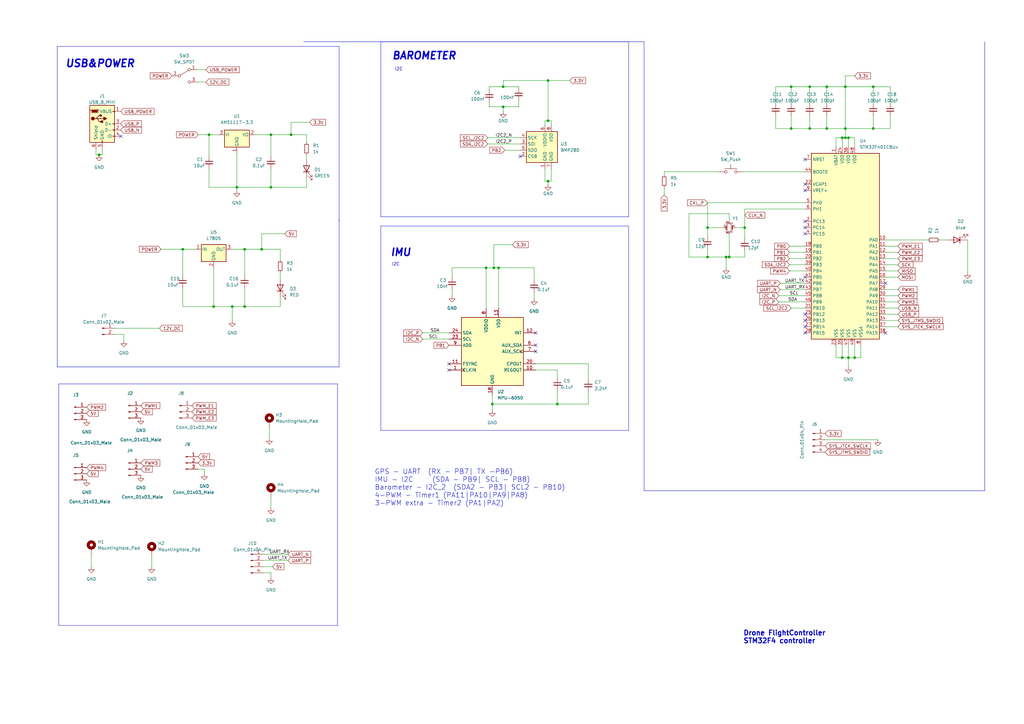
<source format=kicad_sch>
(kicad_sch (version 20230121) (generator eeschema)

  (uuid 4b180275-8355-49dd-8abb-8c8f51c45b28)

  (paper "A3")

  (lib_symbols
    (symbol "Connector:Conn_01x02_Male" (pin_names (offset 1.016) hide) (in_bom yes) (on_board yes)
      (property "Reference" "J" (at 0 2.54 0)
        (effects (font (size 1.27 1.27)))
      )
      (property "Value" "Conn_01x02_Male" (at 0 -5.08 0)
        (effects (font (size 1.27 1.27)))
      )
      (property "Footprint" "" (at 0 0 0)
        (effects (font (size 1.27 1.27)) hide)
      )
      (property "Datasheet" "~" (at 0 0 0)
        (effects (font (size 1.27 1.27)) hide)
      )
      (property "ki_keywords" "connector" (at 0 0 0)
        (effects (font (size 1.27 1.27)) hide)
      )
      (property "ki_description" "Generic connector, single row, 01x02, script generated (kicad-library-utils/schlib/autogen/connector/)" (at 0 0 0)
        (effects (font (size 1.27 1.27)) hide)
      )
      (property "ki_fp_filters" "Connector*:*_1x??_*" (at 0 0 0)
        (effects (font (size 1.27 1.27)) hide)
      )
      (symbol "Conn_01x02_Male_1_1"
        (polyline
          (pts
            (xy 1.27 -2.54)
            (xy 0.8636 -2.54)
          )
          (stroke (width 0.1524) (type default))
          (fill (type none))
        )
        (polyline
          (pts
            (xy 1.27 0)
            (xy 0.8636 0)
          )
          (stroke (width 0.1524) (type default))
          (fill (type none))
        )
        (rectangle (start 0.8636 -2.413) (end 0 -2.667)
          (stroke (width 0.1524) (type default))
          (fill (type outline))
        )
        (rectangle (start 0.8636 0.127) (end 0 -0.127)
          (stroke (width 0.1524) (type default))
          (fill (type outline))
        )
        (pin passive line (at 5.08 0 180) (length 3.81)
          (name "Pin_1" (effects (font (size 1.27 1.27))))
          (number "1" (effects (font (size 1.27 1.27))))
        )
        (pin passive line (at 5.08 -2.54 180) (length 3.81)
          (name "Pin_2" (effects (font (size 1.27 1.27))))
          (number "2" (effects (font (size 1.27 1.27))))
        )
      )
    )
    (symbol "Connector:Conn_01x03_Male" (pin_names (offset 1.016) hide) (in_bom yes) (on_board yes)
      (property "Reference" "J" (at 0 5.08 0)
        (effects (font (size 1.27 1.27)))
      )
      (property "Value" "Conn_01x03_Male" (at 0 -5.08 0)
        (effects (font (size 1.27 1.27)))
      )
      (property "Footprint" "" (at 0 0 0)
        (effects (font (size 1.27 1.27)) hide)
      )
      (property "Datasheet" "~" (at 0 0 0)
        (effects (font (size 1.27 1.27)) hide)
      )
      (property "ki_keywords" "connector" (at 0 0 0)
        (effects (font (size 1.27 1.27)) hide)
      )
      (property "ki_description" "Generic connector, single row, 01x03, script generated (kicad-library-utils/schlib/autogen/connector/)" (at 0 0 0)
        (effects (font (size 1.27 1.27)) hide)
      )
      (property "ki_fp_filters" "Connector*:*_1x??_*" (at 0 0 0)
        (effects (font (size 1.27 1.27)) hide)
      )
      (symbol "Conn_01x03_Male_1_1"
        (polyline
          (pts
            (xy 1.27 -2.54)
            (xy 0.8636 -2.54)
          )
          (stroke (width 0.1524) (type default))
          (fill (type none))
        )
        (polyline
          (pts
            (xy 1.27 0)
            (xy 0.8636 0)
          )
          (stroke (width 0.1524) (type default))
          (fill (type none))
        )
        (polyline
          (pts
            (xy 1.27 2.54)
            (xy 0.8636 2.54)
          )
          (stroke (width 0.1524) (type default))
          (fill (type none))
        )
        (rectangle (start 0.8636 -2.413) (end 0 -2.667)
          (stroke (width 0.1524) (type default))
          (fill (type outline))
        )
        (rectangle (start 0.8636 0.127) (end 0 -0.127)
          (stroke (width 0.1524) (type default))
          (fill (type outline))
        )
        (rectangle (start 0.8636 2.667) (end 0 2.413)
          (stroke (width 0.1524) (type default))
          (fill (type outline))
        )
        (pin passive line (at 5.08 2.54 180) (length 3.81)
          (name "Pin_1" (effects (font (size 1.27 1.27))))
          (number "1" (effects (font (size 1.27 1.27))))
        )
        (pin passive line (at 5.08 0 180) (length 3.81)
          (name "Pin_2" (effects (font (size 1.27 1.27))))
          (number "2" (effects (font (size 1.27 1.27))))
        )
        (pin passive line (at 5.08 -2.54 180) (length 3.81)
          (name "Pin_3" (effects (font (size 1.27 1.27))))
          (number "3" (effects (font (size 1.27 1.27))))
        )
      )
    )
    (symbol "Connector:Conn_01x04_Pin" (pin_names (offset 1.016) hide) (in_bom yes) (on_board yes)
      (property "Reference" "J" (at 0 5.08 0)
        (effects (font (size 1.27 1.27)))
      )
      (property "Value" "Conn_01x04_Pin" (at 0 -7.62 0)
        (effects (font (size 1.27 1.27)))
      )
      (property "Footprint" "" (at 0 0 0)
        (effects (font (size 1.27 1.27)) hide)
      )
      (property "Datasheet" "~" (at 0 0 0)
        (effects (font (size 1.27 1.27)) hide)
      )
      (property "ki_locked" "" (at 0 0 0)
        (effects (font (size 1.27 1.27)))
      )
      (property "ki_keywords" "connector" (at 0 0 0)
        (effects (font (size 1.27 1.27)) hide)
      )
      (property "ki_description" "Generic connector, single row, 01x04, script generated" (at 0 0 0)
        (effects (font (size 1.27 1.27)) hide)
      )
      (property "ki_fp_filters" "Connector*:*_1x??_*" (at 0 0 0)
        (effects (font (size 1.27 1.27)) hide)
      )
      (symbol "Conn_01x04_Pin_1_1"
        (polyline
          (pts
            (xy 1.27 -5.08)
            (xy 0.8636 -5.08)
          )
          (stroke (width 0.1524) (type default))
          (fill (type none))
        )
        (polyline
          (pts
            (xy 1.27 -2.54)
            (xy 0.8636 -2.54)
          )
          (stroke (width 0.1524) (type default))
          (fill (type none))
        )
        (polyline
          (pts
            (xy 1.27 0)
            (xy 0.8636 0)
          )
          (stroke (width 0.1524) (type default))
          (fill (type none))
        )
        (polyline
          (pts
            (xy 1.27 2.54)
            (xy 0.8636 2.54)
          )
          (stroke (width 0.1524) (type default))
          (fill (type none))
        )
        (rectangle (start 0.8636 -4.953) (end 0 -5.207)
          (stroke (width 0.1524) (type default))
          (fill (type outline))
        )
        (rectangle (start 0.8636 -2.413) (end 0 -2.667)
          (stroke (width 0.1524) (type default))
          (fill (type outline))
        )
        (rectangle (start 0.8636 0.127) (end 0 -0.127)
          (stroke (width 0.1524) (type default))
          (fill (type outline))
        )
        (rectangle (start 0.8636 2.667) (end 0 2.413)
          (stroke (width 0.1524) (type default))
          (fill (type outline))
        )
        (pin passive line (at 5.08 2.54 180) (length 3.81)
          (name "Pin_1" (effects (font (size 1.27 1.27))))
          (number "1" (effects (font (size 1.27 1.27))))
        )
        (pin passive line (at 5.08 0 180) (length 3.81)
          (name "Pin_2" (effects (font (size 1.27 1.27))))
          (number "2" (effects (font (size 1.27 1.27))))
        )
        (pin passive line (at 5.08 -2.54 180) (length 3.81)
          (name "Pin_3" (effects (font (size 1.27 1.27))))
          (number "3" (effects (font (size 1.27 1.27))))
        )
        (pin passive line (at 5.08 -5.08 180) (length 3.81)
          (name "Pin_4" (effects (font (size 1.27 1.27))))
          (number "4" (effects (font (size 1.27 1.27))))
        )
      )
    )
    (symbol "Connector:USB_B_Mini" (pin_names (offset 1.016)) (in_bom yes) (on_board yes)
      (property "Reference" "J" (at -5.08 11.43 0)
        (effects (font (size 1.27 1.27)) (justify left))
      )
      (property "Value" "USB_B_Mini" (at -5.08 8.89 0)
        (effects (font (size 1.27 1.27)) (justify left))
      )
      (property "Footprint" "" (at 3.81 -1.27 0)
        (effects (font (size 1.27 1.27)) hide)
      )
      (property "Datasheet" "~" (at 3.81 -1.27 0)
        (effects (font (size 1.27 1.27)) hide)
      )
      (property "ki_keywords" "connector USB mini" (at 0 0 0)
        (effects (font (size 1.27 1.27)) hide)
      )
      (property "ki_description" "USB Mini Type B connector" (at 0 0 0)
        (effects (font (size 1.27 1.27)) hide)
      )
      (property "ki_fp_filters" "USB*" (at 0 0 0)
        (effects (font (size 1.27 1.27)) hide)
      )
      (symbol "USB_B_Mini_0_1"
        (rectangle (start -5.08 -7.62) (end 5.08 7.62)
          (stroke (width 0.254) (type default))
          (fill (type background))
        )
        (circle (center -3.81 2.159) (radius 0.635)
          (stroke (width 0.254) (type default))
          (fill (type outline))
        )
        (circle (center -0.635 3.429) (radius 0.381)
          (stroke (width 0.254) (type default))
          (fill (type outline))
        )
        (rectangle (start -0.127 -7.62) (end 0.127 -6.858)
          (stroke (width 0) (type default))
          (fill (type none))
        )
        (polyline
          (pts
            (xy -1.905 2.159)
            (xy 0.635 2.159)
          )
          (stroke (width 0.254) (type default))
          (fill (type none))
        )
        (polyline
          (pts
            (xy -3.175 2.159)
            (xy -2.54 2.159)
            (xy -1.27 3.429)
            (xy -0.635 3.429)
          )
          (stroke (width 0.254) (type default))
          (fill (type none))
        )
        (polyline
          (pts
            (xy -2.54 2.159)
            (xy -1.905 2.159)
            (xy -1.27 0.889)
            (xy 0 0.889)
          )
          (stroke (width 0.254) (type default))
          (fill (type none))
        )
        (polyline
          (pts
            (xy 0.635 2.794)
            (xy 0.635 1.524)
            (xy 1.905 2.159)
            (xy 0.635 2.794)
          )
          (stroke (width 0.254) (type default))
          (fill (type outline))
        )
        (polyline
          (pts
            (xy -4.318 5.588)
            (xy -1.778 5.588)
            (xy -2.032 4.826)
            (xy -4.064 4.826)
            (xy -4.318 5.588)
          )
          (stroke (width 0) (type default))
          (fill (type outline))
        )
        (polyline
          (pts
            (xy -4.699 5.842)
            (xy -4.699 5.588)
            (xy -4.445 4.826)
            (xy -4.445 4.572)
            (xy -1.651 4.572)
            (xy -1.651 4.826)
            (xy -1.397 5.588)
            (xy -1.397 5.842)
            (xy -4.699 5.842)
          )
          (stroke (width 0) (type default))
          (fill (type none))
        )
        (rectangle (start 0.254 1.27) (end -0.508 0.508)
          (stroke (width 0.254) (type default))
          (fill (type outline))
        )
        (rectangle (start 5.08 -5.207) (end 4.318 -4.953)
          (stroke (width 0) (type default))
          (fill (type none))
        )
        (rectangle (start 5.08 -2.667) (end 4.318 -2.413)
          (stroke (width 0) (type default))
          (fill (type none))
        )
        (rectangle (start 5.08 -0.127) (end 4.318 0.127)
          (stroke (width 0) (type default))
          (fill (type none))
        )
        (rectangle (start 5.08 4.953) (end 4.318 5.207)
          (stroke (width 0) (type default))
          (fill (type none))
        )
      )
      (symbol "USB_B_Mini_1_1"
        (pin power_out line (at 7.62 5.08 180) (length 2.54)
          (name "VBUS" (effects (font (size 1.27 1.27))))
          (number "1" (effects (font (size 1.27 1.27))))
        )
        (pin bidirectional line (at 7.62 -2.54 180) (length 2.54)
          (name "D-" (effects (font (size 1.27 1.27))))
          (number "2" (effects (font (size 1.27 1.27))))
        )
        (pin bidirectional line (at 7.62 0 180) (length 2.54)
          (name "D+" (effects (font (size 1.27 1.27))))
          (number "3" (effects (font (size 1.27 1.27))))
        )
        (pin passive line (at 7.62 -5.08 180) (length 2.54)
          (name "ID" (effects (font (size 1.27 1.27))))
          (number "4" (effects (font (size 1.27 1.27))))
        )
        (pin power_out line (at 0 -10.16 90) (length 2.54)
          (name "GND" (effects (font (size 1.27 1.27))))
          (number "5" (effects (font (size 1.27 1.27))))
        )
        (pin passive line (at -2.54 -10.16 90) (length 2.54)
          (name "Shield" (effects (font (size 1.27 1.27))))
          (number "6" (effects (font (size 1.27 1.27))))
        )
      )
    )
    (symbol "Device:C_Small" (pin_numbers hide) (pin_names (offset 0.254) hide) (in_bom yes) (on_board yes)
      (property "Reference" "C" (at 0.254 1.778 0)
        (effects (font (size 1.27 1.27)) (justify left))
      )
      (property "Value" "C_Small" (at 0.254 -2.032 0)
        (effects (font (size 1.27 1.27)) (justify left))
      )
      (property "Footprint" "" (at 0 0 0)
        (effects (font (size 1.27 1.27)) hide)
      )
      (property "Datasheet" "~" (at 0 0 0)
        (effects (font (size 1.27 1.27)) hide)
      )
      (property "ki_keywords" "capacitor cap" (at 0 0 0)
        (effects (font (size 1.27 1.27)) hide)
      )
      (property "ki_description" "Unpolarized capacitor, small symbol" (at 0 0 0)
        (effects (font (size 1.27 1.27)) hide)
      )
      (property "ki_fp_filters" "C_*" (at 0 0 0)
        (effects (font (size 1.27 1.27)) hide)
      )
      (symbol "C_Small_0_1"
        (polyline
          (pts
            (xy -1.524 -0.508)
            (xy 1.524 -0.508)
          )
          (stroke (width 0.3302) (type default))
          (fill (type none))
        )
        (polyline
          (pts
            (xy -1.524 0.508)
            (xy 1.524 0.508)
          )
          (stroke (width 0.3048) (type default))
          (fill (type none))
        )
      )
      (symbol "C_Small_1_1"
        (pin passive line (at 0 2.54 270) (length 2.032)
          (name "~" (effects (font (size 1.27 1.27))))
          (number "1" (effects (font (size 1.27 1.27))))
        )
        (pin passive line (at 0 -2.54 90) (length 2.032)
          (name "~" (effects (font (size 1.27 1.27))))
          (number "2" (effects (font (size 1.27 1.27))))
        )
      )
    )
    (symbol "Device:Crystal_GND23_Small" (pin_names (offset 1.016) hide) (in_bom yes) (on_board yes)
      (property "Reference" "Y" (at 1.27 4.445 0)
        (effects (font (size 1.27 1.27)) (justify left))
      )
      (property "Value" "Crystal_GND23_Small" (at 1.27 2.54 0)
        (effects (font (size 1.27 1.27)) (justify left))
      )
      (property "Footprint" "" (at 0 0 0)
        (effects (font (size 1.27 1.27)) hide)
      )
      (property "Datasheet" "~" (at 0 0 0)
        (effects (font (size 1.27 1.27)) hide)
      )
      (property "ki_keywords" "quartz ceramic resonator oscillator" (at 0 0 0)
        (effects (font (size 1.27 1.27)) hide)
      )
      (property "ki_description" "Four pin crystal, GND on pins 2 and 3, small symbol" (at 0 0 0)
        (effects (font (size 1.27 1.27)) hide)
      )
      (property "ki_fp_filters" "Crystal*" (at 0 0 0)
        (effects (font (size 1.27 1.27)) hide)
      )
      (symbol "Crystal_GND23_Small_0_1"
        (rectangle (start -0.762 -1.524) (end 0.762 1.524)
          (stroke (width 0) (type default))
          (fill (type none))
        )
        (polyline
          (pts
            (xy -1.27 -0.762)
            (xy -1.27 0.762)
          )
          (stroke (width 0.381) (type default))
          (fill (type none))
        )
        (polyline
          (pts
            (xy 1.27 -0.762)
            (xy 1.27 0.762)
          )
          (stroke (width 0.381) (type default))
          (fill (type none))
        )
        (polyline
          (pts
            (xy -1.27 -1.27)
            (xy -1.27 -1.905)
            (xy 1.27 -1.905)
            (xy 1.27 -1.27)
          )
          (stroke (width 0) (type default))
          (fill (type none))
        )
        (polyline
          (pts
            (xy -1.27 1.27)
            (xy -1.27 1.905)
            (xy 1.27 1.905)
            (xy 1.27 1.27)
          )
          (stroke (width 0) (type default))
          (fill (type none))
        )
      )
      (symbol "Crystal_GND23_Small_1_1"
        (pin passive line (at -2.54 0 0) (length 1.27)
          (name "1" (effects (font (size 1.27 1.27))))
          (number "1" (effects (font (size 0.762 0.762))))
        )
        (pin passive line (at 0 -2.54 90) (length 0.635)
          (name "2" (effects (font (size 1.27 1.27))))
          (number "2" (effects (font (size 0.762 0.762))))
        )
        (pin passive line (at 0 2.54 270) (length 0.635)
          (name "3" (effects (font (size 1.27 1.27))))
          (number "3" (effects (font (size 0.762 0.762))))
        )
        (pin passive line (at 2.54 0 180) (length 1.27)
          (name "4" (effects (font (size 1.27 1.27))))
          (number "4" (effects (font (size 0.762 0.762))))
        )
      )
    )
    (symbol "Device:LED" (pin_numbers hide) (pin_names (offset 1.016) hide) (in_bom yes) (on_board yes)
      (property "Reference" "D" (at 0 2.54 0)
        (effects (font (size 1.27 1.27)))
      )
      (property "Value" "LED" (at 0 -2.54 0)
        (effects (font (size 1.27 1.27)))
      )
      (property "Footprint" "" (at 0 0 0)
        (effects (font (size 1.27 1.27)) hide)
      )
      (property "Datasheet" "~" (at 0 0 0)
        (effects (font (size 1.27 1.27)) hide)
      )
      (property "ki_keywords" "LED diode" (at 0 0 0)
        (effects (font (size 1.27 1.27)) hide)
      )
      (property "ki_description" "Light emitting diode" (at 0 0 0)
        (effects (font (size 1.27 1.27)) hide)
      )
      (property "ki_fp_filters" "LED* LED_SMD:* LED_THT:*" (at 0 0 0)
        (effects (font (size 1.27 1.27)) hide)
      )
      (symbol "LED_0_1"
        (polyline
          (pts
            (xy -1.27 -1.27)
            (xy -1.27 1.27)
          )
          (stroke (width 0.254) (type default))
          (fill (type none))
        )
        (polyline
          (pts
            (xy -1.27 0)
            (xy 1.27 0)
          )
          (stroke (width 0) (type default))
          (fill (type none))
        )
        (polyline
          (pts
            (xy 1.27 -1.27)
            (xy 1.27 1.27)
            (xy -1.27 0)
            (xy 1.27 -1.27)
          )
          (stroke (width 0.254) (type default))
          (fill (type none))
        )
        (polyline
          (pts
            (xy -3.048 -0.762)
            (xy -4.572 -2.286)
            (xy -3.81 -2.286)
            (xy -4.572 -2.286)
            (xy -4.572 -1.524)
          )
          (stroke (width 0) (type default))
          (fill (type none))
        )
        (polyline
          (pts
            (xy -1.778 -0.762)
            (xy -3.302 -2.286)
            (xy -2.54 -2.286)
            (xy -3.302 -2.286)
            (xy -3.302 -1.524)
          )
          (stroke (width 0) (type default))
          (fill (type none))
        )
      )
      (symbol "LED_1_1"
        (pin passive line (at -3.81 0 0) (length 2.54)
          (name "K" (effects (font (size 1.27 1.27))))
          (number "1" (effects (font (size 1.27 1.27))))
        )
        (pin passive line (at 3.81 0 180) (length 2.54)
          (name "A" (effects (font (size 1.27 1.27))))
          (number "2" (effects (font (size 1.27 1.27))))
        )
      )
    )
    (symbol "Device:R_Small" (pin_numbers hide) (pin_names (offset 0.254) hide) (in_bom yes) (on_board yes)
      (property "Reference" "R" (at 0.762 0.508 0)
        (effects (font (size 1.27 1.27)) (justify left))
      )
      (property "Value" "R_Small" (at 0.762 -1.016 0)
        (effects (font (size 1.27 1.27)) (justify left))
      )
      (property "Footprint" "" (at 0 0 0)
        (effects (font (size 1.27 1.27)) hide)
      )
      (property "Datasheet" "~" (at 0 0 0)
        (effects (font (size 1.27 1.27)) hide)
      )
      (property "ki_keywords" "R resistor" (at 0 0 0)
        (effects (font (size 1.27 1.27)) hide)
      )
      (property "ki_description" "Resistor, small symbol" (at 0 0 0)
        (effects (font (size 1.27 1.27)) hide)
      )
      (property "ki_fp_filters" "R_*" (at 0 0 0)
        (effects (font (size 1.27 1.27)) hide)
      )
      (symbol "R_Small_0_1"
        (rectangle (start -0.762 1.778) (end 0.762 -1.778)
          (stroke (width 0.2032) (type default))
          (fill (type none))
        )
      )
      (symbol "R_Small_1_1"
        (pin passive line (at 0 2.54 270) (length 0.762)
          (name "~" (effects (font (size 1.27 1.27))))
          (number "1" (effects (font (size 1.27 1.27))))
        )
        (pin passive line (at 0 -2.54 90) (length 0.762)
          (name "~" (effects (font (size 1.27 1.27))))
          (number "2" (effects (font (size 1.27 1.27))))
        )
      )
    )
    (symbol "MCU_ST_STM32F4:STM32F401CBUx" (in_bom yes) (on_board yes)
      (property "Reference" "U" (at -15.24 39.37 0)
        (effects (font (size 1.27 1.27)) (justify left))
      )
      (property "Value" "STM32F401CBUx" (at 5.08 39.37 0)
        (effects (font (size 1.27 1.27)) (justify left))
      )
      (property "Footprint" "Package_DFN_QFN:QFN-48-1EP_7x7mm_P0.5mm_EP5.6x5.6mm" (at -15.24 -38.1 0)
        (effects (font (size 1.27 1.27)) (justify right) hide)
      )
      (property "Datasheet" "http://www.st.com/st-web-ui/static/active/en/resource/technical/document/datasheet/DM00086815.pdf" (at 0 0 0)
        (effects (font (size 1.27 1.27)) hide)
      )
      (property "ki_keywords" "ARM Cortex-M4 STM32F4 STM32F401" (at 0 0 0)
        (effects (font (size 1.27 1.27)) hide)
      )
      (property "ki_description" "ARM Cortex-M4 MCU, 128KB flash, 64KB RAM, 84MHz, 1.7-3.6V, 36 GPIO, UFQFPN-48" (at 0 0 0)
        (effects (font (size 1.27 1.27)) hide)
      )
      (property "ki_fp_filters" "QFN*1EP*7x7mm*P0.5mm*" (at 0 0 0)
        (effects (font (size 1.27 1.27)) hide)
      )
      (symbol "STM32F401CBUx_0_1"
        (rectangle (start -15.24 -38.1) (end 12.7 38.1)
          (stroke (width 0.254) (type default))
          (fill (type background))
        )
      )
      (symbol "STM32F401CBUx_1_1"
        (pin power_in line (at -5.08 40.64 270) (length 2.54)
          (name "VBAT" (effects (font (size 1.27 1.27))))
          (number "1" (effects (font (size 1.27 1.27))))
        )
        (pin bidirectional line (at 15.24 2.54 180) (length 2.54)
          (name "PA0" (effects (font (size 1.27 1.27))))
          (number "10" (effects (font (size 1.27 1.27))))
        )
        (pin bidirectional line (at 15.24 0 180) (length 2.54)
          (name "PA1" (effects (font (size 1.27 1.27))))
          (number "11" (effects (font (size 1.27 1.27))))
        )
        (pin bidirectional line (at 15.24 -2.54 180) (length 2.54)
          (name "PA2" (effects (font (size 1.27 1.27))))
          (number "12" (effects (font (size 1.27 1.27))))
        )
        (pin bidirectional line (at 15.24 -5.08 180) (length 2.54)
          (name "PA3" (effects (font (size 1.27 1.27))))
          (number "13" (effects (font (size 1.27 1.27))))
        )
        (pin bidirectional line (at 15.24 -7.62 180) (length 2.54)
          (name "PA4" (effects (font (size 1.27 1.27))))
          (number "14" (effects (font (size 1.27 1.27))))
        )
        (pin bidirectional line (at 15.24 -10.16 180) (length 2.54)
          (name "PA5" (effects (font (size 1.27 1.27))))
          (number "15" (effects (font (size 1.27 1.27))))
        )
        (pin bidirectional line (at 15.24 -12.7 180) (length 2.54)
          (name "PA6" (effects (font (size 1.27 1.27))))
          (number "16" (effects (font (size 1.27 1.27))))
        )
        (pin bidirectional line (at 15.24 -15.24 180) (length 2.54)
          (name "PA7" (effects (font (size 1.27 1.27))))
          (number "17" (effects (font (size 1.27 1.27))))
        )
        (pin bidirectional line (at -17.78 0 0) (length 2.54)
          (name "PB0" (effects (font (size 1.27 1.27))))
          (number "18" (effects (font (size 1.27 1.27))))
        )
        (pin bidirectional line (at -17.78 -2.54 0) (length 2.54)
          (name "PB1" (effects (font (size 1.27 1.27))))
          (number "19" (effects (font (size 1.27 1.27))))
        )
        (pin bidirectional line (at -17.78 10.16 0) (length 2.54)
          (name "PC13" (effects (font (size 1.27 1.27))))
          (number "2" (effects (font (size 1.27 1.27))))
        )
        (pin bidirectional line (at -17.78 -5.08 0) (length 2.54)
          (name "PB2" (effects (font (size 1.27 1.27))))
          (number "20" (effects (font (size 1.27 1.27))))
        )
        (pin bidirectional line (at -17.78 -25.4 0) (length 2.54)
          (name "PB10" (effects (font (size 1.27 1.27))))
          (number "21" (effects (font (size 1.27 1.27))))
        )
        (pin power_in line (at -17.78 25.4 0) (length 2.54)
          (name "VCAP1" (effects (font (size 1.27 1.27))))
          (number "22" (effects (font (size 1.27 1.27))))
        )
        (pin power_in line (at -5.08 -40.64 90) (length 2.54)
          (name "VSS" (effects (font (size 1.27 1.27))))
          (number "23" (effects (font (size 1.27 1.27))))
        )
        (pin power_in line (at -2.54 40.64 270) (length 2.54)
          (name "VDD" (effects (font (size 1.27 1.27))))
          (number "24" (effects (font (size 1.27 1.27))))
        )
        (pin bidirectional line (at -17.78 -27.94 0) (length 2.54)
          (name "PB12" (effects (font (size 1.27 1.27))))
          (number "25" (effects (font (size 1.27 1.27))))
        )
        (pin bidirectional line (at -17.78 -30.48 0) (length 2.54)
          (name "PB13" (effects (font (size 1.27 1.27))))
          (number "26" (effects (font (size 1.27 1.27))))
        )
        (pin bidirectional line (at -17.78 -33.02 0) (length 2.54)
          (name "PB14" (effects (font (size 1.27 1.27))))
          (number "27" (effects (font (size 1.27 1.27))))
        )
        (pin bidirectional line (at -17.78 -35.56 0) (length 2.54)
          (name "PB15" (effects (font (size 1.27 1.27))))
          (number "28" (effects (font (size 1.27 1.27))))
        )
        (pin bidirectional line (at 15.24 -17.78 180) (length 2.54)
          (name "PA8" (effects (font (size 1.27 1.27))))
          (number "29" (effects (font (size 1.27 1.27))))
        )
        (pin bidirectional line (at -17.78 7.62 0) (length 2.54)
          (name "PC14" (effects (font (size 1.27 1.27))))
          (number "3" (effects (font (size 1.27 1.27))))
        )
        (pin bidirectional line (at 15.24 -20.32 180) (length 2.54)
          (name "PA9" (effects (font (size 1.27 1.27))))
          (number "30" (effects (font (size 1.27 1.27))))
        )
        (pin bidirectional line (at 15.24 -22.86 180) (length 2.54)
          (name "PA10" (effects (font (size 1.27 1.27))))
          (number "31" (effects (font (size 1.27 1.27))))
        )
        (pin bidirectional line (at 15.24 -25.4 180) (length 2.54)
          (name "PA11" (effects (font (size 1.27 1.27))))
          (number "32" (effects (font (size 1.27 1.27))))
        )
        (pin bidirectional line (at 15.24 -27.94 180) (length 2.54)
          (name "PA12" (effects (font (size 1.27 1.27))))
          (number "33" (effects (font (size 1.27 1.27))))
        )
        (pin bidirectional line (at 15.24 -30.48 180) (length 2.54)
          (name "PA13" (effects (font (size 1.27 1.27))))
          (number "34" (effects (font (size 1.27 1.27))))
        )
        (pin power_in line (at -2.54 -40.64 90) (length 2.54)
          (name "VSS" (effects (font (size 1.27 1.27))))
          (number "35" (effects (font (size 1.27 1.27))))
        )
        (pin power_in line (at 0 40.64 270) (length 2.54)
          (name "VDD" (effects (font (size 1.27 1.27))))
          (number "36" (effects (font (size 1.27 1.27))))
        )
        (pin bidirectional line (at 15.24 -33.02 180) (length 2.54)
          (name "PA14" (effects (font (size 1.27 1.27))))
          (number "37" (effects (font (size 1.27 1.27))))
        )
        (pin bidirectional line (at 15.24 -35.56 180) (length 2.54)
          (name "PA15" (effects (font (size 1.27 1.27))))
          (number "38" (effects (font (size 1.27 1.27))))
        )
        (pin bidirectional line (at -17.78 -7.62 0) (length 2.54)
          (name "PB3" (effects (font (size 1.27 1.27))))
          (number "39" (effects (font (size 1.27 1.27))))
        )
        (pin bidirectional line (at -17.78 5.08 0) (length 2.54)
          (name "PC15" (effects (font (size 1.27 1.27))))
          (number "4" (effects (font (size 1.27 1.27))))
        )
        (pin bidirectional line (at -17.78 -10.16 0) (length 2.54)
          (name "PB4" (effects (font (size 1.27 1.27))))
          (number "40" (effects (font (size 1.27 1.27))))
        )
        (pin bidirectional line (at -17.78 -12.7 0) (length 2.54)
          (name "PB5" (effects (font (size 1.27 1.27))))
          (number "41" (effects (font (size 1.27 1.27))))
        )
        (pin bidirectional line (at -17.78 -15.24 0) (length 2.54)
          (name "PB6" (effects (font (size 1.27 1.27))))
          (number "42" (effects (font (size 1.27 1.27))))
        )
        (pin bidirectional line (at -17.78 -17.78 0) (length 2.54)
          (name "PB7" (effects (font (size 1.27 1.27))))
          (number "43" (effects (font (size 1.27 1.27))))
        )
        (pin input line (at -17.78 30.48 0) (length 2.54)
          (name "BOOT0" (effects (font (size 1.27 1.27))))
          (number "44" (effects (font (size 1.27 1.27))))
        )
        (pin bidirectional line (at -17.78 -20.32 0) (length 2.54)
          (name "PB8" (effects (font (size 1.27 1.27))))
          (number "45" (effects (font (size 1.27 1.27))))
        )
        (pin bidirectional line (at -17.78 -22.86 0) (length 2.54)
          (name "PB9" (effects (font (size 1.27 1.27))))
          (number "46" (effects (font (size 1.27 1.27))))
        )
        (pin power_in line (at 0 -40.64 90) (length 2.54)
          (name "VSS" (effects (font (size 1.27 1.27))))
          (number "47" (effects (font (size 1.27 1.27))))
        )
        (pin power_in line (at 2.54 40.64 270) (length 2.54)
          (name "VDD" (effects (font (size 1.27 1.27))))
          (number "48" (effects (font (size 1.27 1.27))))
        )
        (pin power_in line (at 2.54 -40.64 90) (length 2.54)
          (name "VSS" (effects (font (size 1.27 1.27))))
          (number "49" (effects (font (size 1.27 1.27))))
        )
        (pin input line (at -17.78 17.78 0) (length 2.54)
          (name "PH0" (effects (font (size 1.27 1.27))))
          (number "5" (effects (font (size 1.27 1.27))))
        )
        (pin input line (at -17.78 15.24 0) (length 2.54)
          (name "PH1" (effects (font (size 1.27 1.27))))
          (number "6" (effects (font (size 1.27 1.27))))
        )
        (pin input line (at -17.78 35.56 0) (length 2.54)
          (name "NRST" (effects (font (size 1.27 1.27))))
          (number "7" (effects (font (size 1.27 1.27))))
        )
        (pin power_in line (at 5.08 -40.64 90) (length 2.54)
          (name "VSSA" (effects (font (size 1.27 1.27))))
          (number "8" (effects (font (size 1.27 1.27))))
        )
        (pin power_in line (at -17.78 22.86 0) (length 2.54)
          (name "VREF+" (effects (font (size 1.27 1.27))))
          (number "9" (effects (font (size 1.27 1.27))))
        )
      )
    )
    (symbol "Mechanical:MountingHole_Pad" (pin_numbers hide) (pin_names (offset 1.016) hide) (in_bom yes) (on_board yes)
      (property "Reference" "H" (at 0 6.35 0)
        (effects (font (size 1.27 1.27)))
      )
      (property "Value" "MountingHole_Pad" (at 0 4.445 0)
        (effects (font (size 1.27 1.27)))
      )
      (property "Footprint" "" (at 0 0 0)
        (effects (font (size 1.27 1.27)) hide)
      )
      (property "Datasheet" "~" (at 0 0 0)
        (effects (font (size 1.27 1.27)) hide)
      )
      (property "ki_keywords" "mounting hole" (at 0 0 0)
        (effects (font (size 1.27 1.27)) hide)
      )
      (property "ki_description" "Mounting Hole with connection" (at 0 0 0)
        (effects (font (size 1.27 1.27)) hide)
      )
      (property "ki_fp_filters" "MountingHole*Pad*" (at 0 0 0)
        (effects (font (size 1.27 1.27)) hide)
      )
      (symbol "MountingHole_Pad_0_1"
        (circle (center 0 1.27) (radius 1.27)
          (stroke (width 1.27) (type default))
          (fill (type none))
        )
      )
      (symbol "MountingHole_Pad_1_1"
        (pin input line (at 0 -2.54 90) (length 2.54)
          (name "1" (effects (font (size 1.27 1.27))))
          (number "1" (effects (font (size 1.27 1.27))))
        )
      )
    )
    (symbol "Regulator_Linear:AMS1117-3.3" (pin_names (offset 0.254)) (in_bom yes) (on_board yes)
      (property "Reference" "U" (at -3.81 3.175 0)
        (effects (font (size 1.27 1.27)))
      )
      (property "Value" "AMS1117-3.3" (at 0 3.175 0)
        (effects (font (size 1.27 1.27)) (justify left))
      )
      (property "Footprint" "Package_TO_SOT_SMD:SOT-223-3_TabPin2" (at 0 5.08 0)
        (effects (font (size 1.27 1.27)) hide)
      )
      (property "Datasheet" "http://www.advanced-monolithic.com/pdf/ds1117.pdf" (at 2.54 -6.35 0)
        (effects (font (size 1.27 1.27)) hide)
      )
      (property "ki_keywords" "linear regulator ldo fixed positive" (at 0 0 0)
        (effects (font (size 1.27 1.27)) hide)
      )
      (property "ki_description" "1A Low Dropout regulator, positive, 3.3V fixed output, SOT-223" (at 0 0 0)
        (effects (font (size 1.27 1.27)) hide)
      )
      (property "ki_fp_filters" "SOT?223*TabPin2*" (at 0 0 0)
        (effects (font (size 1.27 1.27)) hide)
      )
      (symbol "AMS1117-3.3_0_1"
        (rectangle (start -5.08 -5.08) (end 5.08 1.905)
          (stroke (width 0.254) (type default))
          (fill (type background))
        )
      )
      (symbol "AMS1117-3.3_1_1"
        (pin power_in line (at 0 -7.62 90) (length 2.54)
          (name "GND" (effects (font (size 1.27 1.27))))
          (number "1" (effects (font (size 1.27 1.27))))
        )
        (pin power_out line (at 7.62 0 180) (length 2.54)
          (name "VO" (effects (font (size 1.27 1.27))))
          (number "2" (effects (font (size 1.27 1.27))))
        )
        (pin power_in line (at -7.62 0 0) (length 2.54)
          (name "VI" (effects (font (size 1.27 1.27))))
          (number "3" (effects (font (size 1.27 1.27))))
        )
      )
    )
    (symbol "Regulator_Linear:L7805" (pin_names (offset 0.254)) (in_bom yes) (on_board yes)
      (property "Reference" "U" (at -3.81 3.175 0)
        (effects (font (size 1.27 1.27)))
      )
      (property "Value" "L7805" (at 0 3.175 0)
        (effects (font (size 1.27 1.27)) (justify left))
      )
      (property "Footprint" "" (at 0.635 -3.81 0)
        (effects (font (size 1.27 1.27) italic) (justify left) hide)
      )
      (property "Datasheet" "http://www.st.com/content/ccc/resource/technical/document/datasheet/41/4f/b3/b0/12/d4/47/88/CD00000444.pdf/files/CD00000444.pdf/jcr:content/translations/en.CD00000444.pdf" (at 0 -1.27 0)
        (effects (font (size 1.27 1.27)) hide)
      )
      (property "ki_keywords" "Voltage Regulator 1.5A Positive" (at 0 0 0)
        (effects (font (size 1.27 1.27)) hide)
      )
      (property "ki_description" "Positive 1.5A 35V Linear Regulator, Fixed Output 5V, TO-220/TO-263/TO-252" (at 0 0 0)
        (effects (font (size 1.27 1.27)) hide)
      )
      (property "ki_fp_filters" "TO?252* TO?263* TO?220*" (at 0 0 0)
        (effects (font (size 1.27 1.27)) hide)
      )
      (symbol "L7805_0_1"
        (rectangle (start -5.08 1.905) (end 5.08 -5.08)
          (stroke (width 0.254) (type default))
          (fill (type background))
        )
      )
      (symbol "L7805_1_1"
        (pin power_in line (at -7.62 0 0) (length 2.54)
          (name "IN" (effects (font (size 1.27 1.27))))
          (number "1" (effects (font (size 1.27 1.27))))
        )
        (pin power_in line (at 0 -7.62 90) (length 2.54)
          (name "GND" (effects (font (size 1.27 1.27))))
          (number "2" (effects (font (size 1.27 1.27))))
        )
        (pin power_out line (at 7.62 0 180) (length 2.54)
          (name "OUT" (effects (font (size 1.27 1.27))))
          (number "3" (effects (font (size 1.27 1.27))))
        )
      )
    )
    (symbol "Sensor_Motion:MPU-6050" (in_bom yes) (on_board yes)
      (property "Reference" "U" (at -11.43 13.97 0)
        (effects (font (size 1.27 1.27)))
      )
      (property "Value" "MPU-6050" (at 7.62 -15.24 0)
        (effects (font (size 1.27 1.27)))
      )
      (property "Footprint" "Sensor_Motion:InvenSense_QFN-24_4x4mm_P0.5mm" (at 0 -20.32 0)
        (effects (font (size 1.27 1.27)) hide)
      )
      (property "Datasheet" "https://store.invensense.com/datasheets/invensense/MPU-6050_DataSheet_V3%204.pdf" (at 0 -3.81 0)
        (effects (font (size 1.27 1.27)) hide)
      )
      (property "ki_keywords" "mems" (at 0 0 0)
        (effects (font (size 1.27 1.27)) hide)
      )
      (property "ki_description" "InvenSense 6-Axis Motion Sensor, Gyroscope, Accelerometer, I2C" (at 0 0 0)
        (effects (font (size 1.27 1.27)) hide)
      )
      (property "ki_fp_filters" "*QFN*4x4mm*P0.5mm*" (at 0 0 0)
        (effects (font (size 1.27 1.27)) hide)
      )
      (symbol "MPU-6050_0_0"
        (text "" (at 12.7 -2.54 0)
          (effects (font (size 1.27 1.27)))
        )
      )
      (symbol "MPU-6050_0_1"
        (rectangle (start -12.7 13.97) (end 12.7 -13.97)
          (stroke (width 0.254) (type default))
          (fill (type background))
        )
      )
      (symbol "MPU-6050_1_1"
        (pin input clock (at -17.78 -7.62 0) (length 5.08)
          (name "CLKIN" (effects (font (size 1.27 1.27))))
          (number "1" (effects (font (size 1.27 1.27))))
        )
        (pin passive line (at 17.78 -7.62 180) (length 5.08)
          (name "REGOUT" (effects (font (size 1.27 1.27))))
          (number "10" (effects (font (size 1.27 1.27))))
        )
        (pin input line (at -17.78 -5.08 0) (length 5.08)
          (name "FSYNC" (effects (font (size 1.27 1.27))))
          (number "11" (effects (font (size 1.27 1.27))))
        )
        (pin output line (at 17.78 7.62 180) (length 5.08)
          (name "INT" (effects (font (size 1.27 1.27))))
          (number "12" (effects (font (size 1.27 1.27))))
        )
        (pin power_in line (at 2.54 17.78 270) (length 3.81)
          (name "VDD" (effects (font (size 1.27 1.27))))
          (number "13" (effects (font (size 1.27 1.27))))
        )
        (pin no_connect line (at -12.7 -10.16 0) (length 2.54) hide
          (name "NC" (effects (font (size 1.27 1.27))))
          (number "14" (effects (font (size 1.27 1.27))))
        )
        (pin no_connect line (at 12.7 12.7 180) (length 2.54) hide
          (name "NC" (effects (font (size 1.27 1.27))))
          (number "15" (effects (font (size 1.27 1.27))))
        )
        (pin no_connect line (at 12.7 10.16 180) (length 2.54) hide
          (name "NC" (effects (font (size 1.27 1.27))))
          (number "16" (effects (font (size 1.27 1.27))))
        )
        (pin no_connect line (at 12.7 5.08 180) (length 2.54) hide
          (name "NC" (effects (font (size 1.27 1.27))))
          (number "17" (effects (font (size 1.27 1.27))))
        )
        (pin power_in line (at 0 -17.78 90) (length 3.81)
          (name "GND" (effects (font (size 1.27 1.27))))
          (number "18" (effects (font (size 1.27 1.27))))
        )
        (pin no_connect line (at 12.7 -10.16 180) (length 2.54) hide
          (name "NC" (effects (font (size 1.27 1.27))))
          (number "19" (effects (font (size 1.27 1.27))))
        )
        (pin no_connect line (at -12.7 12.7 0) (length 2.54) hide
          (name "NC" (effects (font (size 1.27 1.27))))
          (number "2" (effects (font (size 1.27 1.27))))
        )
        (pin passive line (at 17.78 -5.08 180) (length 5.08)
          (name "CPOUT" (effects (font (size 1.27 1.27))))
          (number "20" (effects (font (size 1.27 1.27))))
        )
        (pin no_connect line (at 12.7 -2.54 180) (length 2.54) hide
          (name "NC" (effects (font (size 1.27 1.27))))
          (number "21" (effects (font (size 1.27 1.27))))
        )
        (pin no_connect line (at 12.7 -12.7 180) (length 2.54) hide
          (name "NC" (effects (font (size 1.27 1.27))))
          (number "22" (effects (font (size 1.27 1.27))))
        )
        (pin input line (at -17.78 5.08 0) (length 5.08)
          (name "SCL" (effects (font (size 1.27 1.27))))
          (number "23" (effects (font (size 1.27 1.27))))
        )
        (pin bidirectional line (at -17.78 7.62 0) (length 5.08)
          (name "SDA" (effects (font (size 1.27 1.27))))
          (number "24" (effects (font (size 1.27 1.27))))
        )
        (pin no_connect line (at -12.7 10.16 0) (length 2.54) hide
          (name "NC" (effects (font (size 1.27 1.27))))
          (number "3" (effects (font (size 1.27 1.27))))
        )
        (pin no_connect line (at -12.7 0 0) (length 2.54) hide
          (name "NC" (effects (font (size 1.27 1.27))))
          (number "4" (effects (font (size 1.27 1.27))))
        )
        (pin no_connect line (at -12.7 -2.54 0) (length 2.54) hide
          (name "NC" (effects (font (size 1.27 1.27))))
          (number "5" (effects (font (size 1.27 1.27))))
        )
        (pin bidirectional line (at 17.78 2.54 180) (length 5.08)
          (name "AUX_SDA" (effects (font (size 1.27 1.27))))
          (number "6" (effects (font (size 1.27 1.27))))
        )
        (pin output clock (at 17.78 0 180) (length 5.08)
          (name "AUX_SCL" (effects (font (size 1.27 1.27))))
          (number "7" (effects (font (size 1.27 1.27))))
        )
        (pin power_in line (at -2.54 17.78 270) (length 3.81)
          (name "VDDIO" (effects (font (size 1.27 1.27))))
          (number "8" (effects (font (size 1.27 1.27))))
        )
        (pin input line (at -17.78 2.54 0) (length 5.08)
          (name "AD0" (effects (font (size 1.27 1.27))))
          (number "9" (effects (font (size 1.27 1.27))))
        )
      )
    )
    (symbol "Sensor_Pressure:BMP280" (in_bom yes) (on_board yes)
      (property "Reference" "U" (at -7.62 10.16 0)
        (effects (font (size 1.27 1.27)) (justify left top))
      )
      (property "Value" "BMP280" (at 5.08 10.16 0)
        (effects (font (size 1.27 1.27)) (justify left top))
      )
      (property "Footprint" "Package_LGA:Bosch_LGA-8_2x2.5mm_P0.65mm_ClockwisePinNumbering" (at 0 -17.78 0)
        (effects (font (size 1.27 1.27)) hide)
      )
      (property "Datasheet" "https://ae-bst.resource.bosch.com/media/_tech/media/datasheets/BST-BMP280-DS001.pdf" (at 0 0 0)
        (effects (font (size 1.27 1.27)) hide)
      )
      (property "ki_keywords" "I2C, SPI, pressure, temperature, sensor" (at 0 0 0)
        (effects (font (size 1.27 1.27)) hide)
      )
      (property "ki_description" "Absolute Barometric Pressure Sensor, LGA-8" (at 0 0 0)
        (effects (font (size 1.27 1.27)) hide)
      )
      (property "ki_fp_filters" "Bosch*LGA*2x2.5mm*P0.65mm*" (at 0 0 0)
        (effects (font (size 1.27 1.27)) hide)
      )
      (symbol "BMP280_0_1"
        (rectangle (start -7.62 -5.08) (end 5.08 7.62)
          (stroke (width 0.254) (type default))
          (fill (type background))
        )
      )
      (symbol "BMP280_1_1"
        (pin power_in line (at 0 -7.62 90) (length 2.54)
          (name "GND" (effects (font (size 1.27 1.27))))
          (number "1" (effects (font (size 1.27 1.27))))
        )
        (pin input line (at -10.16 -2.54 0) (length 2.54)
          (name "CSB" (effects (font (size 1.27 1.27))))
          (number "2" (effects (font (size 1.27 1.27))))
        )
        (pin bidirectional line (at -10.16 2.54 0) (length 2.54)
          (name "SDI" (effects (font (size 1.27 1.27))))
          (number "3" (effects (font (size 1.27 1.27))))
        )
        (pin input line (at -10.16 5.08 0) (length 2.54)
          (name "SCK" (effects (font (size 1.27 1.27))))
          (number "4" (effects (font (size 1.27 1.27))))
        )
        (pin bidirectional line (at -10.16 0 0) (length 2.54)
          (name "SDO" (effects (font (size 1.27 1.27))))
          (number "5" (effects (font (size 1.27 1.27))))
        )
        (pin power_in line (at 0 10.16 270) (length 2.54)
          (name "VDDIO" (effects (font (size 1.27 1.27))))
          (number "6" (effects (font (size 1.27 1.27))))
        )
        (pin power_in line (at 2.54 -7.62 90) (length 2.54)
          (name "GND" (effects (font (size 1.27 1.27))))
          (number "7" (effects (font (size 1.27 1.27))))
        )
        (pin power_in line (at 2.54 10.16 270) (length 2.54)
          (name "VDD" (effects (font (size 1.27 1.27))))
          (number "8" (effects (font (size 1.27 1.27))))
        )
      )
    )
    (symbol "Switch:SW_Push" (pin_numbers hide) (pin_names (offset 1.016) hide) (in_bom yes) (on_board yes)
      (property "Reference" "SW" (at 1.27 2.54 0)
        (effects (font (size 1.27 1.27)) (justify left))
      )
      (property "Value" "SW_Push" (at 0 -1.524 0)
        (effects (font (size 1.27 1.27)))
      )
      (property "Footprint" "" (at 0 5.08 0)
        (effects (font (size 1.27 1.27)) hide)
      )
      (property "Datasheet" "~" (at 0 5.08 0)
        (effects (font (size 1.27 1.27)) hide)
      )
      (property "ki_keywords" "switch normally-open pushbutton push-button" (at 0 0 0)
        (effects (font (size 1.27 1.27)) hide)
      )
      (property "ki_description" "Push button switch, generic, two pins" (at 0 0 0)
        (effects (font (size 1.27 1.27)) hide)
      )
      (symbol "SW_Push_0_1"
        (circle (center -2.032 0) (radius 0.508)
          (stroke (width 0) (type default))
          (fill (type none))
        )
        (polyline
          (pts
            (xy 0 1.27)
            (xy 0 3.048)
          )
          (stroke (width 0) (type default))
          (fill (type none))
        )
        (polyline
          (pts
            (xy 2.54 1.27)
            (xy -2.54 1.27)
          )
          (stroke (width 0) (type default))
          (fill (type none))
        )
        (circle (center 2.032 0) (radius 0.508)
          (stroke (width 0) (type default))
          (fill (type none))
        )
        (pin passive line (at -5.08 0 0) (length 2.54)
          (name "1" (effects (font (size 1.27 1.27))))
          (number "1" (effects (font (size 1.27 1.27))))
        )
        (pin passive line (at 5.08 0 180) (length 2.54)
          (name "2" (effects (font (size 1.27 1.27))))
          (number "2" (effects (font (size 1.27 1.27))))
        )
      )
    )
    (symbol "Switch:SW_SPDT" (pin_names (offset 0) hide) (in_bom yes) (on_board yes)
      (property "Reference" "SW" (at 0 4.318 0)
        (effects (font (size 1.27 1.27)))
      )
      (property "Value" "SW_SPDT" (at 0 -5.08 0)
        (effects (font (size 1.27 1.27)))
      )
      (property "Footprint" "" (at 0 0 0)
        (effects (font (size 1.27 1.27)) hide)
      )
      (property "Datasheet" "~" (at 0 0 0)
        (effects (font (size 1.27 1.27)) hide)
      )
      (property "ki_keywords" "switch single-pole double-throw spdt ON-ON" (at 0 0 0)
        (effects (font (size 1.27 1.27)) hide)
      )
      (property "ki_description" "Switch, single pole double throw" (at 0 0 0)
        (effects (font (size 1.27 1.27)) hide)
      )
      (symbol "SW_SPDT_0_0"
        (circle (center -2.032 0) (radius 0.508)
          (stroke (width 0) (type default))
          (fill (type none))
        )
        (circle (center 2.032 -2.54) (radius 0.508)
          (stroke (width 0) (type default))
          (fill (type none))
        )
      )
      (symbol "SW_SPDT_0_1"
        (polyline
          (pts
            (xy -1.524 0.254)
            (xy 1.651 2.286)
          )
          (stroke (width 0) (type default))
          (fill (type none))
        )
        (circle (center 2.032 2.54) (radius 0.508)
          (stroke (width 0) (type default))
          (fill (type none))
        )
      )
      (symbol "SW_SPDT_1_1"
        (pin passive line (at 5.08 2.54 180) (length 2.54)
          (name "A" (effects (font (size 1.27 1.27))))
          (number "1" (effects (font (size 1.27 1.27))))
        )
        (pin passive line (at -5.08 0 0) (length 2.54)
          (name "B" (effects (font (size 1.27 1.27))))
          (number "2" (effects (font (size 1.27 1.27))))
        )
        (pin passive line (at 5.08 -2.54 180) (length 2.54)
          (name "C" (effects (font (size 1.27 1.27))))
          (number "3" (effects (font (size 1.27 1.27))))
        )
      )
    )
    (symbol "power:GND" (power) (pin_names (offset 0)) (in_bom yes) (on_board yes)
      (property "Reference" "#PWR" (at 0 -6.35 0)
        (effects (font (size 1.27 1.27)) hide)
      )
      (property "Value" "GND" (at 0 -3.81 0)
        (effects (font (size 1.27 1.27)))
      )
      (property "Footprint" "" (at 0 0 0)
        (effects (font (size 1.27 1.27)) hide)
      )
      (property "Datasheet" "" (at 0 0 0)
        (effects (font (size 1.27 1.27)) hide)
      )
      (property "ki_keywords" "power-flag" (at 0 0 0)
        (effects (font (size 1.27 1.27)) hide)
      )
      (property "ki_description" "Power symbol creates a global label with name \"GND\" , ground" (at 0 0 0)
        (effects (font (size 1.27 1.27)) hide)
      )
      (symbol "GND_0_1"
        (polyline
          (pts
            (xy 0 0)
            (xy 0 -1.27)
            (xy 1.27 -1.27)
            (xy 0 -2.54)
            (xy -1.27 -1.27)
            (xy 0 -1.27)
          )
          (stroke (width 0) (type default))
          (fill (type none))
        )
      )
      (symbol "GND_1_1"
        (pin power_in line (at 0 0 270) (length 0) hide
          (name "GND" (effects (font (size 1.27 1.27))))
          (number "1" (effects (font (size 1.27 1.27))))
        )
      )
    )
  )

  (junction (at 332.105 35.56) (diameter 0) (color 0 0 0 0)
    (uuid 0e16d847-1dbe-4656-9edd-6058498c6bd9)
  )
  (junction (at 224.79 49.53) (diameter 0) (color 0 0 0 0)
    (uuid 194a9715-e35b-4907-b40c-eaad852431be)
  )
  (junction (at 358.14 35.56) (diameter 0) (color 0 0 0 0)
    (uuid 1c46b9e9-db95-4b60-b3b5-42c4e4c29205)
  )
  (junction (at 350.52 146.685) (diameter 0) (color 0 0 0 0)
    (uuid 24c088a6-0cf1-48c9-b2d3-01ceefb2eb27)
  )
  (junction (at 100.33 125.73) (diameter 0) (color 0 0 0 0)
    (uuid 2f2939e4-2f60-4214-92d5-6e6a805dddba)
  )
  (junction (at 202.565 109.855) (diameter 0) (color 0 0 0 0)
    (uuid 371bc079-8873-47d7-a031-b0c82dd848e3)
  )
  (junction (at 347.98 56.515) (diameter 0) (color 0 0 0 0)
    (uuid 3b4d7802-fffb-42c1-ad47-2fbd17514cc1)
  )
  (junction (at 345.44 146.685) (diameter 0) (color 0 0 0 0)
    (uuid 3cb5b485-6f59-4e1e-8bdd-b63c1ad3f294)
  )
  (junction (at 339.09 52.705) (diameter 0) (color 0 0 0 0)
    (uuid 436f8ab7-c194-43d5-94ae-fd85e9a60157)
  )
  (junction (at 339.09 35.56) (diameter 0) (color 0 0 0 0)
    (uuid 44f7d745-246b-4300-9179-2c707893d9c6)
  )
  (junction (at 297.815 105.41) (diameter 0) (color 0 0 0 0)
    (uuid 481085ad-7e98-474d-9a00-8d06193a8bd6)
  )
  (junction (at 111.125 55.245) (diameter 0) (color 0 0 0 0)
    (uuid 4b02ef32-099d-4e50-a9b0-b7e0d660246a)
  )
  (junction (at 40.64 63.5) (diameter 0) (color 0 0 0 0)
    (uuid 50fa3778-59e4-4fbd-9f1d-8e9ff260d4f6)
  )
  (junction (at 346.71 35.56) (diameter 0) (color 0 0 0 0)
    (uuid 517de073-2519-4433-8d6a-bc389259f110)
  )
  (junction (at 100.33 102.235) (diameter 0) (color 0 0 0 0)
    (uuid 52bd5a8f-fb0e-4a57-bb2a-fffa564b4e93)
  )
  (junction (at 204.47 109.855) (diameter 0) (color 0 0 0 0)
    (uuid 54b0af09-fdce-4520-bda5-561fe3defce7)
  )
  (junction (at 345.44 56.515) (diameter 0) (color 0 0 0 0)
    (uuid 58abaa78-567a-4ea7-b1ae-a86a119d766c)
  )
  (junction (at 199.39 109.855) (diameter 0) (color 0 0 0 0)
    (uuid 5992a954-514e-4e75-9647-bf4cf278acf0)
  )
  (junction (at 358.14 52.705) (diameter 0) (color 0 0 0 0)
    (uuid 5c55231b-c11f-40a8-91be-54bf12382c23)
  )
  (junction (at 97.155 76.835) (diameter 0) (color 0 0 0 0)
    (uuid 671d1d47-bc59-4801-88f1-e2d7b8de431d)
  )
  (junction (at 324.485 35.56) (diameter 0) (color 0 0 0 0)
    (uuid 6ff29c2c-a359-4d29-8099-df7160a32663)
  )
  (junction (at 224.79 33.02) (diameter 0) (color 0 0 0 0)
    (uuid 746ebb23-12e9-43fb-bc27-29938b891511)
  )
  (junction (at 228.6 165.735) (diameter 0) (color 0 0 0 0)
    (uuid 7915862b-7195-4f50-845d-ad556aba8fd6)
  )
  (junction (at 324.485 52.705) (diameter 0) (color 0 0 0 0)
    (uuid 7f7e9e74-aeb7-4f73-bf1c-317156793629)
  )
  (junction (at 107.315 102.235) (diameter 0) (color 0 0 0 0)
    (uuid 8210b6c9-70f9-4d63-9ed6-81a15158fc59)
  )
  (junction (at 206.375 35.56) (diameter 0) (color 0 0 0 0)
    (uuid 940b9fa0-1891-4fd4-b52d-3e21e88cd720)
  )
  (junction (at 74.93 102.235) (diameter 0) (color 0 0 0 0)
    (uuid 9509743f-ba4d-45ea-808d-d06b6fcadf9f)
  )
  (junction (at 85.725 55.245) (diameter 0) (color 0 0 0 0)
    (uuid 9f978deb-21f1-46c6-8a52-eaff8c04f334)
  )
  (junction (at 201.93 165.735) (diameter 0) (color 0 0 0 0)
    (uuid a28be370-2d80-4a03-b33f-a8c390394f40)
  )
  (junction (at 346.71 52.705) (diameter 0) (color 0 0 0 0)
    (uuid abd2f3fa-4cec-4041-9081-346023081e1f)
  )
  (junction (at 119.38 55.245) (diameter 0) (color 0 0 0 0)
    (uuid b2098fc5-3f43-4e13-aa8a-e45724742fff)
  )
  (junction (at 111.125 76.835) (diameter 0) (color 0 0 0 0)
    (uuid b2fe8338-eb5e-4989-87ac-468d9e001662)
  )
  (junction (at 206.375 43.815) (diameter 0) (color 0 0 0 0)
    (uuid b809376f-02d9-4ddd-b6e8-eda21cab646b)
  )
  (junction (at 290.195 93.345) (diameter 0) (color 0 0 0 0)
    (uuid c26bcf94-0ee9-4ce4-97af-42501b0a1500)
  )
  (junction (at 347.98 146.685) (diameter 0) (color 0 0 0 0)
    (uuid d1b09254-6956-4fbf-b342-221ed9767b10)
  )
  (junction (at 290.195 105.41) (diameter 0) (color 0 0 0 0)
    (uuid d3ef2eb9-c1bc-4a71-ad99-867979e92b57)
  )
  (junction (at 224.79 74.295) (diameter 0) (color 0 0 0 0)
    (uuid d556bb74-f33c-426f-aae7-4eefff810e07)
  )
  (junction (at 346.71 56.515) (diameter 0) (color 0 0 0 0)
    (uuid da3de28e-1cf9-47a6-99e3-ce7c2cc0cb9c)
  )
  (junction (at 299.085 105.41) (diameter 0) (color 0 0 0 0)
    (uuid db1b1e20-12d7-47af-8feb-c01dd06568c4)
  )
  (junction (at 305.435 93.345) (diameter 0) (color 0 0 0 0)
    (uuid e4601c61-604a-4bc4-90bd-f927d3c4762c)
  )
  (junction (at 95.25 125.73) (diameter 0) (color 0 0 0 0)
    (uuid e9ca0eec-b7ef-49cb-b844-1bc53bc53c3b)
  )
  (junction (at 332.105 52.705) (diameter 0) (color 0 0 0 0)
    (uuid f115e8cf-8a16-4890-96c7-6684ebab6c92)
  )
  (junction (at 87.63 125.73) (diameter 0) (color 0 0 0 0)
    (uuid f9364a7d-b482-42f2-8fcd-0a753399cfcc)
  )

  (no_connect (at 184.15 149.225) (uuid 08e61186-81d8-4064-8e9a-de0263cada83))
  (no_connect (at 184.15 151.765) (uuid 08e61186-81d8-4064-8e9a-de0263cada84))
  (no_connect (at 219.71 136.525) (uuid 08e61186-81d8-4064-8e9a-de0263cada85))
  (no_connect (at 219.71 141.605) (uuid 08e61186-81d8-4064-8e9a-de0263cada86))
  (no_connect (at 219.71 144.145) (uuid 08e61186-81d8-4064-8e9a-de0263cada87))
  (no_connect (at 330.2 65.405) (uuid 0e70e109-42c8-4ebe-a02b-42d649c41331))
  (no_connect (at 330.2 78.105) (uuid 2a81eb96-bc5f-4af3-80a1-adebf2eef4bd))
  (no_connect (at 330.2 75.565) (uuid 2a81eb96-bc5f-4af3-80a1-adebf2eef4be))
  (no_connect (at 213.36 64.135) (uuid 5c705bcd-e365-4912-9e6c-8182fedeb7dc))
  (no_connect (at 363.22 136.525) (uuid 6ce370f1-034e-4ee0-94c1-1ef504d94554))
  (no_connect (at 330.2 95.885) (uuid ccdee1d7-e86e-44a1-add5-b3abf9dd16d5))
  (no_connect (at 330.2 90.805) (uuid ccdee1d7-e86e-44a1-add5-b3abf9dd16d6))
  (no_connect (at 330.2 93.345) (uuid ccdee1d7-e86e-44a1-add5-b3abf9dd16d7))
  (no_connect (at 49.53 55.88) (uuid e03b6e3f-9bd0-4dc9-8462-552755753ffa))
  (no_connect (at 330.2 113.665) (uuid f971c31b-5d56-4596-ace4-de7f736d43f1))
  (no_connect (at 363.22 116.205) (uuid f971c31b-5d56-4596-ace4-de7f736d43f5))
  (no_connect (at 330.2 128.905) (uuid f971c31b-5d56-4596-ace4-de7f736d43f8))
  (no_connect (at 330.2 131.445) (uuid f971c31b-5d56-4596-ace4-de7f736d43f9))
  (no_connect (at 330.2 133.985) (uuid f971c31b-5d56-4596-ace4-de7f736d43fa))
  (no_connect (at 330.2 136.525) (uuid f971c31b-5d56-4596-ace4-de7f736d43fb))

  (wire (pts (xy 345.44 56.515) (xy 345.44 60.325))
    (stroke (width 0) (type default))
    (uuid 00336a95-b824-4e55-afc9-1c3fb4a93511)
  )
  (wire (pts (xy 346.71 52.705) (xy 346.71 56.515))
    (stroke (width 0) (type default))
    (uuid 007effb1-bf18-4980-b2cb-ad417234d3f3)
  )
  (wire (pts (xy 346.71 35.56) (xy 346.71 52.705))
    (stroke (width 0) (type default))
    (uuid 011251e4-5ba1-41a5-837d-d080acc35454)
  )
  (wire (pts (xy 111.125 55.245) (xy 111.125 64.135))
    (stroke (width 0) (type default))
    (uuid 0134bed8-9ecc-4b07-b43b-adb1e0d3b8b6)
  )
  (wire (pts (xy 297.815 105.41) (xy 299.085 105.41))
    (stroke (width 0) (type default))
    (uuid 016b7233-fcce-40f8-914c-d5c483bc1a68)
  )
  (polyline (pts (xy 23.495 90.805) (xy 23.495 150.495))
    (stroke (width 0) (type default))
    (uuid 02002124-23b8-47ca-9ea8-72dac214d451)
  )

  (wire (pts (xy 345.44 56.515) (xy 346.71 56.515))
    (stroke (width 0) (type default))
    (uuid 028c7de8-b03a-49ee-b927-66fcc75ce359)
  )
  (wire (pts (xy 319.405 123.825) (xy 330.2 123.825))
    (stroke (width 0) (type default))
    (uuid 0341cc92-c192-4412-9af6-7daddb4eb2ec)
  )
  (wire (pts (xy 226.06 69.215) (xy 226.06 74.295))
    (stroke (width 0) (type default))
    (uuid 04856cba-256b-402a-81d8-493b76332440)
  )
  (wire (pts (xy 200.66 41.91) (xy 200.66 43.815))
    (stroke (width 0) (type default))
    (uuid 0567d1e6-15ae-43d9-b08c-7c136080c129)
  )
  (wire (pts (xy 323.85 103.505) (xy 330.2 103.505))
    (stroke (width 0) (type default))
    (uuid 066ed8a2-328d-4412-a603-98164c681d0c)
  )
  (wire (pts (xy 339.09 35.56) (xy 346.71 35.56))
    (stroke (width 0) (type default))
    (uuid 070859a2-b04a-4f2e-a5d4-e785553ba68e)
  )
  (wire (pts (xy 368.3 131.445) (xy 363.22 131.445))
    (stroke (width 0) (type default))
    (uuid 0890a5e6-0cd9-4ef0-8bf1-ff65d4871f41)
  )
  (wire (pts (xy 345.44 146.685) (xy 347.98 146.685))
    (stroke (width 0) (type default))
    (uuid 0a1378e5-bda8-41e3-8b23-ca060583b1a8)
  )
  (wire (pts (xy 104.775 55.245) (xy 111.125 55.245))
    (stroke (width 0) (type default))
    (uuid 0b8986a5-f478-43bb-9345-aa925e322098)
  )
  (wire (pts (xy 74.93 102.235) (xy 80.01 102.235))
    (stroke (width 0) (type default))
    (uuid 0b8b03e1-6fb7-4526-b07c-c065c18c8bad)
  )
  (wire (pts (xy 358.14 35.56) (xy 365.125 35.56))
    (stroke (width 0) (type default))
    (uuid 0bd844d1-c110-4483-9e24-0825e25e0a7b)
  )
  (wire (pts (xy 199.39 109.855) (xy 185.42 109.855))
    (stroke (width 0) (type default))
    (uuid 0cbb875e-0727-4bb8-9c41-25cb0a802225)
  )
  (wire (pts (xy 39.37 60.96) (xy 39.37 63.5))
    (stroke (width 0) (type default))
    (uuid 0cf53b67-2c6b-42bd-88fc-ddac414f2a0b)
  )
  (wire (pts (xy 74.93 102.235) (xy 74.93 113.03))
    (stroke (width 0) (type default))
    (uuid 0d8d1844-526a-45be-8b37-6a27d60d0930)
  )
  (wire (pts (xy 95.25 102.235) (xy 100.33 102.235))
    (stroke (width 0) (type default))
    (uuid 0df0a7a5-0278-49a8-9a9f-bc86bb5740e9)
  )
  (wire (pts (xy 368.3 106.045) (xy 363.22 106.045))
    (stroke (width 0) (type default))
    (uuid 0e1d7972-f455-4d74-bf08-516e77d14a12)
  )
  (wire (pts (xy 201.93 165.735) (xy 201.93 161.925))
    (stroke (width 0) (type default))
    (uuid 0eb2e0c1-12db-42fc-9ae5-6b7849f7bfe1)
  )
  (wire (pts (xy 107.315 95.885) (xy 107.315 102.235))
    (stroke (width 0) (type default))
    (uuid 0ebe1bfb-17ad-48c0-925b-bcc04b47dcbd)
  )
  (wire (pts (xy 81.28 55.245) (xy 85.725 55.245))
    (stroke (width 0) (type default))
    (uuid 0ee646eb-3ac8-4479-9078-e03b32562e21)
  )
  (wire (pts (xy 212.725 36.195) (xy 212.725 35.56))
    (stroke (width 0) (type default))
    (uuid 0f0b5e0e-92da-42e6-ba80-83125a63ba8a)
  )
  (wire (pts (xy 50.8 137.16) (xy 46.99 137.16))
    (stroke (width 0) (type default))
    (uuid 1134bb36-e91a-4d03-9725-4975b8a1abbf)
  )
  (wire (pts (xy 305.435 93.345) (xy 305.435 97.79))
    (stroke (width 0) (type default))
    (uuid 11670474-80e0-4142-979f-aff1fabb6b1d)
  )
  (wire (pts (xy 200.025 59.055) (xy 213.36 59.055))
    (stroke (width 0) (type default))
    (uuid 11e17567-8a78-4856-a74d-aed6869e9f36)
  )
  (wire (pts (xy 320.04 118.745) (xy 330.2 118.745))
    (stroke (width 0) (type default))
    (uuid 12fed3ad-27ff-4a2e-b9ac-10c13a610356)
  )
  (wire (pts (xy 290.195 105.41) (xy 290.195 102.235))
    (stroke (width 0) (type default))
    (uuid 134b176d-5610-4c03-bc34-9b972124a5c7)
  )
  (wire (pts (xy 299.085 95.885) (xy 299.085 105.41))
    (stroke (width 0) (type default))
    (uuid 142202ec-11ee-4913-aaa3-6998c58c6985)
  )
  (wire (pts (xy 345.44 141.605) (xy 345.44 146.685))
    (stroke (width 0) (type default))
    (uuid 16461a16-b242-457f-a626-55d1323629c4)
  )
  (wire (pts (xy 100.33 118.11) (xy 100.33 125.73))
    (stroke (width 0) (type default))
    (uuid 170b446a-c0da-454c-894b-bb84937b8174)
  )
  (wire (pts (xy 368.3 126.365) (xy 363.22 126.365))
    (stroke (width 0) (type default))
    (uuid 1978d64e-7372-4e59-87db-3d926f6239ce)
  )
  (polyline (pts (xy 156.21 92.71) (xy 156.21 176.53))
    (stroke (width 0) (type default))
    (uuid 19b84622-4de5-4e40-a924-a533ce8d564e)
  )

  (wire (pts (xy 365.125 42.545) (xy 365.125 35.56))
    (stroke (width 0) (type default))
    (uuid 1c5104be-25f4-4f1d-ac4a-e109aa574f4d)
  )
  (wire (pts (xy 200.025 56.515) (xy 213.36 56.515))
    (stroke (width 0) (type default))
    (uuid 1d9c22f0-77a4-4649-ab8a-8821747d0ec8)
  )
  (wire (pts (xy 323.85 100.965) (xy 330.2 100.965))
    (stroke (width 0) (type default))
    (uuid 1dd51ca1-abad-44e7-8b1f-939125ba6cdd)
  )
  (wire (pts (xy 290.195 105.41) (xy 297.815 105.41))
    (stroke (width 0) (type default))
    (uuid 1e7fc2d5-2694-4e35-8b5b-e35739724ac8)
  )
  (wire (pts (xy 282.575 87.63) (xy 282.575 105.41))
    (stroke (width 0) (type default))
    (uuid 1f70b980-0afb-4e86-99e4-2474cfd57613)
  )
  (wire (pts (xy 207.01 61.595) (xy 213.36 61.595))
    (stroke (width 0) (type default))
    (uuid 2242990b-c2f4-4222-bca4-e58aadfb7840)
  )
  (wire (pts (xy 305.435 102.87) (xy 305.435 105.41))
    (stroke (width 0) (type default))
    (uuid 22f4cf16-4a2e-44f0-bf33-7645bc5227f2)
  )
  (wire (pts (xy 80.645 28.575) (xy 84.455 28.575))
    (stroke (width 0) (type default))
    (uuid 256c18b5-a5f5-485d-8076-7f9688dcc903)
  )
  (wire (pts (xy 111.76 232.41) (xy 107.95 232.41))
    (stroke (width 0) (type default))
    (uuid 25905b80-9b8a-48e2-86e5-0cda10f9296a)
  )
  (wire (pts (xy 347.98 146.685) (xy 347.98 150.495))
    (stroke (width 0) (type default))
    (uuid 25e5888d-9a55-4d6d-bf4c-d029e1938c62)
  )
  (polyline (pts (xy 403.86 17.145) (xy 403.86 201.295))
    (stroke (width 0) (type default))
    (uuid 28db6af7-02a3-4f1c-9aa7-45dc0a01d928)
  )

  (wire (pts (xy 110.49 175.26) (xy 110.49 179.705))
    (stroke (width 0) (type default))
    (uuid 28e30361-b650-442e-b124-0ba620a60f7b)
  )
  (wire (pts (xy 206.375 43.815) (xy 206.375 45.72))
    (stroke (width 0) (type default))
    (uuid 29a7357e-6b48-4cd0-9146-5bfa04c0dd5e)
  )
  (wire (pts (xy 346.71 31.115) (xy 346.71 35.56))
    (stroke (width 0) (type default))
    (uuid 2bab52b0-7921-48bb-b237-6f8d38ce9342)
  )
  (wire (pts (xy 125.73 63.5) (xy 125.73 65.405))
    (stroke (width 0) (type default))
    (uuid 2bc47745-60a8-4018-afbb-b5752e1209d7)
  )
  (wire (pts (xy 219.075 120.015) (xy 219.075 122.555))
    (stroke (width 0) (type default))
    (uuid 2ca5f8ae-576e-41c2-94f2-bce373b0915d)
  )
  (wire (pts (xy 201.93 165.735) (xy 228.6 165.735))
    (stroke (width 0) (type default))
    (uuid 2cfe00d5-8e50-46dd-8674-578b2e9acc8e)
  )
  (wire (pts (xy 83.82 194.31) (xy 83.82 192.405))
    (stroke (width 0) (type default))
    (uuid 2d64165c-fbb0-4fdf-ad8a-8f3bc28d46ac)
  )
  (wire (pts (xy 74.93 118.11) (xy 74.93 125.73))
    (stroke (width 0) (type default))
    (uuid 2e69e97d-baed-4da9-8b20-1d5666ed223f)
  )
  (wire (pts (xy 125.73 58.42) (xy 125.73 55.245))
    (stroke (width 0) (type default))
    (uuid 30124d6f-28b8-40eb-95b8-518c465c9be7)
  )
  (wire (pts (xy 83.82 192.405) (xy 81.28 192.405))
    (stroke (width 0) (type default))
    (uuid 3029f390-a52f-406e-83d4-0a0bf011fb01)
  )
  (wire (pts (xy 299.085 87.63) (xy 282.575 87.63))
    (stroke (width 0) (type default))
    (uuid 3141dc7f-b858-4b24-88b3-6e55f058fdd7)
  )
  (wire (pts (xy 342.9 141.605) (xy 342.9 146.685))
    (stroke (width 0) (type default))
    (uuid 327b358c-61d1-4e6b-b3fa-7ad60d0387e9)
  )
  (polyline (pts (xy 23.495 150.495) (xy 139.065 150.495))
    (stroke (width 0) (type default))
    (uuid 342946c8-562d-4b13-ae70-0ed7e34b229b)
  )

  (wire (pts (xy 323.85 106.045) (xy 330.2 106.045))
    (stroke (width 0) (type default))
    (uuid 34af17b6-c898-4435-99a8-7267d50e0b0f)
  )
  (wire (pts (xy 204.47 109.855) (xy 204.47 126.365))
    (stroke (width 0) (type default))
    (uuid 356aeaed-02ee-45fc-8539-ad216a5d98af)
  )
  (wire (pts (xy 282.575 105.41) (xy 290.195 105.41))
    (stroke (width 0) (type default))
    (uuid 359fd3e6-b9ab-4eb6-88cf-b7b4e34a1e5d)
  )
  (wire (pts (xy 347.98 141.605) (xy 347.98 146.685))
    (stroke (width 0) (type default))
    (uuid 35d74aef-bc35-489f-941d-c017f453ef07)
  )
  (wire (pts (xy 97.155 76.835) (xy 111.125 76.835))
    (stroke (width 0) (type default))
    (uuid 371c67ca-5071-4ddc-8a89-1e77aaf2a405)
  )
  (wire (pts (xy 368.3 103.505) (xy 363.22 103.505))
    (stroke (width 0) (type default))
    (uuid 3add6fa9-eefb-4cb0-9fe6-01dfbd8bc13d)
  )
  (wire (pts (xy 114.935 106.68) (xy 114.935 102.235))
    (stroke (width 0) (type default))
    (uuid 3bb551bc-49a7-44d4-a46d-bd468c651a86)
  )
  (wire (pts (xy 368.3 111.125) (xy 363.22 111.125))
    (stroke (width 0) (type default))
    (uuid 3be3f1ed-8b2f-455d-8100-4cd7677c3936)
  )
  (polyline (pts (xy 257.81 92.71) (xy 257.81 176.53))
    (stroke (width 0) (type default))
    (uuid 3efa5517-1f0e-446c-93d5-ac1b74c8eb31)
  )

  (wire (pts (xy 100.33 102.235) (xy 100.33 113.03))
    (stroke (width 0) (type default))
    (uuid 3ff37ee6-f417-4be3-8359-ec4feaf00f47)
  )
  (wire (pts (xy 116.84 95.885) (xy 107.315 95.885))
    (stroke (width 0) (type default))
    (uuid 40a2730c-df51-44df-be49-b707caac14a9)
  )
  (wire (pts (xy 350.52 141.605) (xy 350.52 146.685))
    (stroke (width 0) (type default))
    (uuid 4710e86e-3c83-45d1-b2bd-453e15d57b6e)
  )
  (wire (pts (xy 342.9 56.515) (xy 345.44 56.515))
    (stroke (width 0) (type default))
    (uuid 4725f1dd-55e9-4f6e-9a39-230bbc7f1011)
  )
  (wire (pts (xy 368.3 113.665) (xy 363.22 113.665))
    (stroke (width 0) (type default))
    (uuid 48f8bfc2-0a5a-47e7-bc5e-ae2e53ac2487)
  )
  (wire (pts (xy 272.415 76.835) (xy 272.415 80.01))
    (stroke (width 0) (type default))
    (uuid 490dc2b7-4bd7-41d0-bf43-952866f252cb)
  )
  (wire (pts (xy 396.24 98.425) (xy 396.875 98.425))
    (stroke (width 0) (type default))
    (uuid 490e8b2c-eee1-4207-9352-6c04a3550650)
  )
  (wire (pts (xy 342.9 146.685) (xy 345.44 146.685))
    (stroke (width 0) (type default))
    (uuid 490f295b-e54a-487e-b40a-8d496eda2f37)
  )
  (wire (pts (xy 323.85 111.125) (xy 330.2 111.125))
    (stroke (width 0) (type default))
    (uuid 4933fda8-89ed-4a83-917d-bd885e6700b6)
  )
  (wire (pts (xy 347.98 146.685) (xy 350.52 146.685))
    (stroke (width 0) (type default))
    (uuid 494e3205-c6cb-48ee-a6ee-a74dc28887fe)
  )
  (wire (pts (xy 50.8 137.16) (xy 50.8 139.7))
    (stroke (width 0) (type default))
    (uuid 49eb5798-6ff5-4f45-abae-4dc7aa04df9a)
  )
  (polyline (pts (xy 139.065 150.495) (xy 139.065 90.17))
    (stroke (width 0) (type default))
    (uuid 4ae39b66-5b15-4f5e-aa12-b23f26c7c360)
  )

  (wire (pts (xy 206.375 35.56) (xy 212.725 35.56))
    (stroke (width 0) (type default))
    (uuid 4b01a372-60ff-417c-bada-74b7b383e2ad)
  )
  (wire (pts (xy 185.42 109.855) (xy 185.42 113.665))
    (stroke (width 0) (type default))
    (uuid 4d2c2ebb-2132-45a0-90ec-03d85a84c02d)
  )
  (wire (pts (xy 318.135 47.625) (xy 318.135 52.705))
    (stroke (width 0) (type default))
    (uuid 4f1ec305-57a5-4787-90d5-6ebbe1daf398)
  )
  (wire (pts (xy 305.435 85.725) (xy 305.435 93.345))
    (stroke (width 0) (type default))
    (uuid 4fe33437-0b97-4694-92c1-2fa66f4f4572)
  )
  (wire (pts (xy 219.71 149.225) (xy 241.3 149.225))
    (stroke (width 0) (type default))
    (uuid 538c9df2-0d8e-4738-a635-43ac97fe26fe)
  )
  (wire (pts (xy 200.66 43.815) (xy 206.375 43.815))
    (stroke (width 0) (type default))
    (uuid 54559808-62dd-4f41-be60-7d5559ec7e28)
  )
  (wire (pts (xy 111.125 76.835) (xy 125.73 76.835))
    (stroke (width 0) (type default))
    (uuid 547fa7b9-2237-4138-85da-e6b1fb650cdb)
  )
  (wire (pts (xy 65.405 134.62) (xy 46.99 134.62))
    (stroke (width 0) (type default))
    (uuid 569ee416-0fe6-40e5-84ef-8e08868dbd85)
  )
  (wire (pts (xy 111.125 234.95) (xy 111.125 236.855))
    (stroke (width 0) (type default))
    (uuid 580f5491-caba-45e8-a396-2cb2e6477ceb)
  )
  (wire (pts (xy 224.79 74.295) (xy 226.06 74.295))
    (stroke (width 0) (type default))
    (uuid 59e850ab-7ce9-420c-b2d3-7bc7c2cb41bd)
  )
  (wire (pts (xy 346.71 35.56) (xy 358.14 35.56))
    (stroke (width 0) (type default))
    (uuid 5a2c26e6-8916-4a86-8c20-8f2d7b22c779)
  )
  (wire (pts (xy 297.815 105.41) (xy 297.815 109.855))
    (stroke (width 0) (type default))
    (uuid 5f837e31-b9fa-464c-9383-3037530af2db)
  )
  (polyline (pts (xy 257.81 176.53) (xy 156.21 176.53))
    (stroke (width 0) (type default))
    (uuid 63550561-97fd-4e1a-a7a9-9bcb853565c4)
  )

  (wire (pts (xy 332.105 47.625) (xy 332.105 52.705))
    (stroke (width 0) (type default))
    (uuid 641f082b-df05-46c5-ade2-4666f82d692f)
  )
  (polyline (pts (xy 264.16 17.145) (xy 124.46 17.145))
    (stroke (width 0) (type default))
    (uuid 6470555e-f078-452e-992a-c0444ee4a52a)
  )

  (wire (pts (xy 368.3 118.745) (xy 363.22 118.745))
    (stroke (width 0) (type default))
    (uuid 656e55ed-43f3-45a9-a15f-671d0587be85)
  )
  (wire (pts (xy 290.195 83.185) (xy 290.195 93.345))
    (stroke (width 0) (type default))
    (uuid 65e2f90a-d060-4fec-9033-0ca24810d585)
  )
  (wire (pts (xy 202.565 100.33) (xy 202.565 109.855))
    (stroke (width 0) (type default))
    (uuid 66a9c4cf-85e7-4ce0-92fe-2d77dbde01fa)
  )
  (wire (pts (xy 114.935 111.76) (xy 114.935 114.3))
    (stroke (width 0) (type default))
    (uuid 67564411-9538-4a5e-bf21-5be87f191b5a)
  )
  (wire (pts (xy 338.455 180.34) (xy 360.045 180.34))
    (stroke (width 0) (type default))
    (uuid 6819f773-d880-4e27-beac-47876c4e4de6)
  )
  (wire (pts (xy 199.39 109.855) (xy 199.39 126.365))
    (stroke (width 0) (type default))
    (uuid 68dd6e49-be9c-4f89-85eb-f5d16e7bd881)
  )
  (polyline (pts (xy 257.81 88.9) (xy 156.21 88.9))
    (stroke (width 0) (type default))
    (uuid 6a3b197f-b429-4114-a9a7-965e39a1db3e)
  )

  (wire (pts (xy 202.565 100.33) (xy 210.185 100.33))
    (stroke (width 0) (type default))
    (uuid 6dac1692-075d-4a45-8a49-18afe9603408)
  )
  (wire (pts (xy 324.485 42.545) (xy 324.485 35.56))
    (stroke (width 0) (type default))
    (uuid 742f0cdd-06be-4de3-aed1-70a4d324b886)
  )
  (wire (pts (xy 223.52 69.215) (xy 223.52 74.295))
    (stroke (width 0) (type default))
    (uuid 76f470d8-b53d-4fd1-a79c-5cfa3022e37a)
  )
  (wire (pts (xy 206.375 43.815) (xy 212.725 43.815))
    (stroke (width 0) (type default))
    (uuid 771cedd0-aad6-416c-807c-51cddb000bd1)
  )
  (wire (pts (xy 228.6 151.765) (xy 228.6 154.94))
    (stroke (width 0) (type default))
    (uuid 776f7097-509f-49b0-b2d6-cd745af5adfc)
  )
  (wire (pts (xy 299.085 90.805) (xy 299.085 87.63))
    (stroke (width 0) (type default))
    (uuid 7a039f00-f72f-4c04-bffd-72ea80fe6368)
  )
  (wire (pts (xy 66.04 102.235) (xy 74.93 102.235))
    (stroke (width 0) (type default))
    (uuid 7c80d0b8-f723-428e-9cf7-7aed8a28e58c)
  )
  (wire (pts (xy 185.42 118.745) (xy 185.42 121.285))
    (stroke (width 0) (type default))
    (uuid 7c8dc169-1c6d-453a-a9c0-a297dd43b417)
  )
  (wire (pts (xy 224.79 33.02) (xy 224.79 49.53))
    (stroke (width 0) (type default))
    (uuid 7dca0fde-8eba-4373-8743-c9ead31632ff)
  )
  (wire (pts (xy 200.66 35.56) (xy 200.66 36.83))
    (stroke (width 0) (type default))
    (uuid 806fca97-79bb-498d-933b-ccaba03bca8a)
  )
  (wire (pts (xy 323.85 108.585) (xy 330.2 108.585))
    (stroke (width 0) (type default))
    (uuid 8093f89c-be16-4599-9bbd-7e7324a9b83d)
  )
  (wire (pts (xy 37.465 227.33) (xy 37.465 232.41))
    (stroke (width 0) (type default))
    (uuid 833fac84-3fb1-4448-b217-9a1ab3664203)
  )
  (wire (pts (xy 320.04 116.205) (xy 330.2 116.205))
    (stroke (width 0) (type default))
    (uuid 8362f9b7-3768-44cc-a780-de6c51675ae9)
  )
  (wire (pts (xy 324.485 52.705) (xy 332.105 52.705))
    (stroke (width 0) (type default))
    (uuid 84b627ef-8758-4e0c-9ef3-d19df6d44699)
  )
  (wire (pts (xy 241.3 160.655) (xy 241.3 165.735))
    (stroke (width 0) (type default))
    (uuid 8780b7b5-6d3f-4c28-a078-d00f319f8e33)
  )
  (wire (pts (xy 342.9 56.515) (xy 342.9 60.325))
    (stroke (width 0) (type default))
    (uuid 8a87e959-900f-4b52-909c-a47e8e9d7512)
  )
  (wire (pts (xy 330.2 85.725) (xy 305.435 85.725))
    (stroke (width 0) (type default))
    (uuid 8cece082-ecf0-4c47-9545-4bbcc5dd5b82)
  )
  (polyline (pts (xy 403.86 201.295) (xy 264.16 201.295))
    (stroke (width 0) (type default))
    (uuid 8e52a888-fb86-40d4-bb5e-c4e49d0a6a31)
  )

  (wire (pts (xy 332.105 42.545) (xy 332.105 35.56))
    (stroke (width 0) (type default))
    (uuid 8edb22f6-5a7f-42e1-96ad-37fb5eb8f861)
  )
  (wire (pts (xy 365.125 47.625) (xy 365.125 52.705))
    (stroke (width 0) (type default))
    (uuid 8f4ae551-b078-43ea-bdc6-aedf0993dc66)
  )
  (wire (pts (xy 241.3 149.225) (xy 241.3 155.575))
    (stroke (width 0) (type default))
    (uuid 934f0a32-7dbb-4ac9-91b7-00192f1a7c74)
  )
  (wire (pts (xy 95.25 125.73) (xy 100.33 125.73))
    (stroke (width 0) (type default))
    (uuid 93c23cc6-89f5-48fb-b85d-9d092b1e5808)
  )
  (wire (pts (xy 119.38 50.165) (xy 119.38 55.245))
    (stroke (width 0) (type default))
    (uuid 94bfeade-1fe9-4ca0-b4b7-9e9e5f251fb4)
  )
  (wire (pts (xy 299.085 105.41) (xy 305.435 105.41))
    (stroke (width 0) (type default))
    (uuid 94f12cee-be7d-4f89-ae1c-c97078fb1087)
  )
  (wire (pts (xy 350.52 56.515) (xy 350.52 60.325))
    (stroke (width 0) (type default))
    (uuid 96b24595-c7bf-4ced-9f22-53e808fb3860)
  )
  (polyline (pts (xy 24.13 157.48) (xy 138.43 157.48))
    (stroke (width 0) (type default))
    (uuid 976e2595-b49e-4935-8c8a-72775f462fc6)
  )

  (wire (pts (xy 223.52 51.435) (xy 223.52 49.53))
    (stroke (width 0) (type default))
    (uuid 9940f1c4-2e38-4afe-90d4-b2b85550f269)
  )
  (wire (pts (xy 318.135 52.705) (xy 324.485 52.705))
    (stroke (width 0) (type default))
    (uuid 9943b2b5-628b-4dc6-8dc7-12c6a1bf2020)
  )
  (wire (pts (xy 114.935 121.92) (xy 114.935 125.73))
    (stroke (width 0) (type default))
    (uuid 997e5278-0940-493e-9f7e-a21fe53ea1b0)
  )
  (wire (pts (xy 324.485 47.625) (xy 324.485 52.705))
    (stroke (width 0) (type default))
    (uuid 9b25c125-8552-4e7e-9196-a49aa636ca38)
  )
  (wire (pts (xy 85.725 76.835) (xy 97.155 76.835))
    (stroke (width 0) (type default))
    (uuid 9b5eb8c8-bbcd-4f37-b620-be352dde0251)
  )
  (wire (pts (xy 199.39 109.855) (xy 202.565 109.855))
    (stroke (width 0) (type default))
    (uuid 9bf34689-2366-4754-a996-f6cabca497d1)
  )
  (wire (pts (xy 358.14 52.705) (xy 365.125 52.705))
    (stroke (width 0) (type default))
    (uuid 9cafe3d5-ad9e-4a0a-8675-0d7a9269a7b9)
  )
  (polyline (pts (xy 156.845 17.145) (xy 257.81 17.145))
    (stroke (width 0) (type default))
    (uuid 9cd620de-8dd4-455a-afa6-eb72fb0bd0ba)
  )

  (wire (pts (xy 223.52 74.295) (xy 224.79 74.295))
    (stroke (width 0) (type default))
    (uuid 9d9baa3a-12bc-485e-8ef2-bcd3f8cc6c6c)
  )
  (wire (pts (xy 173.355 136.525) (xy 184.15 136.525))
    (stroke (width 0) (type default))
    (uuid 9dd30dc2-48e9-414f-958e-5875ebd54d51)
  )
  (wire (pts (xy 332.105 35.56) (xy 339.09 35.56))
    (stroke (width 0) (type default))
    (uuid 9df30aa9-c058-47aa-ba66-c60488030d5a)
  )
  (wire (pts (xy 200.66 35.56) (xy 206.375 35.56))
    (stroke (width 0) (type default))
    (uuid 9fc1b02e-981b-44f9-817f-fd46ed0c288e)
  )
  (wire (pts (xy 224.79 49.53) (xy 226.06 49.53))
    (stroke (width 0) (type default))
    (uuid a057a601-26e0-4576-b200-330c77537da1)
  )
  (wire (pts (xy 212.725 43.815) (xy 212.725 41.275))
    (stroke (width 0) (type default))
    (uuid a0acf7ac-15ad-41cf-becb-0a5f5fc9b10b)
  )
  (wire (pts (xy 107.315 102.235) (xy 114.935 102.235))
    (stroke (width 0) (type default))
    (uuid a152fefa-19ce-49fa-8084-7de8a74a8dd1)
  )
  (wire (pts (xy 228.6 160.02) (xy 228.6 165.735))
    (stroke (width 0) (type default))
    (uuid a37bc8e4-88ed-450d-a889-66a69cd5df8f)
  )
  (wire (pts (xy 318.135 35.56) (xy 324.485 35.56))
    (stroke (width 0) (type default))
    (uuid a3e3071d-1f41-465e-8308-eddd58b8fd89)
  )
  (wire (pts (xy 272.415 70.485) (xy 272.415 71.755))
    (stroke (width 0) (type default))
    (uuid a5e7b459-fecb-4131-96cd-37df89cb4337)
  )
  (wire (pts (xy 368.3 133.985) (xy 363.22 133.985))
    (stroke (width 0) (type default))
    (uuid a629adbb-0bc3-43aa-8bd9-a8099f859338)
  )
  (wire (pts (xy 368.3 108.585) (xy 363.22 108.585))
    (stroke (width 0) (type default))
    (uuid a6ba7db2-231a-4a2f-9268-058e39b6eacf)
  )
  (wire (pts (xy 350.52 146.685) (xy 353.06 146.685))
    (stroke (width 0) (type default))
    (uuid a6df1f18-ed15-471a-af9d-b0fbd2e1b456)
  )
  (wire (pts (xy 111.125 69.215) (xy 111.125 76.835))
    (stroke (width 0) (type default))
    (uuid a6e61449-f98c-45a0-aaf9-2ca5214f0f50)
  )
  (wire (pts (xy 396.875 98.425) (xy 396.875 111.76))
    (stroke (width 0) (type default))
    (uuid a787abb1-72ee-4016-a090-c4d9dddcbedb)
  )
  (wire (pts (xy 204.47 109.855) (xy 219.075 109.855))
    (stroke (width 0) (type default))
    (uuid a85f1187-f456-41f6-bf45-85d2e1935e68)
  )
  (wire (pts (xy 62.23 227.965) (xy 62.23 232.41))
    (stroke (width 0) (type default))
    (uuid aa343ee5-ee0a-40e2-af7e-8ea2bfa97966)
  )
  (wire (pts (xy 118.11 229.87) (xy 107.95 229.87))
    (stroke (width 0) (type default))
    (uuid aa4b21ea-fd37-425d-9d08-66260d326c42)
  )
  (wire (pts (xy 305.435 93.345) (xy 301.625 93.345))
    (stroke (width 0) (type default))
    (uuid ac175a0d-7d8d-4aaf-8b0c-60ae0a2da771)
  )
  (wire (pts (xy 219.71 151.765) (xy 228.6 151.765))
    (stroke (width 0) (type default))
    (uuid ac55fb85-72f6-4607-bcea-110f1276415b)
  )
  (wire (pts (xy 85.725 55.245) (xy 85.725 64.135))
    (stroke (width 0) (type default))
    (uuid acaf2926-4591-47ac-b16c-24311dbc49a9)
  )
  (wire (pts (xy 346.71 52.705) (xy 358.14 52.705))
    (stroke (width 0) (type default))
    (uuid ad093460-946b-4756-bb50-2e97568a17e5)
  )
  (wire (pts (xy 226.06 49.53) (xy 226.06 51.435))
    (stroke (width 0) (type default))
    (uuid ae7c6ea1-76d8-40db-9acc-43e9e7cd219e)
  )
  (wire (pts (xy 304.8 70.485) (xy 330.2 70.485))
    (stroke (width 0) (type default))
    (uuid b004329c-099a-4bde-af85-bdb84207eca4)
  )
  (wire (pts (xy 332.105 52.705) (xy 339.09 52.705))
    (stroke (width 0) (type default))
    (uuid b183353b-4025-4e94-8f1b-3794bcda29a4)
  )
  (wire (pts (xy 339.09 52.705) (xy 346.71 52.705))
    (stroke (width 0) (type default))
    (uuid b1e36a9a-9e5c-4496-af00-72695279105c)
  )
  (wire (pts (xy 41.91 60.96) (xy 41.91 63.5))
    (stroke (width 0) (type default))
    (uuid b5350b99-7f5c-4969-b887-54581439bf54)
  )
  (polyline (pts (xy 156.21 92.71) (xy 257.81 92.71))
    (stroke (width 0) (type default))
    (uuid b599cdc9-c3dc-4a58-89e9-f25c7ca09095)
  )

  (wire (pts (xy 385.445 98.425) (xy 388.62 98.425))
    (stroke (width 0) (type default))
    (uuid b5d86fd4-7837-4aa8-8b0e-d7c26c7b1012)
  )
  (wire (pts (xy 100.33 125.73) (xy 114.935 125.73))
    (stroke (width 0) (type default))
    (uuid b8a03054-6984-47e9-9c3e-940e693eac61)
  )
  (wire (pts (xy 202.565 109.855) (xy 204.47 109.855))
    (stroke (width 0) (type default))
    (uuid b969b203-83be-452c-8b2f-da3fe798433e)
  )
  (wire (pts (xy 74.93 125.73) (xy 87.63 125.73))
    (stroke (width 0) (type default))
    (uuid bccda8e2-de51-42b6-8799-528e4949077d)
  )
  (wire (pts (xy 87.63 125.73) (xy 95.25 125.73))
    (stroke (width 0) (type default))
    (uuid bce6b896-c1e4-4966-9440-b54763f5619c)
  )
  (wire (pts (xy 224.79 74.295) (xy 224.79 75.565))
    (stroke (width 0) (type default))
    (uuid bde54d0b-7bc3-457c-b1f4-1fe49ff4dd5e)
  )
  (polyline (pts (xy 23.495 19.05) (xy 23.495 90.805))
    (stroke (width 0) (type default))
    (uuid bdf13560-3223-4b75-9987-c483757a8037)
  )

  (wire (pts (xy 363.22 98.425) (xy 380.365 98.425))
    (stroke (width 0) (type default))
    (uuid bed5bf11-5529-4f53-88fa-a63367ed9a5c)
  )
  (wire (pts (xy 347.98 56.515) (xy 350.52 56.515))
    (stroke (width 0) (type default))
    (uuid bfc7fa12-8dbb-439e-9231-91d43feef1d8)
  )
  (polyline (pts (xy 23.495 19.05) (xy 139.065 19.05))
    (stroke (width 0) (type default))
    (uuid c2c0a2ea-e123-4551-b2b4-f4dcb92f8b33)
  )

  (wire (pts (xy 353.06 141.605) (xy 353.06 146.685))
    (stroke (width 0) (type default))
    (uuid c3629699-8c12-445d-82e4-0aa284ccc06b)
  )
  (wire (pts (xy 85.725 55.245) (xy 89.535 55.245))
    (stroke (width 0) (type default))
    (uuid c414a79d-c66d-416e-9d4d-013baf1a1f71)
  )
  (wire (pts (xy 97.155 78.105) (xy 97.155 76.835))
    (stroke (width 0) (type default))
    (uuid c8a73c67-bbfc-4c3c-893e-ce32f2bda782)
  )
  (polyline (pts (xy 139.065 19.05) (xy 139.065 90.805))
    (stroke (width 0) (type default))
    (uuid ca3e8fda-20aa-43d6-8790-5332fccadea3)
  )

  (wire (pts (xy 80.645 33.655) (xy 84.455 33.655))
    (stroke (width 0) (type default))
    (uuid cd366469-1856-46d7-affd-96f820c99524)
  )
  (wire (pts (xy 318.135 42.545) (xy 318.135 35.56))
    (stroke (width 0) (type default))
    (uuid cd9808bd-c2f5-45c8-a723-f414d19a8a1d)
  )
  (wire (pts (xy 206.375 33.02) (xy 206.375 35.56))
    (stroke (width 0) (type default))
    (uuid d0006f7d-a314-450a-8e32-feefa2c31599)
  )
  (wire (pts (xy 119.38 55.245) (xy 111.125 55.245))
    (stroke (width 0) (type default))
    (uuid d062fea4-0b26-4d3f-8cb5-a8073a2e75aa)
  )
  (wire (pts (xy 319.405 121.285) (xy 330.2 121.285))
    (stroke (width 0) (type default))
    (uuid d15a93c4-cc6b-4b1d-88c5-92bbb5da81be)
  )
  (polyline (pts (xy 156.21 17.145) (xy 157.48 17.145))
    (stroke (width 0) (type default))
    (uuid d2184f18-32b4-4f5b-ad7d-a959b8b94b4f)
  )

  (wire (pts (xy 224.79 33.02) (xy 206.375 33.02))
    (stroke (width 0) (type default))
    (uuid d4133351-6ff3-42c7-8f88-a39a01f9f0e4)
  )
  (wire (pts (xy 290.195 93.345) (xy 296.545 93.345))
    (stroke (width 0) (type default))
    (uuid d449f85b-7ea0-4a87-91c5-c6c9ed5173bf)
  )
  (wire (pts (xy 41.91 63.5) (xy 40.64 63.5))
    (stroke (width 0) (type default))
    (uuid d9162ffb-a98d-4c99-a798-99f462991539)
  )
  (polyline (pts (xy 24.13 157.48) (xy 24.13 256.54))
    (stroke (width 0) (type default))
    (uuid d91d0b02-dfca-454a-821d-e5e7420014f5)
  )

  (wire (pts (xy 223.52 49.53) (xy 224.79 49.53))
    (stroke (width 0) (type default))
    (uuid da02b26f-f1f8-4002-bcf6-ffbe4431aedc)
  )
  (wire (pts (xy 97.155 62.865) (xy 97.155 76.835))
    (stroke (width 0) (type default))
    (uuid da703bb1-3620-4008-9123-72c50c0b7f25)
  )
  (wire (pts (xy 347.98 56.515) (xy 347.98 60.325))
    (stroke (width 0) (type default))
    (uuid db291dd2-dfc7-4284-b834-9e5c84240a4e)
  )
  (wire (pts (xy 358.14 47.625) (xy 358.14 52.705))
    (stroke (width 0) (type default))
    (uuid dbf82b7d-e194-4f70-bf73-62c03f92c76f)
  )
  (wire (pts (xy 107.95 234.95) (xy 111.125 234.95))
    (stroke (width 0) (type default))
    (uuid dc61511d-8994-4a76-8e79-130f61239191)
  )
  (wire (pts (xy 118.11 227.33) (xy 107.95 227.33))
    (stroke (width 0) (type default))
    (uuid dc7c483f-5bfe-4df4-a380-9fd80ccd17bf)
  )
  (wire (pts (xy 368.3 100.965) (xy 363.22 100.965))
    (stroke (width 0) (type default))
    (uuid dce1bec3-3490-4039-88e0-7198a69c7cc4)
  )
  (wire (pts (xy 290.195 97.155) (xy 290.195 93.345))
    (stroke (width 0) (type default))
    (uuid dd95fe02-7170-4321-9813-3b22f7dd2d20)
  )
  (wire (pts (xy 350.52 31.115) (xy 346.71 31.115))
    (stroke (width 0) (type default))
    (uuid de15e1ba-50f0-4e8d-bc94-6472a6f7d43f)
  )
  (wire (pts (xy 95.25 131.445) (xy 95.25 125.73))
    (stroke (width 0) (type default))
    (uuid df46ed44-03ed-47cf-99b9-57814b2397c6)
  )
  (wire (pts (xy 233.68 33.02) (xy 224.79 33.02))
    (stroke (width 0) (type default))
    (uuid e076b879-46bc-4fa7-bd4b-218c7851e7ee)
  )
  (wire (pts (xy 339.09 42.545) (xy 339.09 35.56))
    (stroke (width 0) (type default))
    (uuid e2623841-e117-4e14-af31-70b8dfb110e9)
  )
  (wire (pts (xy 201.93 168.275) (xy 201.93 165.735))
    (stroke (width 0) (type default))
    (uuid e4bdf040-c949-4dbe-bf32-07c1535aebb7)
  )
  (polyline (pts (xy 156.21 88.9) (xy 156.21 17.145))
    (stroke (width 0) (type default))
    (uuid e6e9a33b-4f50-455b-99bf-17139595e09d)
  )

  (wire (pts (xy 368.3 128.905) (xy 363.22 128.905))
    (stroke (width 0) (type default))
    (uuid e931c625-3fd3-48d2-a28a-fe60ea4852df)
  )
  (polyline (pts (xy 138.43 157.48) (xy 138.43 256.54))
    (stroke (width 0) (type default))
    (uuid e9b1fafe-9a6c-4503-8344-6723de9575fe)
  )

  (wire (pts (xy 346.71 56.515) (xy 347.98 56.515))
    (stroke (width 0) (type default))
    (uuid eac0b08e-14c9-4550-9dcf-46fc194143bf)
  )
  (polyline (pts (xy 138.43 256.54) (xy 24.13 256.54))
    (stroke (width 0) (type default))
    (uuid eb35fe5e-6502-42a2-946f-d330b5ee7c43)
  )

  (wire (pts (xy 228.6 165.735) (xy 241.3 165.735))
    (stroke (width 0) (type default))
    (uuid eb8e47d7-843f-4ae4-b185-3a6fca54f0bb)
  )
  (wire (pts (xy 100.33 102.235) (xy 107.315 102.235))
    (stroke (width 0) (type default))
    (uuid ebc40714-95f4-4102-9812-0f41efa3bde8)
  )
  (wire (pts (xy 324.485 35.56) (xy 332.105 35.56))
    (stroke (width 0) (type default))
    (uuid edd9f9fa-8f98-4555-8866-0a33b85e4a36)
  )
  (wire (pts (xy 39.37 63.5) (xy 40.64 63.5))
    (stroke (width 0) (type default))
    (uuid eefafe1b-6008-4416-b858-9ffac557f53e)
  )
  (wire (pts (xy 368.3 121.285) (xy 363.22 121.285))
    (stroke (width 0) (type default))
    (uuid ef0c6f62-d996-45ee-aead-c34b0db55323)
  )
  (wire (pts (xy 125.73 55.245) (xy 119.38 55.245))
    (stroke (width 0) (type default))
    (uuid ef603c95-03b4-447d-9c9f-c472e3c48fff)
  )
  (wire (pts (xy 339.09 47.625) (xy 339.09 52.705))
    (stroke (width 0) (type default))
    (uuid efc8327a-a539-4234-a8a1-fdf41bd0f8ff)
  )
  (wire (pts (xy 324.485 126.365) (xy 330.2 126.365))
    (stroke (width 0) (type default))
    (uuid f4140bdd-cf72-4052-9049-875811553265)
  )
  (wire (pts (xy 219.075 109.855) (xy 219.075 114.935))
    (stroke (width 0) (type default))
    (uuid f54e63e3-bca8-42c0-9a67-f78525a6a5e6)
  )
  (wire (pts (xy 173.355 139.065) (xy 184.15 139.065))
    (stroke (width 0) (type default))
    (uuid f66460fc-2a95-471e-b693-e0854b4ae531)
  )
  (wire (pts (xy 85.725 69.215) (xy 85.725 76.835))
    (stroke (width 0) (type default))
    (uuid f7822a67-34a8-4665-a604-33f2d1c55388)
  )
  (polyline (pts (xy 257.81 17.145) (xy 257.81 88.9))
    (stroke (width 0) (type default))
    (uuid f800d554-ba85-4080-8b14-e4f5686f3785)
  )

  (wire (pts (xy 294.64 70.485) (xy 272.415 70.485))
    (stroke (width 0) (type default))
    (uuid f8901cea-ca26-456f-aba6-4694edc8a2da)
  )
  (wire (pts (xy 358.14 35.56) (xy 358.14 42.545))
    (stroke (width 0) (type default))
    (uuid f920a17c-c0e2-4b9b-b0d0-8ce3baa760f6)
  )
  (wire (pts (xy 119.38 50.165) (xy 127 50.165))
    (stroke (width 0) (type default))
    (uuid f939383d-5179-42ef-8710-97ed4e797583)
  )
  (wire (pts (xy 290.195 83.185) (xy 330.2 83.185))
    (stroke (width 0) (type default))
    (uuid f9e58a36-b0d1-48ee-bb4f-04b958da34df)
  )
  (wire (pts (xy 111.125 203.835) (xy 111.125 208.28))
    (stroke (width 0) (type default))
    (uuid fad71c6c-4ff5-4c6c-85b3-e4f4dd7a297e)
  )
  (polyline (pts (xy 264.16 17.145) (xy 264.16 201.295))
    (stroke (width 0) (type default))
    (uuid fc3c5ffb-463d-479c-a619-eb1f95525315)
  )

  (wire (pts (xy 87.63 109.855) (xy 87.63 125.73))
    (stroke (width 0) (type default))
    (uuid fd1aade7-a6f3-489f-bf2f-ee95ce44e66c)
  )
  (wire (pts (xy 125.73 73.025) (xy 125.73 76.835))
    (stroke (width 0) (type default))
    (uuid fd926879-1a9a-47fb-9ad8-72ea74757ca4)
  )
  (wire (pts (xy 368.3 123.825) (xy 363.22 123.825))
    (stroke (width 0) (type default))
    (uuid fef09746-d2bd-459a-a223-efc3b3fb6ffb)
  )

  (text "I2C\n" (at 160.655 109.22 0)
    (effects (font (size 1.27 1.27)) (justify left bottom))
    (uuid 269e42ef-0d42-4f92-abd0-a6de9e818610)
  )
  (text "GPS - UART  (RX - PB7| TX -PB6)\nIMU - I2C  	(SDA - PB9| SCL - PB8)\nBarometer - I2C_2  (SDA2 - PB3| SCL2 - PB10)\n4-PWM - Timer1 (PA11|PA10|PA9|PA8)\n3-PWM extra - Timer2 (PA1|PA2)\n"
    (at 153.67 207.645 0)
    (effects (font (size 2 2)) (justify left bottom))
    (uuid 286243ec-c482-44d9-9cb8-2f910e4d169c)
  )
  (text "IMU" (at 160.02 105.41 0)
    (effects (font (size 3 3) bold italic) (justify left bottom))
    (uuid 2b1721dc-e768-44c3-9ca0-71fad273ab08)
  )
  (text "Drone FlightController \nSTM32F4 controller \n" (at 304.8 264.16 0)
    (effects (font (size 2 2) (thickness 0.4) bold) (justify left bottom))
    (uuid 35a6d485-9271-4785-8b52-07145d19dbf8)
  )
  (text "USB&POWER\n" (at 26.67 27.94 0)
    (effects (font (size 3 3) (thickness 0.6) bold italic) (justify left bottom))
    (uuid 59badaa5-4d81-41aa-8efc-4f71632e5bea)
  )
  (text "BAROMETER\n" (at 160.655 24.765 0)
    (effects (font (size 3 3) bold italic) (justify left bottom))
    (uuid 986ed47d-5d8c-411e-969c-6373f73d1bf3)
  )
  (text "I2C\n" (at 161.925 29.21 0)
    (effects (font (size 1.27 1.27)) (justify left bottom))
    (uuid bf301af7-afee-458a-922a-e4b9696948dc)
  )

  (label "I2C2_N" (at 203.2 56.515 0) (fields_autoplaced)
    (effects (font (size 1.27 1.27)) (justify left bottom))
    (uuid 0a03f3cb-a118-4360-ac2d-2816214f27e5)
  )
  (label "UART_RX" (at 321.945 118.745 0) (fields_autoplaced)
    (effects (font (size 1.27 1.27)) (justify left bottom))
    (uuid 112b4116-9b2b-4203-9b22-ff0eef1867c8)
  )
  (label "UART_RX" (at 110.49 227.33 0) (fields_autoplaced)
    (effects (font (size 1.27 1.27)) (justify left bottom))
    (uuid 241ba914-31cd-4299-b8e1-1c7ea566f670)
  )
  (label "SDA" (at 323.215 123.825 0) (fields_autoplaced)
    (effects (font (size 1.27 1.27)) (justify left bottom))
    (uuid 2a3135cb-1713-4e35-9421-ec05b5c6de70)
  )
  (label "SCL" (at 323.85 121.285 0) (fields_autoplaced)
    (effects (font (size 1.27 1.27)) (justify left bottom))
    (uuid 36b2ee95-b2be-455a-a657-d612f0332305)
  )
  (label "SCL" (at 175.895 139.065 0) (fields_autoplaced)
    (effects (font (size 1.27 1.27)) (justify left bottom))
    (uuid 6249df52-efdc-4933-af5c-ca103921b0b3)
  )
  (label "UART_TX" (at 321.945 116.205 0) (fields_autoplaced)
    (effects (font (size 1.27 1.27)) (justify left bottom))
    (uuid 728445db-9b23-45a6-96f2-17246f2db70c)
  )
  (label "SDA" (at 176.53 136.525 0) (fields_autoplaced)
    (effects (font (size 1.27 1.27)) (justify left bottom))
    (uuid 778a1be5-4cba-4df2-8e19-67026badd47a)
  )
  (label "UART_TX" (at 109.855 229.87 0) (fields_autoplaced)
    (effects (font (size 1.27 1.27)) (justify left bottom))
    (uuid 83c91789-5fbd-49dd-8436-840748b097e2)
  )
  (label "I2C2_P" (at 203.2 59.055 0) (fields_autoplaced)
    (effects (font (size 1.27 1.27)) (justify left bottom))
    (uuid 85a8bd9c-be7e-4a3b-8cf7-c9db09df1b68)
  )

  (global_label "5V" (shape input) (at 57.785 192.405 0) (fields_autoplaced)
    (effects (font (size 1.27 1.27)) (justify left))
    (uuid 0260b3b0-3ffd-4a0b-9aff-23e759834ea7)
    (property "Intersheetrefs" "${INTERSHEET_REFS}" (at 63.0683 192.405 0)
      (effects (font (size 1.27 1.27)) (justify left) hide)
    )
  )
  (global_label "PWM1" (shape input) (at 57.785 166.37 0) (fields_autoplaced)
    (effects (font (size 1.27 1.27)) (justify left))
    (uuid 042d8881-cef4-43a2-a48a-18733211da60)
    (property "Intersheetrefs" "${INTERSHEET_REFS}" (at 65.5805 166.2906 0)
      (effects (font (size 1.27 1.27)) (justify left) hide)
    )
  )
  (global_label "5V" (shape input) (at 57.785 168.91 0) (fields_autoplaced)
    (effects (font (size 1.27 1.27)) (justify left))
    (uuid 08f2f608-de3d-4f74-960f-30a44ae64a7d)
    (property "Intersheetrefs" "${INTERSHEET_REFS}" (at 63.0683 168.91 0)
      (effects (font (size 1.27 1.27)) (justify left) hide)
    )
  )
  (global_label "PB1" (shape input) (at 323.85 103.505 180) (fields_autoplaced)
    (effects (font (size 1.27 1.27)) (justify right))
    (uuid 09117e25-6626-42c1-bcc3-7c776d9319d3)
    (property "Intersheetrefs" "${INTERSHEET_REFS}" (at 317.6874 103.4256 0)
      (effects (font (size 1.27 1.27)) (justify right) hide)
    )
  )
  (global_label "5V" (shape input) (at 116.84 95.885 0) (fields_autoplaced)
    (effects (font (size 1.27 1.27)) (justify left))
    (uuid 0abb9911-d171-409c-b95a-153bf9bbd0b6)
    (property "Intersheetrefs" "${INTERSHEET_REFS}" (at 122.1233 95.885 0)
      (effects (font (size 1.27 1.27)) (justify left) hide)
    )
  )
  (global_label "CKL_P" (shape input) (at 290.195 83.185 180) (fields_autoplaced)
    (effects (font (size 1.27 1.27)) (justify right))
    (uuid 0c98112d-1359-47f5-a25a-2fb8a9e45c69)
    (property "Intersheetrefs" "${INTERSHEET_REFS}" (at 281.4041 83.185 0)
      (effects (font (size 1.27 1.27)) (justify right) hide)
    )
  )
  (global_label "SYS_JTCK_SWCLK" (shape input) (at 368.3 133.985 0) (fields_autoplaced)
    (effects (font (size 1.27 1.27)) (justify left))
    (uuid 0d5b9992-7a76-4129-9e9f-dccc69338573)
    (property "Intersheetrefs" "${INTERSHEET_REFS}" (at 386.8602 133.9056 0)
      (effects (font (size 1.27 1.27)) (justify left) hide)
    )
  )
  (global_label "SYS_JTMS_SWDIO" (shape input) (at 338.455 185.42 0) (fields_autoplaced)
    (effects (font (size 1.27 1.27)) (justify left))
    (uuid 16cc9cff-dd34-42b4-90b4-2d2203545700)
    (property "Intersheetrefs" "${INTERSHEET_REFS}" (at 356.7733 185.3406 0)
      (effects (font (size 1.27 1.27)) (justify left) hide)
    )
  )
  (global_label "PB1" (shape input) (at 184.15 141.605 180) (fields_autoplaced)
    (effects (font (size 1.27 1.27)) (justify right))
    (uuid 16f5c380-8bf7-4637-bf3c-c17bccd2c328)
    (property "Intersheetrefs" "${INTERSHEET_REFS}" (at 177.9874 141.5256 0)
      (effects (font (size 1.27 1.27)) (justify right) hide)
    )
  )
  (global_label "3.3V" (shape input) (at 338.455 177.8 0) (fields_autoplaced)
    (effects (font (size 1.27 1.27)) (justify left))
    (uuid 183f6e68-e8c7-4b5f-bddb-495726f94b6a)
    (property "Intersheetrefs" "${INTERSHEET_REFS}" (at 345.5526 177.8 0)
      (effects (font (size 1.27 1.27)) (justify left) hide)
    )
  )
  (global_label "PB2" (shape input) (at 207.01 61.595 180) (fields_autoplaced)
    (effects (font (size 1.27 1.27)) (justify right))
    (uuid 185185df-d208-42e4-bfb7-4f3572d8be79)
    (property "Intersheetrefs" "${INTERSHEET_REFS}" (at 200.8474 61.5156 0)
      (effects (font (size 1.27 1.27)) (justify right) hide)
    )
  )
  (global_label "UART_N" (shape input) (at 320.04 118.745 180) (fields_autoplaced)
    (effects (font (size 1.27 1.27)) (justify right))
    (uuid 1885a8db-c02a-420d-b3af-f34b89b62551)
    (property "Intersheetrefs" "${INTERSHEET_REFS}" (at 310.1 118.745 0)
      (effects (font (size 1.27 1.27)) (justify right) hide)
    )
  )
  (global_label "PWM3" (shape input) (at 368.3 123.825 0) (fields_autoplaced)
    (effects (font (size 1.27 1.27)) (justify left))
    (uuid 1d1bf0b1-887c-4bd9-9230-4cd47581a9c6)
    (property "Intersheetrefs" "${INTERSHEET_REFS}" (at 376.0955 123.7456 0)
      (effects (font (size 1.27 1.27)) (justify left) hide)
    )
  )
  (global_label "3.3V" (shape input) (at 272.415 80.01 270) (fields_autoplaced)
    (effects (font (size 1.27 1.27)) (justify right))
    (uuid 238c173b-bc0c-4552-9ddc-5036e7c6df9f)
    (property "Intersheetrefs" "${INTERSHEET_REFS}" (at 272.415 87.1076 90)
      (effects (font (size 1.27 1.27)) (justify right) hide)
    )
  )
  (global_label "PWM4" (shape input) (at 35.56 191.77 0) (fields_autoplaced)
    (effects (font (size 1.27 1.27)) (justify left))
    (uuid 23cf366b-13f1-408c-a196-dbd7a156f3a8)
    (property "Intersheetrefs" "${INTERSHEET_REFS}" (at 43.3555 191.6906 0)
      (effects (font (size 1.27 1.27)) (justify left) hide)
    )
  )
  (global_label "UART_P" (shape input) (at 320.04 116.205 180) (fields_autoplaced)
    (effects (font (size 1.27 1.27)) (justify right))
    (uuid 2401068d-575f-44fa-85d5-258c62a485ef)
    (property "Intersheetrefs" "${INTERSHEET_REFS}" (at 310.1605 116.205 0)
      (effects (font (size 1.27 1.27)) (justify right) hide)
    )
  )
  (global_label "3.3V" (shape input) (at 350.52 31.115 0) (fields_autoplaced)
    (effects (font (size 1.27 1.27)) (justify left))
    (uuid 27aa7c63-9947-43be-926c-f2287963ac5b)
    (property "Intersheetrefs" "${INTERSHEET_REFS}" (at 357.6176 31.115 0)
      (effects (font (size 1.27 1.27)) (justify left) hide)
    )
  )
  (global_label "5V" (shape input) (at 35.56 194.31 0) (fields_autoplaced)
    (effects (font (size 1.27 1.27)) (justify left))
    (uuid 2d6db2d3-7b3c-4ab2-84bc-a692e4438dbe)
    (property "Intersheetrefs" "${INTERSHEET_REFS}" (at 40.8433 194.31 0)
      (effects (font (size 1.27 1.27)) (justify left) hide)
    )
  )
  (global_label "POWER" (shape input) (at 81.28 55.245 180) (fields_autoplaced)
    (effects (font (size 1.27 1.27)) (justify right))
    (uuid 2da5298a-e4dd-4350-9440-0631dbdba7d3)
    (property "Intersheetrefs" "${INTERSHEET_REFS}" (at 71.8239 55.245 0)
      (effects (font (size 1.27 1.27)) (justify right) hide)
    )
  )
  (global_label "I2C_N" (shape input) (at 319.405 121.285 180) (fields_autoplaced)
    (effects (font (size 1.27 1.27)) (justify right))
    (uuid 35e03f08-5e64-4271-b3cb-76e6287dddc1)
    (property "Intersheetrefs" "${INTERSHEET_REFS}" (at 311.0374 121.285 0)
      (effects (font (size 1.27 1.27)) (justify right) hide)
    )
  )
  (global_label "SYS_JTMS_SWDIO" (shape input) (at 368.3 131.445 0) (fields_autoplaced)
    (effects (font (size 1.27 1.27)) (justify left))
    (uuid 394c6034-d1d3-4feb-a005-46f8009fbe48)
    (property "Intersheetrefs" "${INTERSHEET_REFS}" (at 386.6183 131.3656 0)
      (effects (font (size 1.27 1.27)) (justify left) hide)
    )
  )
  (global_label "USB_P" (shape input) (at 49.53 50.8 0) (fields_autoplaced)
    (effects (font (size 1.27 1.27)) (justify left))
    (uuid 3b0cf90d-a2f9-4eb1-97fc-37f4f45b076c)
    (property "Intersheetrefs" "${INTERSHEET_REFS}" (at 57.9907 50.7206 0)
      (effects (font (size 1.27 1.27)) (justify left) hide)
    )
  )
  (global_label "I2C_P" (shape input) (at 319.405 123.825 180) (fields_autoplaced)
    (effects (font (size 1.27 1.27)) (justify right))
    (uuid 3b12ae98-c4c9-44cb-a3b4-4dfedbe4a328)
    (property "Intersheetrefs" "${INTERSHEET_REFS}" (at 311.0979 123.825 0)
      (effects (font (size 1.27 1.27)) (justify right) hide)
    )
  )
  (global_label "POWER" (shape input) (at 66.04 102.235 180) (fields_autoplaced)
    (effects (font (size 1.27 1.27)) (justify right))
    (uuid 44695769-e1d1-4cef-9ad5-0a8c914765bb)
    (property "Intersheetrefs" "${INTERSHEET_REFS}" (at 56.5839 102.235 0)
      (effects (font (size 1.27 1.27)) (justify right) hide)
    )
  )
  (global_label "PWM_E3" (shape input) (at 368.3 106.045 0) (fields_autoplaced)
    (effects (font (size 1.27 1.27)) (justify left))
    (uuid 491683c0-fd51-4164-a444-70ed707b8fd1)
    (property "Intersheetrefs" "${INTERSHEET_REFS}" (at 378.7841 106.045 0)
      (effects (font (size 1.27 1.27)) (justify left) hide)
    )
  )
  (global_label "PWM2" (shape input) (at 368.3 121.285 0) (fields_autoplaced)
    (effects (font (size 1.27 1.27)) (justify left))
    (uuid 53f60058-25c3-4b50-b7bd-b02a74e5a28f)
    (property "Intersheetrefs" "${INTERSHEET_REFS}" (at 376.0955 121.2056 0)
      (effects (font (size 1.27 1.27)) (justify left) hide)
    )
  )
  (global_label "3.3V" (shape input) (at 210.185 100.33 0) (fields_autoplaced)
    (effects (font (size 1.27 1.27)) (justify left))
    (uuid 564afcf6-2d0a-4968-90c2-4a971120f9b3)
    (property "Intersheetrefs" "${INTERSHEET_REFS}" (at 217.2826 100.33 0)
      (effects (font (size 1.27 1.27)) (justify left) hide)
    )
  )
  (global_label "3.3V" (shape input) (at 81.28 189.865 0) (fields_autoplaced)
    (effects (font (size 1.27 1.27)) (justify left))
    (uuid 5a591529-6e17-4ed1-af18-4878975fffd4)
    (property "Intersheetrefs" "${INTERSHEET_REFS}" (at 88.3776 189.865 0)
      (effects (font (size 1.27 1.27)) (justify left) hide)
    )
  )
  (global_label "3.3V" (shape input) (at 233.68 33.02 0) (fields_autoplaced)
    (effects (font (size 1.27 1.27)) (justify left))
    (uuid 6186126e-e96f-4036-a102-d305500f7060)
    (property "Intersheetrefs" "${INTERSHEET_REFS}" (at 240.7776 33.02 0)
      (effects (font (size 1.27 1.27)) (justify left) hide)
    )
  )
  (global_label "I2C_N" (shape input) (at 173.355 139.065 180) (fields_autoplaced)
    (effects (font (size 1.27 1.27)) (justify right))
    (uuid 63bee0e6-6b70-4e2b-bcd4-84e663116fcf)
    (property "Intersheetrefs" "${INTERSHEET_REFS}" (at 164.9874 139.065 0)
      (effects (font (size 1.27 1.27)) (justify right) hide)
    )
  )
  (global_label "PWM_E1" (shape input) (at 78.74 166.37 0) (fields_autoplaced)
    (effects (font (size 1.27 1.27)) (justify left))
    (uuid 63fe80b1-34eb-477b-aff6-831895298555)
    (property "Intersheetrefs" "${INTERSHEET_REFS}" (at 89.2241 166.37 0)
      (effects (font (size 1.27 1.27)) (justify left) hide)
    )
  )
  (global_label "SCK" (shape input) (at 368.3 108.585 0) (fields_autoplaced)
    (effects (font (size 1.27 1.27)) (justify left))
    (uuid 664f78c0-682f-4baa-88e6-b099618f5af2)
    (property "Intersheetrefs" "${INTERSHEET_REFS}" (at 374.4626 108.5056 0)
      (effects (font (size 1.27 1.27)) (justify left) hide)
    )
  )
  (global_label "SDA_I2C2" (shape input) (at 200.025 59.055 180) (fields_autoplaced)
    (effects (font (size 1.27 1.27)) (justify right))
    (uuid 6b7519be-87e7-4fa4-a158-f6acfba3c588)
    (property "Intersheetrefs" "${INTERSHEET_REFS}" (at 188.2103 59.055 0)
      (effects (font (size 1.27 1.27)) (justify right) hide)
    )
  )
  (global_label "5V" (shape input) (at 35.56 169.545 0) (fields_autoplaced)
    (effects (font (size 1.27 1.27)) (justify left))
    (uuid 6e11fc75-bb1e-496f-921a-26e4d8d07fe4)
    (property "Intersheetrefs" "${INTERSHEET_REFS}" (at 40.8433 169.545 0)
      (effects (font (size 1.27 1.27)) (justify left) hide)
    )
  )
  (global_label "PB0" (shape input) (at 323.85 100.965 180) (fields_autoplaced)
    (effects (font (size 1.27 1.27)) (justify right))
    (uuid 71b53e2f-c9d6-40b9-9328-4234710585c7)
    (property "Intersheetrefs" "${INTERSHEET_REFS}" (at 317.6874 100.8856 0)
      (effects (font (size 1.27 1.27)) (justify right) hide)
    )
  )
  (global_label "POWER" (shape input) (at 70.485 31.115 180) (fields_autoplaced)
    (effects (font (size 1.27 1.27)) (justify right))
    (uuid 72cb34de-065d-4e3c-9af5-3556803bbae4)
    (property "Intersheetrefs" "${INTERSHEET_REFS}" (at 61.0289 31.115 0)
      (effects (font (size 1.27 1.27)) (justify right) hide)
    )
  )
  (global_label "PWM_E2" (shape input) (at 368.3 103.505 0) (fields_autoplaced)
    (effects (font (size 1.27 1.27)) (justify left))
    (uuid 7ca4be56-39d9-4b77-8766-110f6287dcf6)
    (property "Intersheetrefs" "${INTERSHEET_REFS}" (at 378.7841 103.505 0)
      (effects (font (size 1.27 1.27)) (justify left) hide)
    )
  )
  (global_label "USB_POWER" (shape input) (at 84.455 28.575 0) (fields_autoplaced)
    (effects (font (size 1.27 1.27)) (justify left))
    (uuid 7f336035-b1da-4518-aee2-76a4ea3190ae)
    (property "Intersheetrefs" "${INTERSHEET_REFS}" (at 98.6887 28.575 0)
      (effects (font (size 1.27 1.27)) (justify left) hide)
    )
  )
  (global_label "UART_N" (shape input) (at 118.11 227.33 0) (fields_autoplaced)
    (effects (font (size 1.27 1.27)) (justify left))
    (uuid 80ce97b0-5eaf-432f-bb8c-d3ccbb0274d6)
    (property "Intersheetrefs" "${INTERSHEET_REFS}" (at 128.05 227.33 0)
      (effects (font (size 1.27 1.27)) (justify left) hide)
    )
  )
  (global_label "PWM1" (shape input) (at 368.3 118.745 0) (fields_autoplaced)
    (effects (font (size 1.27 1.27)) (justify left))
    (uuid 85b8adc0-2327-44ce-8b7f-b4607a40d378)
    (property "Intersheetrefs" "${INTERSHEET_REFS}" (at 376.0955 118.6656 0)
      (effects (font (size 1.27 1.27)) (justify left) hide)
    )
  )
  (global_label "MOSI" (shape input) (at 368.3 113.665 0) (fields_autoplaced)
    (effects (font (size 1.27 1.27)) (justify left))
    (uuid 87115ba4-9f01-4674-b89b-09bc1afc3db6)
    (property "Intersheetrefs" "${INTERSHEET_REFS}" (at 375.3093 113.5856 0)
      (effects (font (size 1.27 1.27)) (justify left) hide)
    )
  )
  (global_label "PWM3" (shape input) (at 57.785 189.865 0) (fields_autoplaced)
    (effects (font (size 1.27 1.27)) (justify left))
    (uuid 8df1afa7-9bfe-41b7-9d91-0bfe9a705904)
    (property "Intersheetrefs" "${INTERSHEET_REFS}" (at 65.5805 189.7856 0)
      (effects (font (size 1.27 1.27)) (justify left) hide)
    )
  )
  (global_label "USB_N" (shape input) (at 368.3 126.365 0) (fields_autoplaced)
    (effects (font (size 1.27 1.27)) (justify left))
    (uuid 8e561060-08c6-4e06-96a6-24efba038b17)
    (property "Intersheetrefs" "${INTERSHEET_REFS}" (at 376.8212 126.2856 0)
      (effects (font (size 1.27 1.27)) (justify left) hide)
    )
  )
  (global_label "CLK_N" (shape input) (at 305.435 88.265 0) (fields_autoplaced)
    (effects (font (size 1.27 1.27)) (justify left))
    (uuid 9ae927d9-0c34-4136-9dc4-c730ad604842)
    (property "Intersheetrefs" "${INTERSHEET_REFS}" (at 314.2864 88.265 0)
      (effects (font (size 1.27 1.27)) (justify left) hide)
    )
  )
  (global_label "5V" (shape input) (at 81.28 187.325 0) (fields_autoplaced)
    (effects (font (size 1.27 1.27)) (justify left))
    (uuid 9b6f8d5b-e481-485f-b04d-9f1883ead750)
    (property "Intersheetrefs" "${INTERSHEET_REFS}" (at 86.5633 187.325 0)
      (effects (font (size 1.27 1.27)) (justify left) hide)
    )
  )
  (global_label "5V" (shape input) (at 111.76 232.41 0) (fields_autoplaced)
    (effects (font (size 1.27 1.27)) (justify left))
    (uuid a2172d0c-0b3e-4d7f-861f-e6b47c0fb6db)
    (property "Intersheetrefs" "${INTERSHEET_REFS}" (at 117.0433 232.41 0)
      (effects (font (size 1.27 1.27)) (justify left) hide)
    )
  )
  (global_label "SCL_I2C2" (shape input) (at 200.025 56.515 180) (fields_autoplaced)
    (effects (font (size 1.27 1.27)) (justify right))
    (uuid a47ccf35-b694-4358-a52b-c44e10ca49a5)
    (property "Intersheetrefs" "${INTERSHEET_REFS}" (at 188.2708 56.515 0)
      (effects (font (size 1.27 1.27)) (justify right) hide)
    )
  )
  (global_label "USB_P" (shape input) (at 368.3 128.905 0) (fields_autoplaced)
    (effects (font (size 1.27 1.27)) (justify left))
    (uuid a65fbb26-76cb-4e88-aad8-a873eddcd241)
    (property "Intersheetrefs" "${INTERSHEET_REFS}" (at 376.7607 128.8256 0)
      (effects (font (size 1.27 1.27)) (justify left) hide)
    )
  )
  (global_label "UART_P" (shape input) (at 118.11 229.87 0) (fields_autoplaced)
    (effects (font (size 1.27 1.27)) (justify left))
    (uuid a8d2095b-3fbe-4677-b4bd-3d7a8cc9f4f1)
    (property "Intersheetrefs" "${INTERSHEET_REFS}" (at 127.9895 229.87 0)
      (effects (font (size 1.27 1.27)) (justify left) hide)
    )
  )
  (global_label "12V_DC" (shape input) (at 84.455 33.655 0) (fields_autoplaced)
    (effects (font (size 1.27 1.27)) (justify left))
    (uuid ad564e6a-284a-4626-b4be-f71dfa41a222)
    (property "Intersheetrefs" "${INTERSHEET_REFS}" (at 94.4554 33.655 0)
      (effects (font (size 1.27 1.27)) (justify left) hide)
    )
  )
  (global_label "PB2" (shape input) (at 323.85 106.045 180) (fields_autoplaced)
    (effects (font (size 1.27 1.27)) (justify right))
    (uuid bb502c03-50ba-4741-a4a8-3bbc3ba0ae4b)
    (property "Intersheetrefs" "${INTERSHEET_REFS}" (at 317.6874 105.9656 0)
      (effects (font (size 1.27 1.27)) (justify right) hide)
    )
  )
  (global_label "PWM4" (shape input) (at 323.85 111.125 180) (fields_autoplaced)
    (effects (font (size 1.27 1.27)) (justify right))
    (uuid be2953c4-95ee-4f20-bddf-9b7315143357)
    (property "Intersheetrefs" "${INTERSHEET_REFS}" (at 316.0545 111.2044 0)
      (effects (font (size 1.27 1.27)) (justify right) hide)
    )
  )
  (global_label "PWM2" (shape input) (at 35.56 167.005 0) (fields_autoplaced)
    (effects (font (size 1.27 1.27)) (justify left))
    (uuid c1177c08-c05d-4340-9b84-890232dee1b7)
    (property "Intersheetrefs" "${INTERSHEET_REFS}" (at 43.3555 166.9256 0)
      (effects (font (size 1.27 1.27)) (justify left) hide)
    )
  )
  (global_label "12V_DC" (shape input) (at 65.405 134.62 0) (fields_autoplaced)
    (effects (font (size 1.27 1.27)) (justify left))
    (uuid cc2b8286-a780-4350-beb5-53c85fc367f3)
    (property "Intersheetrefs" "${INTERSHEET_REFS}" (at 75.4054 134.62 0)
      (effects (font (size 1.27 1.27)) (justify left) hide)
    )
  )
  (global_label "I2C_P" (shape input) (at 173.355 136.525 180) (fields_autoplaced)
    (effects (font (size 1.27 1.27)) (justify right))
    (uuid cd066057-a5b0-4e1c-ac7a-93dd01057249)
    (property "Intersheetrefs" "${INTERSHEET_REFS}" (at 165.0479 136.525 0)
      (effects (font (size 1.27 1.27)) (justify right) hide)
    )
  )
  (global_label "MISO" (shape input) (at 368.3 111.125 0) (fields_autoplaced)
    (effects (font (size 1.27 1.27)) (justify left))
    (uuid d03fa2f3-309b-4675-b941-6d2b100b611b)
    (property "Intersheetrefs" "${INTERSHEET_REFS}" (at 375.3093 111.0456 0)
      (effects (font (size 1.27 1.27)) (justify left) hide)
    )
  )
  (global_label "USB_POWER" (shape input) (at 49.53 45.72 0) (fields_autoplaced)
    (effects (font (size 1.27 1.27)) (justify left))
    (uuid d15cd5ec-7825-49b9-b38d-a5fd3176a0b3)
    (property "Intersheetrefs" "${INTERSHEET_REFS}" (at 63.7637 45.72 0)
      (effects (font (size 1.27 1.27)) (justify left) hide)
    )
  )
  (global_label "PWM_E2" (shape input) (at 78.74 168.91 0) (fields_autoplaced)
    (effects (font (size 1.27 1.27)) (justify left))
    (uuid d60708a7-3a68-45ae-a3cf-ea6841d2dcc2)
    (property "Intersheetrefs" "${INTERSHEET_REFS}" (at 89.2241 168.91 0)
      (effects (font (size 1.27 1.27)) (justify left) hide)
    )
  )
  (global_label "USB_N" (shape input) (at 49.53 53.34 0) (fields_autoplaced)
    (effects (font (size 1.27 1.27)) (justify left))
    (uuid dae204b5-d1d1-484c-8ffe-baec3c9a44a2)
    (property "Intersheetrefs" "${INTERSHEET_REFS}" (at 58.0512 53.2606 0)
      (effects (font (size 1.27 1.27)) (justify left) hide)
    )
  )
  (global_label "PWM_E3" (shape input) (at 78.74 171.45 0) (fields_autoplaced)
    (effects (font (size 1.27 1.27)) (justify left))
    (uuid e88c1764-a9da-4831-977b-9dcfa1ddbeff)
    (property "Intersheetrefs" "${INTERSHEET_REFS}" (at 89.2241 171.45 0)
      (effects (font (size 1.27 1.27)) (justify left) hide)
    )
  )
  (global_label "SYS_JTCK_SWCLK" (shape input) (at 338.455 182.88 0) (fields_autoplaced)
    (effects (font (size 1.27 1.27)) (justify left))
    (uuid e9a4108e-2d2d-435a-adaf-ec70d7502860)
    (property "Intersheetrefs" "${INTERSHEET_REFS}" (at 357.0152 182.8006 0)
      (effects (font (size 1.27 1.27)) (justify left) hide)
    )
  )
  (global_label "3.3V" (shape input) (at 127 50.165 0) (fields_autoplaced)
    (effects (font (size 1.27 1.27)) (justify left))
    (uuid ebf644ca-e630-4c04-978e-a80de85c06b2)
    (property "Intersheetrefs" "${INTERSHEET_REFS}" (at 134.0976 50.165 0)
      (effects (font (size 1.27 1.27)) (justify left) hide)
    )
  )
  (global_label "SCL_I2C2" (shape input) (at 324.485 126.365 180) (fields_autoplaced)
    (effects (font (size 1.27 1.27)) (justify right))
    (uuid f112b92f-6adc-4280-b747-35902c8b8727)
    (property "Intersheetrefs" "${INTERSHEET_REFS}" (at 312.7308 126.365 0)
      (effects (font (size 1.27 1.27)) (justify right) hide)
    )
  )
  (global_label "SDA_I2C2" (shape input) (at 323.85 108.585 180) (fields_autoplaced)
    (effects (font (size 1.27 1.27)) (justify right))
    (uuid f3330b59-ad57-490e-897d-71afb9e8bb7e)
    (property "Intersheetrefs" "${INTERSHEET_REFS}" (at 312.0353 108.585 0)
      (effects (font (size 1.27 1.27)) (justify right) hide)
    )
  )
  (global_label "PWM_E1" (shape input) (at 368.3 100.965 0) (fields_autoplaced)
    (effects (font (size 1.27 1.27)) (justify left))
    (uuid ff8298c6-0aa8-48e7-aed6-9d59e62d6dbe)
    (property "Intersheetrefs" "${INTERSHEET_REFS}" (at 378.7841 100.965 0)
      (effects (font (size 1.27 1.27)) (justify left) hide)
    )
  )

  (symbol (lib_id "Connector:Conn_01x03_Male") (at 76.2 189.865 0) (unit 1)
    (in_bom yes) (on_board yes) (dnp no)
    (uuid 0c8d7b63-1b02-48fc-bccd-83edd2b18a63)
    (property "Reference" "J9" (at 76.835 182.245 0)
      (effects (font (size 1.27 1.27)))
    )
    (property "Value" "Conn_01x03_Male" (at 79.375 201.93 0)
      (effects (font (size 1.27 1.27)))
    )
    (property "Footprint" "Connector_JST:JST_EH_B3B-EH-A_1x03_P2.50mm_Vertical" (at 76.2 189.865 0)
      (effects (font (size 1.27 1.27)) hide)
    )
    (property "Datasheet" "~" (at 76.2 189.865 0)
      (effects (font (size 1.27 1.27)) hide)
    )
    (pin "1" (uuid 421d2f8f-4ad1-46de-830f-6faff566d5ea))
    (pin "2" (uuid 296a75d8-0f15-4a14-b6ea-11cc783cdf9a))
    (pin "3" (uuid d79d8299-e1ed-4971-8acf-7ef97798f5b8))
    (instances
      (project "flight_computer_rocketry"
        (path "/4b180275-8355-49dd-8abb-8c8f51c45b28"
          (reference "J9") (unit 1)
        )
      )
    )
  )

  (symbol (lib_id "Device:C_Small") (at 185.42 116.205 0) (unit 1)
    (in_bom yes) (on_board yes) (dnp no)
    (uuid 0d1b576e-84ff-4c9e-b178-275a9d5b3411)
    (property "Reference" "C3" (at 180.34 114.935 0)
      (effects (font (size 1.27 1.27)) (justify left))
    )
    (property "Value" "10nf" (at 179.07 117.475 0)
      (effects (font (size 1.27 1.27)) (justify left))
    )
    (property "Footprint" "Capacitor_SMD:C_0603_1608Metric_Pad1.08x0.95mm_HandSolder" (at 185.42 116.205 0)
      (effects (font (size 1.27 1.27)) hide)
    )
    (property "Datasheet" "~" (at 185.42 116.205 0)
      (effects (font (size 1.27 1.27)) hide)
    )
    (pin "1" (uuid 44df8810-7f46-43c7-87a1-c7e731aa6f3b))
    (pin "2" (uuid 6520195c-168b-42d7-a653-525cd610d36a))
    (instances
      (project "flight_computer_rocketry"
        (path "/4b180275-8355-49dd-8abb-8c8f51c45b28"
          (reference "C3") (unit 1)
        )
      )
    )
  )

  (symbol (lib_id "Sensor_Motion:MPU-6050") (at 201.93 144.145 0) (unit 1)
    (in_bom yes) (on_board yes) (dnp no) (fields_autoplaced)
    (uuid 0eb4907a-6e84-4d23-882c-133979e66fea)
    (property "Reference" "U2" (at 203.9494 160.655 0)
      (effects (font (size 1.27 1.27)) (justify left))
    )
    (property "Value" "MPU-6050" (at 203.9494 163.195 0)
      (effects (font (size 1.27 1.27)) (justify left))
    )
    (property "Footprint" "Sensor_Motion:InvenSense_QFN-24_4x4mm_P0.5mm" (at 201.93 164.465 0)
      (effects (font (size 1.27 1.27)) hide)
    )
    (property "Datasheet" "https://store.invensense.com/datasheets/invensense/MPU-6050_DataSheet_V3%204.pdf" (at 201.93 147.955 0)
      (effects (font (size 1.27 1.27)) hide)
    )
    (pin "1" (uuid 785f616b-ed31-4f66-b2f1-1798dc73304e))
    (pin "10" (uuid 16624a3f-ff2b-4c84-9781-fa640bb50526))
    (pin "11" (uuid 31178b26-7897-4156-8636-dfb87877e2da))
    (pin "12" (uuid 30c7a008-c655-4dcb-8dc0-15ae124ebfd8))
    (pin "13" (uuid afc293a6-97ac-41a6-8552-d69ff5525edb))
    (pin "14" (uuid aa3a9354-8acd-45a8-89a6-7ab708100fe1))
    (pin "15" (uuid 56fb422a-b503-4462-b668-60551aa4312a))
    (pin "16" (uuid 86bdda31-0682-488e-a762-163e0dd7f943))
    (pin "17" (uuid ec292b28-8282-4783-bad0-ab81aa7f2d93))
    (pin "18" (uuid 4705ddfc-f0e8-440d-a272-98596d10eeea))
    (pin "19" (uuid b9e489a6-d55a-47bf-88cf-fe2bc392f710))
    (pin "2" (uuid 73ba357c-da50-4b83-973d-c2f0182b6adc))
    (pin "20" (uuid 61e3baa5-86a0-48e3-a9a3-e654138fc89c))
    (pin "21" (uuid 05a845d0-0807-4eac-b818-b2b3769c0d4c))
    (pin "22" (uuid d3e14427-fddc-40f1-8843-a73c49a13068))
    (pin "23" (uuid 68bf1c08-2366-4667-b428-0263c0fc701e))
    (pin "24" (uuid c48cc946-bfbd-4067-83f6-f32c38cd7b06))
    (pin "3" (uuid 0cc876a0-4d77-4c92-8400-aa6281318e5a))
    (pin "4" (uuid 3bbf3360-e175-4b8b-88f3-4ba502d41b80))
    (pin "5" (uuid 1214fb25-3d90-45e7-8175-f7c0755dbed6))
    (pin "6" (uuid 6bdfbf70-ab57-4101-875f-d577b82937c6))
    (pin "7" (uuid f45ab234-cb51-41f8-9b55-b8a300d8e1f8))
    (pin "8" (uuid d6df2253-ca16-4947-aafd-d85889df619e))
    (pin "9" (uuid 99481987-e538-43ef-be28-e850cbdc98d2))
    (instances
      (project "flight_computer_rocketry"
        (path "/4b180275-8355-49dd-8abb-8c8f51c45b28"
          (reference "U2") (unit 1)
        )
      )
    )
  )

  (symbol (lib_id "Device:C_Small") (at 324.485 45.085 0) (unit 1)
    (in_bom yes) (on_board yes) (dnp no)
    (uuid 13cbdafe-a1ed-438f-aefa-2e0abdf4dc35)
    (property "Reference" "C12" (at 323.215 38.735 0)
      (effects (font (size 1.27 1.27)) (justify left))
    )
    (property "Value" "100pf" (at 321.945 41.275 0)
      (effects (font (size 1.27 1.27)) (justify left))
    )
    (property "Footprint" "Capacitor_SMD:C_0603_1608Metric_Pad1.08x0.95mm_HandSolder" (at 324.485 45.085 0)
      (effects (font (size 1.27 1.27)) hide)
    )
    (property "Datasheet" "~" (at 324.485 45.085 0)
      (effects (font (size 1.27 1.27)) hide)
    )
    (pin "1" (uuid 672268a7-dca8-41be-8ae5-03236a8f9e6e))
    (pin "2" (uuid 20a155a1-4c48-4b4e-aa41-beb2775e0539))
    (instances
      (project "flight_computer_rocketry"
        (path "/4b180275-8355-49dd-8abb-8c8f51c45b28"
          (reference "C12") (unit 1)
        )
      )
    )
  )

  (symbol (lib_id "power:GND") (at 35.56 196.85 0) (unit 1)
    (in_bom yes) (on_board yes) (dnp no) (fields_autoplaced)
    (uuid 154b8ba8-a3ff-4ecf-a67a-76278b158383)
    (property "Reference" "#PWR0105" (at 35.56 203.2 0)
      (effects (font (size 1.27 1.27)) hide)
    )
    (property "Value" "GND" (at 35.56 201.93 0)
      (effects (font (size 1.27 1.27)))
    )
    (property "Footprint" "" (at 35.56 196.85 0)
      (effects (font (size 1.27 1.27)) hide)
    )
    (property "Datasheet" "" (at 35.56 196.85 0)
      (effects (font (size 1.27 1.27)) hide)
    )
    (pin "1" (uuid 1c17d0a4-e82c-4d22-acd1-ac7c9add4f9a))
    (instances
      (project "flight_computer_rocketry"
        (path "/4b180275-8355-49dd-8abb-8c8f51c45b28"
          (reference "#PWR0105") (unit 1)
        )
      )
    )
  )

  (symbol (lib_id "Connector:USB_B_Mini") (at 41.91 50.8 0) (unit 1)
    (in_bom yes) (on_board yes) (dnp no) (fields_autoplaced)
    (uuid 1cf4e249-eb72-4311-8e33-5e5fa501ae21)
    (property "Reference" "J1" (at 41.91 39.37 0)
      (effects (font (size 1.27 1.27)))
    )
    (property "Value" "USB_B_Mini" (at 41.91 41.91 0)
      (effects (font (size 1.27 1.27)))
    )
    (property "Footprint" "Connector_USB:USB_Micro-B_Molex_47346-0001" (at 45.72 52.07 0)
      (effects (font (size 1.27 1.27)) hide)
    )
    (property "Datasheet" "~" (at 45.72 52.07 0)
      (effects (font (size 1.27 1.27)) hide)
    )
    (pin "1" (uuid 7d12bf3b-1e31-459d-9125-baf4a3955d06))
    (pin "2" (uuid bc51ee68-dc28-48ee-9cda-aa9ec614c8b4))
    (pin "3" (uuid 38e5982b-da58-4666-bbe0-32a9b24615d9))
    (pin "4" (uuid c05fc98e-f411-4703-891d-94d2a164e193))
    (pin "5" (uuid b7a5d2c6-2752-4332-8f5e-b5d19417d741))
    (pin "6" (uuid dc488f38-611c-45e9-a102-452a0b83313d))
    (instances
      (project "flight_computer_rocketry"
        (path "/4b180275-8355-49dd-8abb-8c8f51c45b28"
          (reference "J1") (unit 1)
        )
      )
    )
  )

  (symbol (lib_id "Connector:Conn_01x02_Male") (at 41.91 134.62 0) (unit 1)
    (in_bom yes) (on_board yes) (dnp no) (fields_autoplaced)
    (uuid 242cf404-2759-4149-99b2-3a1aeb587cc5)
    (property "Reference" "J7" (at 42.545 129.54 0)
      (effects (font (size 1.27 1.27)))
    )
    (property "Value" "Conn_01x02_Male" (at 42.545 132.08 0)
      (effects (font (size 1.27 1.27)))
    )
    (property "Footprint" "Connector_JST:JST_EH_S2B-EH_1x02_P2.50mm_Horizontal" (at 41.91 134.62 0)
      (effects (font (size 1.27 1.27)) hide)
    )
    (property "Datasheet" "~" (at 41.91 134.62 0)
      (effects (font (size 1.27 1.27)) hide)
    )
    (pin "1" (uuid fa50337f-1ef6-4340-a9ad-f5203c82c76a))
    (pin "2" (uuid 2d2eb01a-6a95-405d-af7b-fcdf85bba37d))
    (instances
      (project "flight_computer_rocketry"
        (path "/4b180275-8355-49dd-8abb-8c8f51c45b28"
          (reference "J7") (unit 1)
        )
      )
    )
  )

  (symbol (lib_id "Device:C_Small") (at 305.435 100.33 0) (unit 1)
    (in_bom yes) (on_board yes) (dnp no)
    (uuid 26019c37-0e99-4736-bed9-8e022c0ea7fd)
    (property "Reference" "C10" (at 307.975 99.06 0)
      (effects (font (size 1.27 1.27)) (justify left))
    )
    (property "Value" "12pf" (at 306.705 101.6 0)
      (effects (font (size 1.27 1.27)) (justify left))
    )
    (property "Footprint" "Capacitor_SMD:C_0603_1608Metric_Pad1.08x0.95mm_HandSolder" (at 305.435 100.33 0)
      (effects (font (size 1.27 1.27)) hide)
    )
    (property "Datasheet" "~" (at 305.435 100.33 0)
      (effects (font (size 1.27 1.27)) hide)
    )
    (pin "1" (uuid 81196e87-4e6f-40e1-be12-c49a35996af5))
    (pin "2" (uuid b018509d-d357-4e0a-abfa-c1319089d3af))
    (instances
      (project "flight_computer_rocketry"
        (path "/4b180275-8355-49dd-8abb-8c8f51c45b28"
          (reference "C10") (unit 1)
        )
      )
    )
  )

  (symbol (lib_id "Device:R_Small") (at 125.73 60.96 0) (unit 1)
    (in_bom yes) (on_board yes) (dnp no) (fields_autoplaced)
    (uuid 260f81ee-331b-4e84-af50-c95377309c45)
    (property "Reference" "R1" (at 128.27 59.6899 0)
      (effects (font (size 1.27 1.27)) (justify left))
    )
    (property "Value" "1k" (at 128.27 62.2299 0)
      (effects (font (size 1.27 1.27)) (justify left))
    )
    (property "Footprint" "Resistor_SMD:R_0805_2012Metric_Pad1.20x1.40mm_HandSolder" (at 125.73 60.96 0)
      (effects (font (size 1.27 1.27)) hide)
    )
    (property "Datasheet" "~" (at 125.73 60.96 0)
      (effects (font (size 1.27 1.27)) hide)
    )
    (pin "1" (uuid 3d108f03-06db-47e8-9b41-91b2950ac1e1))
    (pin "2" (uuid 2aeca9e9-95e7-4ef4-b013-4f12b9753681))
    (instances
      (project "flight_computer_rocketry"
        (path "/4b180275-8355-49dd-8abb-8c8f51c45b28"
          (reference "R1") (unit 1)
        )
      )
    )
  )

  (symbol (lib_id "power:GND") (at 111.125 236.855 0) (unit 1)
    (in_bom yes) (on_board yes) (dnp no)
    (uuid 261a0af9-d266-46c0-b869-d258028fee5d)
    (property "Reference" "#PWR09" (at 111.125 243.205 0)
      (effects (font (size 1.27 1.27)) hide)
    )
    (property "Value" "GND" (at 111.125 241.935 0)
      (effects (font (size 1.27 1.27)))
    )
    (property "Footprint" "" (at 111.125 236.855 0)
      (effects (font (size 1.27 1.27)) hide)
    )
    (property "Datasheet" "" (at 111.125 236.855 0)
      (effects (font (size 1.27 1.27)) hide)
    )
    (pin "1" (uuid 08c44b81-63bc-4844-86d4-c0a7d45341e1))
    (instances
      (project "flight_computer_rocketry"
        (path "/4b180275-8355-49dd-8abb-8c8f51c45b28"
          (reference "#PWR09") (unit 1)
        )
      )
    )
  )

  (symbol (lib_id "power:GND") (at 111.125 208.28 0) (unit 1)
    (in_bom yes) (on_board yes) (dnp no)
    (uuid 2769a831-14d5-42d5-a291-38b690d721f8)
    (property "Reference" "#PWR08" (at 111.125 214.63 0)
      (effects (font (size 1.27 1.27)) hide)
    )
    (property "Value" "GND" (at 111.125 213.36 0)
      (effects (font (size 1.27 1.27)))
    )
    (property "Footprint" "" (at 111.125 208.28 0)
      (effects (font (size 1.27 1.27)) hide)
    )
    (property "Datasheet" "" (at 111.125 208.28 0)
      (effects (font (size 1.27 1.27)) hide)
    )
    (pin "1" (uuid 4b97f488-bc58-453f-9a7e-f551f313115d))
    (instances
      (project "flight_computer_rocketry"
        (path "/4b180275-8355-49dd-8abb-8c8f51c45b28"
          (reference "#PWR08") (unit 1)
        )
      )
    )
  )

  (symbol (lib_id "Connector:Conn_01x03_Male") (at 30.48 194.31 0) (unit 1)
    (in_bom yes) (on_board yes) (dnp no)
    (uuid 2df09ad2-565c-4eaf-8ea7-670dedbd2b94)
    (property "Reference" "J5" (at 31.115 186.69 0)
      (effects (font (size 1.27 1.27)))
    )
    (property "Value" "Conn_01x03_Male" (at 36.83 205.74 0)
      (effects (font (size 1.27 1.27)))
    )
    (property "Footprint" "Connector_JST:JST_EH_S3B-EH_1x03_P2.50mm_Horizontal" (at 30.48 194.31 0)
      (effects (font (size 1.27 1.27)) hide)
    )
    (property "Datasheet" "~" (at 30.48 194.31 0)
      (effects (font (size 1.27 1.27)) hide)
    )
    (pin "1" (uuid 834f1e18-fe5a-4685-a39b-e4e83b1485c1))
    (pin "2" (uuid 071d102d-b97a-4672-9395-bea035753faf))
    (pin "3" (uuid 38281417-a5f6-40ea-bdae-79627c77c1a6))
    (instances
      (project "flight_computer_rocketry"
        (path "/4b180275-8355-49dd-8abb-8c8f51c45b28"
          (reference "J5") (unit 1)
        )
      )
    )
  )

  (symbol (lib_id "Switch:SW_Push") (at 299.72 70.485 0) (unit 1)
    (in_bom yes) (on_board yes) (dnp no) (fields_autoplaced)
    (uuid 34b4a6b3-63a0-4205-9c95-b138ebc191fe)
    (property "Reference" "SW1" (at 299.72 62.865 0)
      (effects (font (size 1.27 1.27)))
    )
    (property "Value" "SW_Push" (at 299.72 65.405 0)
      (effects (font (size 1.27 1.27)))
    )
    (property "Footprint" "Button_Switch_SMD:SW_SPST_TL3342" (at 299.72 65.405 0)
      (effects (font (size 1.27 1.27)) hide)
    )
    (property "Datasheet" "~" (at 299.72 65.405 0)
      (effects (font (size 1.27 1.27)) hide)
    )
    (pin "2" (uuid 5468fdce-591e-4107-a665-736afcd5d6a5))
    (pin "1" (uuid 6d08bee7-fdb5-4595-8e52-0235b8560179))
    (instances
      (project "flight_computer_rocketry"
        (path "/4b180275-8355-49dd-8abb-8c8f51c45b28"
          (reference "SW1") (unit 1)
        )
      )
    )
  )

  (symbol (lib_id "power:GND") (at 360.045 180.34 0) (unit 1)
    (in_bom yes) (on_board yes) (dnp no) (fields_autoplaced)
    (uuid 3885999c-0996-423c-8ec3-5359d5a6a75a)
    (property "Reference" "#PWR02" (at 360.045 186.69 0)
      (effects (font (size 1.27 1.27)) hide)
    )
    (property "Value" "GND" (at 360.045 185.42 0)
      (effects (font (size 1.27 1.27)))
    )
    (property "Footprint" "" (at 360.045 180.34 0)
      (effects (font (size 1.27 1.27)) hide)
    )
    (property "Datasheet" "" (at 360.045 180.34 0)
      (effects (font (size 1.27 1.27)) hide)
    )
    (pin "1" (uuid a804b130-ce64-4330-8e8a-eea0a4c171cc))
    (instances
      (project "flight_computer_rocketry"
        (path "/4b180275-8355-49dd-8abb-8c8f51c45b28"
          (reference "#PWR02") (unit 1)
        )
      )
    )
  )

  (symbol (lib_id "Device:LED") (at 125.73 69.215 90) (unit 1)
    (in_bom yes) (on_board yes) (dnp no) (fields_autoplaced)
    (uuid 389d3da2-c5a3-4822-b504-d5a9666dfed3)
    (property "Reference" "D1" (at 128.905 69.5325 90)
      (effects (font (size 1.27 1.27)) (justify right))
    )
    (property "Value" "GREEN" (at 128.905 72.0725 90)
      (effects (font (size 1.27 1.27)) (justify right))
    )
    (property "Footprint" "LED_SMD:LED_0603_1608Metric_Pad1.05x0.95mm_HandSolder" (at 125.73 69.215 0)
      (effects (font (size 1.27 1.27)) hide)
    )
    (property "Datasheet" "~" (at 125.73 69.215 0)
      (effects (font (size 1.27 1.27)) hide)
    )
    (pin "1" (uuid 158f897a-5fac-44ed-9128-4a766bbef084))
    (pin "2" (uuid 09d63831-d258-4291-a079-05fcdf15ca3d))
    (instances
      (project "flight_computer_rocketry"
        (path "/4b180275-8355-49dd-8abb-8c8f51c45b28"
          (reference "D1") (unit 1)
        )
      )
    )
  )

  (symbol (lib_id "Device:C_Small") (at 74.93 115.57 0) (unit 1)
    (in_bom yes) (on_board yes) (dnp no)
    (uuid 3d211a24-91b5-4629-ab52-9e77b3da4af3)
    (property "Reference" "C15" (at 69.85 114.3 0)
      (effects (font (size 1.27 1.27)) (justify left))
    )
    (property "Value" "10uf" (at 68.58 116.84 0)
      (effects (font (size 1.27 1.27)) (justify left))
    )
    (property "Footprint" "Capacitor_SMD:C_0603_1608Metric_Pad1.08x0.95mm_HandSolder" (at 74.93 115.57 0)
      (effects (font (size 1.27 1.27)) hide)
    )
    (property "Datasheet" "~" (at 74.93 115.57 0)
      (effects (font (size 1.27 1.27)) hide)
    )
    (pin "1" (uuid ce0d5b09-a139-4e0b-be91-cb7ffa583d25))
    (pin "2" (uuid 2b94b0f0-ec4b-4c61-aeac-f9c8a5e74c64))
    (instances
      (project "flight_computer_rocketry"
        (path "/4b180275-8355-49dd-8abb-8c8f51c45b28"
          (reference "C15") (unit 1)
        )
      )
    )
  )

  (symbol (lib_id "Sensor_Pressure:BMP280") (at 223.52 61.595 0) (unit 1)
    (in_bom yes) (on_board yes) (dnp no) (fields_autoplaced)
    (uuid 3dd8db4a-4cda-43d0-a447-a2f51d027fe3)
    (property "Reference" "U3" (at 229.87 59.0549 0)
      (effects (font (size 1.27 1.27)) (justify left))
    )
    (property "Value" "BMP280" (at 229.87 61.5949 0)
      (effects (font (size 1.27 1.27)) (justify left))
    )
    (property "Footprint" "Package_LGA:Bosch_LGA-8_2x2.5mm_P0.65mm_ClockwisePinNumbering" (at 223.52 79.375 0)
      (effects (font (size 1.27 1.27)) hide)
    )
    (property "Datasheet" "https://ae-bst.resource.bosch.com/media/_tech/media/datasheets/BST-BMP280-DS001.pdf" (at 223.52 61.595 0)
      (effects (font (size 1.27 1.27)) hide)
    )
    (pin "1" (uuid b463bfdb-6e49-4acc-8728-c40e48966b8d))
    (pin "2" (uuid ac1877f4-30f9-449a-a59b-8ad997155c6c))
    (pin "3" (uuid 6a607025-55e4-496d-b617-c6836c31e6f6))
    (pin "4" (uuid ee42d86a-ad46-47d1-b99d-835fe50df7ec))
    (pin "5" (uuid 0284c633-8e9f-4c7c-9ac3-fa3be80334b5))
    (pin "6" (uuid 81011a42-c6c1-40ce-ad0a-a5035ca726cb))
    (pin "7" (uuid 0dcb0b1e-aaff-487a-b3a0-bafd1b3767b7))
    (pin "8" (uuid 50ca3a33-0ba7-44bb-9016-58eeed49a392))
    (instances
      (project "flight_computer_rocketry"
        (path "/4b180275-8355-49dd-8abb-8c8f51c45b28"
          (reference "U3") (unit 1)
        )
      )
    )
  )

  (symbol (lib_id "power:GND") (at 297.815 109.855 0) (unit 1)
    (in_bom yes) (on_board yes) (dnp no)
    (uuid 45c8c4db-eca6-4de6-848d-7eb147199450)
    (property "Reference" "#PWR0116" (at 297.815 116.205 0)
      (effects (font (size 1.27 1.27)) hide)
    )
    (property "Value" "GND" (at 297.815 113.665 0)
      (effects (font (size 1.27 1.27)))
    )
    (property "Footprint" "" (at 297.815 109.855 0)
      (effects (font (size 1.27 1.27)) hide)
    )
    (property "Datasheet" "" (at 297.815 109.855 0)
      (effects (font (size 1.27 1.27)) hide)
    )
    (pin "1" (uuid c27bc3ea-f5c9-4646-b8a0-b5e4ef8b1e47))
    (instances
      (project "flight_computer_rocketry"
        (path "/4b180275-8355-49dd-8abb-8c8f51c45b28"
          (reference "#PWR0116") (unit 1)
        )
      )
    )
  )

  (symbol (lib_id "power:GND") (at 57.785 194.945 0) (unit 1)
    (in_bom yes) (on_board yes) (dnp no) (fields_autoplaced)
    (uuid 479189d4-d0ad-4ef0-b6bf-37aafaa38551)
    (property "Reference" "#PWR0104" (at 57.785 201.295 0)
      (effects (font (size 1.27 1.27)) hide)
    )
    (property "Value" "GND" (at 57.785 200.025 0)
      (effects (font (size 1.27 1.27)))
    )
    (property "Footprint" "" (at 57.785 194.945 0)
      (effects (font (size 1.27 1.27)) hide)
    )
    (property "Datasheet" "" (at 57.785 194.945 0)
      (effects (font (size 1.27 1.27)) hide)
    )
    (pin "1" (uuid ec79c50d-8c0e-4936-b804-744d06910149))
    (instances
      (project "flight_computer_rocketry"
        (path "/4b180275-8355-49dd-8abb-8c8f51c45b28"
          (reference "#PWR0104") (unit 1)
        )
      )
    )
  )

  (symbol (lib_id "power:GND") (at 347.98 150.495 0) (unit 1)
    (in_bom yes) (on_board yes) (dnp no) (fields_autoplaced)
    (uuid 5036f197-f0c0-4bbc-a3f2-11763f34e427)
    (property "Reference" "#PWR0118" (at 347.98 156.845 0)
      (effects (font (size 1.27 1.27)) hide)
    )
    (property "Value" "GND" (at 347.98 155.575 0)
      (effects (font (size 1.27 1.27)))
    )
    (property "Footprint" "" (at 347.98 150.495 0)
      (effects (font (size 1.27 1.27)) hide)
    )
    (property "Datasheet" "" (at 347.98 150.495 0)
      (effects (font (size 1.27 1.27)) hide)
    )
    (pin "1" (uuid cae65b95-b4d1-4d1a-bb64-37ad59744011))
    (instances
      (project "flight_computer_rocketry"
        (path "/4b180275-8355-49dd-8abb-8c8f51c45b28"
          (reference "#PWR0118") (unit 1)
        )
      )
    )
  )

  (symbol (lib_id "Mechanical:MountingHole_Pad") (at 37.465 224.79 0) (unit 1)
    (in_bom yes) (on_board yes) (dnp no) (fields_autoplaced)
    (uuid 553c50a4-6755-4969-88a3-ed2bc8f38dad)
    (property "Reference" "H1" (at 40.005 222.25 0)
      (effects (font (size 1.27 1.27)) (justify left))
    )
    (property "Value" "MountingHole_Pad" (at 40.005 224.79 0)
      (effects (font (size 1.27 1.27)) (justify left))
    )
    (property "Footprint" "MountingHole:MountingHole_2.2mm_M2_Pad_Via" (at 37.465 224.79 0)
      (effects (font (size 1.27 1.27)) hide)
    )
    (property "Datasheet" "~" (at 37.465 224.79 0)
      (effects (font (size 1.27 1.27)) hide)
    )
    (pin "1" (uuid 2b124c3b-54a6-4163-b367-e80e15943398))
    (instances
      (project "flight_computer_rocketry"
        (path "/4b180275-8355-49dd-8abb-8c8f51c45b28"
          (reference "H1") (unit 1)
        )
      )
    )
  )

  (symbol (lib_id "Device:C_Small") (at 200.66 39.37 0) (unit 1)
    (in_bom yes) (on_board yes) (dnp no)
    (uuid 57e7a5ef-9c7f-47f3-a6da-d0cb66924e59)
    (property "Reference" "C6" (at 194.31 38.1 0)
      (effects (font (size 1.27 1.27)) (justify left))
    )
    (property "Value" "100nf" (at 193.04 40.64 0)
      (effects (font (size 1.27 1.27)) (justify left))
    )
    (property "Footprint" "Capacitor_SMD:C_0603_1608Metric_Pad1.08x0.95mm_HandSolder" (at 200.66 39.37 0)
      (effects (font (size 1.27 1.27)) hide)
    )
    (property "Datasheet" "~" (at 200.66 39.37 0)
      (effects (font (size 1.27 1.27)) hide)
    )
    (pin "1" (uuid f07ba048-3e7a-4d75-aa76-2bd184a9e511))
    (pin "2" (uuid cf779f1e-8bcd-44be-b63a-08f9929b4e3e))
    (instances
      (project "flight_computer_rocketry"
        (path "/4b180275-8355-49dd-8abb-8c8f51c45b28"
          (reference "C6") (unit 1)
        )
      )
    )
  )

  (symbol (lib_id "power:GND") (at 97.155 78.105 0) (unit 1)
    (in_bom yes) (on_board yes) (dnp no) (fields_autoplaced)
    (uuid 5ac51c64-d0d1-491b-be2e-35a6544774fd)
    (property "Reference" "#PWR0112" (at 97.155 84.455 0)
      (effects (font (size 1.27 1.27)) hide)
    )
    (property "Value" "GND" (at 97.155 83.185 0)
      (effects (font (size 1.27 1.27)))
    )
    (property "Footprint" "" (at 97.155 78.105 0)
      (effects (font (size 1.27 1.27)) hide)
    )
    (property "Datasheet" "" (at 97.155 78.105 0)
      (effects (font (size 1.27 1.27)) hide)
    )
    (pin "1" (uuid 40344714-c3be-43c3-9b1f-6e9cd1184dcf))
    (instances
      (project "flight_computer_rocketry"
        (path "/4b180275-8355-49dd-8abb-8c8f51c45b28"
          (reference "#PWR0112") (unit 1)
        )
      )
    )
  )

  (symbol (lib_id "power:GND") (at 110.49 179.705 0) (unit 1)
    (in_bom yes) (on_board yes) (dnp no)
    (uuid 5bded00b-eaf6-46fd-ab07-1aaf6003408a)
    (property "Reference" "#PWR06" (at 110.49 186.055 0)
      (effects (font (size 1.27 1.27)) hide)
    )
    (property "Value" "GND" (at 110.49 184.785 0)
      (effects (font (size 1.27 1.27)))
    )
    (property "Footprint" "" (at 110.49 179.705 0)
      (effects (font (size 1.27 1.27)) hide)
    )
    (property "Datasheet" "" (at 110.49 179.705 0)
      (effects (font (size 1.27 1.27)) hide)
    )
    (pin "1" (uuid 503df767-bc45-4200-9836-e228ad45f127))
    (instances
      (project "flight_computer_rocketry"
        (path "/4b180275-8355-49dd-8abb-8c8f51c45b28"
          (reference "#PWR06") (unit 1)
        )
      )
    )
  )

  (symbol (lib_id "Regulator_Linear:AMS1117-3.3") (at 97.155 55.245 0) (unit 1)
    (in_bom yes) (on_board yes) (dnp no) (fields_autoplaced)
    (uuid 5c71dc69-0a2e-450e-9a8d-f8d6bd6baa77)
    (property "Reference" "U1" (at 97.155 47.625 0)
      (effects (font (size 1.27 1.27)))
    )
    (property "Value" "AMS1117-3.3" (at 97.155 50.165 0)
      (effects (font (size 1.27 1.27)))
    )
    (property "Footprint" "Package_TO_SOT_SMD:SOT-223-3_TabPin2" (at 97.155 50.165 0)
      (effects (font (size 1.27 1.27)) hide)
    )
    (property "Datasheet" "http://www.advanced-monolithic.com/pdf/ds1117.pdf" (at 99.695 61.595 0)
      (effects (font (size 1.27 1.27)) hide)
    )
    (pin "1" (uuid 9c701808-ee3c-45f2-9a7e-289e21d5d43c))
    (pin "2" (uuid 74fc54c9-7f12-4cb5-a082-3df8d9bef3ef))
    (pin "3" (uuid 06fe6e5f-00e9-422f-9cb1-ce6b807cb06d))
    (instances
      (project "flight_computer_rocketry"
        (path "/4b180275-8355-49dd-8abb-8c8f51c45b28"
          (reference "U1") (unit 1)
        )
      )
    )
  )

  (symbol (lib_id "Device:Crystal_GND23_Small") (at 299.085 93.345 0) (unit 1)
    (in_bom yes) (on_board yes) (dnp no)
    (uuid 5dfee7ee-5d53-4e54-aa40-fdc3db6c3249)
    (property "Reference" "Y1" (at 301.625 89.535 0)
      (effects (font (size 1.27 1.27)))
    )
    (property "Value" "Crystal_GND23_Small" (at 307.975 95.885 0)
      (effects (font (size 1.27 1.27)) hide)
    )
    (property "Footprint" "Crystal:Crystal_SMD_0603-4Pin_6.0x3.5mm" (at 299.085 93.345 0)
      (effects (font (size 1.27 1.27)) hide)
    )
    (property "Datasheet" "~" (at 299.085 93.345 0)
      (effects (font (size 1.27 1.27)) hide)
    )
    (pin "1" (uuid 05d1da45-2bba-489c-8cca-9d70e242c6dc))
    (pin "2" (uuid a4322061-4ff8-4e88-9687-8fc23e2932ab))
    (pin "3" (uuid c9cdbcef-7e0a-43dd-9801-ec2ae2df0440))
    (pin "4" (uuid 2b90e8d1-0029-49dc-b9e8-ba35c0c59b0d))
    (instances
      (project "flight_computer_rocketry"
        (path "/4b180275-8355-49dd-8abb-8c8f51c45b28"
          (reference "Y1") (unit 1)
        )
      )
    )
  )

  (symbol (lib_id "power:GND") (at 206.375 45.72 0) (unit 1)
    (in_bom yes) (on_board yes) (dnp no)
    (uuid 6788faed-118f-45b5-8ef6-f313630a4b13)
    (property "Reference" "#PWR0107" (at 206.375 52.07 0)
      (effects (font (size 1.27 1.27)) hide)
    )
    (property "Value" "GND" (at 206.375 49.53 0)
      (effects (font (size 1.27 1.27)))
    )
    (property "Footprint" "" (at 206.375 45.72 0)
      (effects (font (size 1.27 1.27)) hide)
    )
    (property "Datasheet" "" (at 206.375 45.72 0)
      (effects (font (size 1.27 1.27)) hide)
    )
    (pin "1" (uuid 6fe9258f-accc-4d35-9fed-5f5669088094))
    (instances
      (project "flight_computer_rocketry"
        (path "/4b180275-8355-49dd-8abb-8c8f51c45b28"
          (reference "#PWR0107") (unit 1)
        )
      )
    )
  )

  (symbol (lib_id "power:GND") (at 201.93 168.275 0) (unit 1)
    (in_bom yes) (on_board yes) (dnp no)
    (uuid 6c3af745-281d-405a-bf79-8325b8d126ac)
    (property "Reference" "#PWR0111" (at 201.93 174.625 0)
      (effects (font (size 1.27 1.27)) hide)
    )
    (property "Value" "GND" (at 201.93 173.355 0)
      (effects (font (size 1.27 1.27)))
    )
    (property "Footprint" "" (at 201.93 168.275 0)
      (effects (font (size 1.27 1.27)) hide)
    )
    (property "Datasheet" "" (at 201.93 168.275 0)
      (effects (font (size 1.27 1.27)) hide)
    )
    (pin "1" (uuid 39aa67c8-0323-4457-8ae3-8ba8cb811db3))
    (instances
      (project "flight_computer_rocketry"
        (path "/4b180275-8355-49dd-8abb-8c8f51c45b28"
          (reference "#PWR0111") (unit 1)
        )
      )
    )
  )

  (symbol (lib_id "Device:LED") (at 392.43 98.425 180) (unit 1)
    (in_bom yes) (on_board yes) (dnp no) (fields_autoplaced)
    (uuid 720a13ef-8cef-4e4b-b679-da5b073014e3)
    (property "Reference" "D2" (at 394.0175 90.805 0)
      (effects (font (size 1.27 1.27)))
    )
    (property "Value" "blue" (at 394.0175 93.345 0)
      (effects (font (size 1.27 1.27)))
    )
    (property "Footprint" "LED_SMD:LED_0603_1608Metric_Pad1.05x0.95mm_HandSolder" (at 392.43 98.425 0)
      (effects (font (size 1.27 1.27)) hide)
    )
    (property "Datasheet" "~" (at 392.43 98.425 0)
      (effects (font (size 1.27 1.27)) hide)
    )
    (pin "1" (uuid 12d575f8-1ee1-4771-a688-6521afd4c8fa))
    (pin "2" (uuid 07d64fd8-eb23-4f72-9130-c70a2e5d1b78))
    (instances
      (project "flight_computer_rocketry"
        (path "/4b180275-8355-49dd-8abb-8c8f51c45b28"
          (reference "D2") (unit 1)
        )
      )
    )
  )

  (symbol (lib_id "Device:C_Small") (at 365.125 45.085 0) (unit 1)
    (in_bom yes) (on_board yes) (dnp no)
    (uuid 75b4ba37-6a78-4338-89f4-6ece8a8ec798)
    (property "Reference" "C18" (at 363.855 38.735 0)
      (effects (font (size 1.27 1.27)) (justify left))
    )
    (property "Value" "100pf" (at 362.585 41.275 0)
      (effects (font (size 1.27 1.27)) (justify left))
    )
    (property "Footprint" "Capacitor_SMD:C_0603_1608Metric_Pad1.08x0.95mm_HandSolder" (at 365.125 45.085 0)
      (effects (font (size 1.27 1.27)) hide)
    )
    (property "Datasheet" "~" (at 365.125 45.085 0)
      (effects (font (size 1.27 1.27)) hide)
    )
    (pin "1" (uuid c7468773-88e6-4d63-b93c-e850a8da61ba))
    (pin "2" (uuid 1d1f7f01-f629-485c-aabc-f5ad62122657))
    (instances
      (project "flight_computer_rocketry"
        (path "/4b180275-8355-49dd-8abb-8c8f51c45b28"
          (reference "C18") (unit 1)
        )
      )
    )
  )

  (symbol (lib_id "Connector:Conn_01x03_Male") (at 52.705 192.405 0) (unit 1)
    (in_bom yes) (on_board yes) (dnp no)
    (uuid 804dbe6a-d464-4d26-9442-52a0cd406fe1)
    (property "Reference" "J4" (at 53.34 184.785 0)
      (effects (font (size 1.27 1.27)))
    )
    (property "Value" "Conn_01x03_Male" (at 58.42 203.835 0)
      (effects (font (size 1.27 1.27)))
    )
    (property "Footprint" "Connector_JST:JST_EH_S3B-EH_1x03_P2.50mm_Horizontal" (at 52.705 192.405 0)
      (effects (font (size 1.27 1.27)) hide)
    )
    (property "Datasheet" "~" (at 52.705 192.405 0)
      (effects (font (size 1.27 1.27)) hide)
    )
    (pin "1" (uuid 2d631ac5-a16b-4ff8-8bb6-fea75b7d857a))
    (pin "2" (uuid 173aa7a4-7ca2-4c15-b691-cfc3e664de83))
    (pin "3" (uuid 97ee6c4e-1172-4b6c-9857-883e6d128d54))
    (instances
      (project "flight_computer_rocketry"
        (path "/4b180275-8355-49dd-8abb-8c8f51c45b28"
          (reference "J4") (unit 1)
        )
      )
    )
  )

  (symbol (lib_id "Switch:SW_SPDT") (at 75.565 31.115 0) (unit 1)
    (in_bom yes) (on_board yes) (dnp no) (fields_autoplaced)
    (uuid 86e153e7-57d5-40d1-a991-1582f8dc5a48)
    (property "Reference" "SW3" (at 75.565 22.86 0)
      (effects (font (size 1.27 1.27)))
    )
    (property "Value" "SW_SPDT" (at 75.565 25.4 0)
      (effects (font (size 1.27 1.27)))
    )
    (property "Footprint" "Button_Switch_THT:SW_CuK_OS102011MA1QN1_SPDT_Angled" (at 75.565 31.115 0)
      (effects (font (size 1.27 1.27)) hide)
    )
    (property "Datasheet" "~" (at 75.565 31.115 0)
      (effects (font (size 1.27 1.27)) hide)
    )
    (pin "3" (uuid b19882f6-a7c3-48e0-ae7f-3f9ed499568d))
    (pin "2" (uuid 9d55f0e2-92d8-44b8-8308-6d382d4084e1))
    (pin "1" (uuid 8ee97928-cdfd-460f-88d8-0d0cdb3f1953))
    (instances
      (project "flight_computer_rocketry"
        (path "/4b180275-8355-49dd-8abb-8c8f51c45b28"
          (reference "SW3") (unit 1)
        )
      )
    )
  )

  (symbol (lib_id "Device:C_Small") (at 339.09 45.085 0) (unit 1)
    (in_bom yes) (on_board yes) (dnp no)
    (uuid 8b010f88-16c6-48d2-a9f4-d88360fe33a2)
    (property "Reference" "C14" (at 337.82 38.735 0)
      (effects (font (size 1.27 1.27)) (justify left))
    )
    (property "Value" "100pf" (at 336.55 41.275 0)
      (effects (font (size 1.27 1.27)) (justify left))
    )
    (property "Footprint" "Capacitor_SMD:C_0603_1608Metric_Pad1.08x0.95mm_HandSolder" (at 339.09 45.085 0)
      (effects (font (size 1.27 1.27)) hide)
    )
    (property "Datasheet" "~" (at 339.09 45.085 0)
      (effects (font (size 1.27 1.27)) hide)
    )
    (pin "1" (uuid c675d4d6-d3e6-4e00-ad75-7dc962b4aaab))
    (pin "2" (uuid 0833ac84-f29b-4fd9-8633-f6ffd4d5b74b))
    (instances
      (project "flight_computer_rocketry"
        (path "/4b180275-8355-49dd-8abb-8c8f51c45b28"
          (reference "C14") (unit 1)
        )
      )
    )
  )

  (symbol (lib_id "Device:R_Small") (at 272.415 74.295 0) (unit 1)
    (in_bom yes) (on_board yes) (dnp no) (fields_autoplaced)
    (uuid 8ea9cd6f-09c2-4906-a78d-bd80ba2891ad)
    (property "Reference" "R5" (at 274.955 73.0249 0)
      (effects (font (size 1.27 1.27)) (justify left))
    )
    (property "Value" "1k" (at 274.955 75.5649 0)
      (effects (font (size 1.27 1.27)) (justify left))
    )
    (property "Footprint" "Resistor_SMD:R_0805_2012Metric_Pad1.20x1.40mm_HandSolder" (at 272.415 74.295 0)
      (effects (font (size 1.27 1.27)) hide)
    )
    (property "Datasheet" "~" (at 272.415 74.295 0)
      (effects (font (size 1.27 1.27)) hide)
    )
    (pin "1" (uuid 6712ff78-6387-4ba0-b614-67496eb3f181))
    (pin "2" (uuid fa3f79d3-4b75-4145-b07a-c2c1862c7a60))
    (instances
      (project "flight_computer_rocketry"
        (path "/4b180275-8355-49dd-8abb-8c8f51c45b28"
          (reference "R5") (unit 1)
        )
      )
    )
  )

  (symbol (lib_id "Device:C_Small") (at 100.33 115.57 0) (unit 1)
    (in_bom yes) (on_board yes) (dnp no)
    (uuid 8f0ed0e7-55d2-4e63-9541-a2c2de174fed)
    (property "Reference" "C16" (at 93.98 114.3 0)
      (effects (font (size 1.27 1.27)) (justify left))
    )
    (property "Value" "0.1uf" (at 92.71 116.84 0)
      (effects (font (size 1.27 1.27)) (justify left))
    )
    (property "Footprint" "Capacitor_SMD:C_0603_1608Metric_Pad1.08x0.95mm_HandSolder" (at 100.33 115.57 0)
      (effects (font (size 1.27 1.27)) hide)
    )
    (property "Datasheet" "~" (at 100.33 115.57 0)
      (effects (font (size 1.27 1.27)) hide)
    )
    (pin "1" (uuid cc2c9479-f187-4a7f-bbde-e219854677dc))
    (pin "2" (uuid 2fd74bbf-4bcd-4391-a7b1-0a766d1a769b))
    (instances
      (project "flight_computer_rocketry"
        (path "/4b180275-8355-49dd-8abb-8c8f51c45b28"
          (reference "C16") (unit 1)
        )
      )
    )
  )

  (symbol (lib_id "power:GND") (at 40.64 63.5 0) (unit 1)
    (in_bom yes) (on_board yes) (dnp no) (fields_autoplaced)
    (uuid 9353cd9c-8e13-4def-8695-fde21add031e)
    (property "Reference" "#PWR0113" (at 40.64 69.85 0)
      (effects (font (size 1.27 1.27)) hide)
    )
    (property "Value" "GND" (at 40.64 68.58 0)
      (effects (font (size 1.27 1.27)))
    )
    (property "Footprint" "" (at 40.64 63.5 0)
      (effects (font (size 1.27 1.27)) hide)
    )
    (property "Datasheet" "" (at 40.64 63.5 0)
      (effects (font (size 1.27 1.27)) hide)
    )
    (pin "1" (uuid a4aaa7bc-6305-4237-86b4-155d9cecc9a2))
    (instances
      (project "flight_computer_rocketry"
        (path "/4b180275-8355-49dd-8abb-8c8f51c45b28"
          (reference "#PWR0113") (unit 1)
        )
      )
    )
  )

  (symbol (lib_id "power:GND") (at 185.42 121.285 0) (unit 1)
    (in_bom yes) (on_board yes) (dnp no)
    (uuid 938a7cf8-6fb2-44bc-bd67-9e7a2f5dcd5f)
    (property "Reference" "#PWR0110" (at 185.42 127.635 0)
      (effects (font (size 1.27 1.27)) hide)
    )
    (property "Value" "GND" (at 185.42 126.365 0)
      (effects (font (size 1.27 1.27)))
    )
    (property "Footprint" "" (at 185.42 121.285 0)
      (effects (font (size 1.27 1.27)) hide)
    )
    (property "Datasheet" "" (at 185.42 121.285 0)
      (effects (font (size 1.27 1.27)) hide)
    )
    (pin "1" (uuid 9df68589-68f5-411c-b275-e4f63d281287))
    (instances
      (project "flight_computer_rocketry"
        (path "/4b180275-8355-49dd-8abb-8c8f51c45b28"
          (reference "#PWR0110") (unit 1)
        )
      )
    )
  )

  (symbol (lib_id "power:GND") (at 396.875 111.76 0) (unit 1)
    (in_bom yes) (on_board yes) (dnp no)
    (uuid 99bf7718-39d5-47c3-8d22-0f5318eb1189)
    (property "Reference" "#PWR0115" (at 396.875 118.11 0)
      (effects (font (size 1.27 1.27)) hide)
    )
    (property "Value" "GND" (at 396.875 115.57 0)
      (effects (font (size 1.27 1.27)))
    )
    (property "Footprint" "" (at 396.875 111.76 0)
      (effects (font (size 1.27 1.27)) hide)
    )
    (property "Datasheet" "" (at 396.875 111.76 0)
      (effects (font (size 1.27 1.27)) hide)
    )
    (pin "1" (uuid 453f1f6b-e4fc-467c-bab4-ece1b3d2420a))
    (instances
      (project "flight_computer_rocketry"
        (path "/4b180275-8355-49dd-8abb-8c8f51c45b28"
          (reference "#PWR0115") (unit 1)
        )
      )
    )
  )

  (symbol (lib_id "Device:C_Small") (at 228.6 157.48 0) (unit 1)
    (in_bom yes) (on_board yes) (dnp no)
    (uuid 9e58e021-c5e2-48ce-bf46-0a7955f5effb)
    (property "Reference" "C5" (at 231.14 156.21 0)
      (effects (font (size 1.27 1.27)) (justify left))
    )
    (property "Value" "0.1uf" (at 229.87 158.75 0)
      (effects (font (size 1.27 1.27)) (justify left))
    )
    (property "Footprint" "Capacitor_SMD:C_0603_1608Metric_Pad1.08x0.95mm_HandSolder" (at 228.6 157.48 0)
      (effects (font (size 1.27 1.27)) hide)
    )
    (property "Datasheet" "~" (at 228.6 157.48 0)
      (effects (font (size 1.27 1.27)) hide)
    )
    (pin "1" (uuid 1cfe2bc8-5711-4155-85e0-a00111123334))
    (pin "2" (uuid 8d6b45da-4ce5-440d-8f3e-2fd6dba2f223))
    (instances
      (project "flight_computer_rocketry"
        (path "/4b180275-8355-49dd-8abb-8c8f51c45b28"
          (reference "C5") (unit 1)
        )
      )
    )
  )

  (symbol (lib_id "Device:C_Small") (at 290.195 99.695 0) (unit 1)
    (in_bom yes) (on_board yes) (dnp no)
    (uuid 9e6e2c19-0b83-46c0-a707-81c6104559cd)
    (property "Reference" "C9" (at 286.385 98.425 0)
      (effects (font (size 1.27 1.27)) (justify left))
    )
    (property "Value" "12pf" (at 285.115 100.965 0)
      (effects (font (size 1.27 1.27)) (justify left))
    )
    (property "Footprint" "Capacitor_SMD:C_0603_1608Metric_Pad1.08x0.95mm_HandSolder" (at 290.195 99.695 0)
      (effects (font (size 1.27 1.27)) hide)
    )
    (property "Datasheet" "~" (at 290.195 99.695 0)
      (effects (font (size 1.27 1.27)) hide)
    )
    (pin "1" (uuid 46acc111-314b-41c1-8cad-774cd061434e))
    (pin "2" (uuid 7663e7cd-217a-4652-9c4e-a4f2f71f4646))
    (instances
      (project "flight_computer_rocketry"
        (path "/4b180275-8355-49dd-8abb-8c8f51c45b28"
          (reference "C9") (unit 1)
        )
      )
    )
  )

  (symbol (lib_id "Device:R_Small") (at 382.905 98.425 90) (unit 1)
    (in_bom yes) (on_board yes) (dnp no) (fields_autoplaced)
    (uuid a41f8273-30b4-4d9f-91cb-5e14c504410a)
    (property "Reference" "R2" (at 381.6349 95.885 0)
      (effects (font (size 1.27 1.27)) (justify left))
    )
    (property "Value" "1k" (at 384.1749 95.885 0)
      (effects (font (size 1.27 1.27)) (justify left))
    )
    (property "Footprint" "Resistor_SMD:R_0805_2012Metric_Pad1.20x1.40mm_HandSolder" (at 382.905 98.425 0)
      (effects (font (size 1.27 1.27)) hide)
    )
    (property "Datasheet" "~" (at 382.905 98.425 0)
      (effects (font (size 1.27 1.27)) hide)
    )
    (pin "1" (uuid 2f61b689-0b08-479c-ab92-495790261777))
    (pin "2" (uuid 7516bb9a-10fa-4e13-9668-f8d37789d30f))
    (instances
      (project "flight_computer_rocketry"
        (path "/4b180275-8355-49dd-8abb-8c8f51c45b28"
          (reference "R2") (unit 1)
        )
      )
    )
  )

  (symbol (lib_id "Connector:Conn_01x03_Male") (at 30.48 169.545 0) (unit 1)
    (in_bom yes) (on_board yes) (dnp no)
    (uuid a4f09376-79bf-41f7-8570-1dddccbe48cf)
    (property "Reference" "J3" (at 31.115 161.925 0)
      (effects (font (size 1.27 1.27)))
    )
    (property "Value" "Conn_01x03_Male" (at 37.465 181.61 0)
      (effects (font (size 1.27 1.27)))
    )
    (property "Footprint" "Connector_JST:JST_EH_S3B-EH_1x03_P2.50mm_Horizontal" (at 30.48 169.545 0)
      (effects (font (size 1.27 1.27)) hide)
    )
    (property "Datasheet" "~" (at 30.48 169.545 0)
      (effects (font (size 1.27 1.27)) hide)
    )
    (pin "1" (uuid f77a7d32-4142-4da5-b7b2-b2cfceae307c))
    (pin "2" (uuid 5e655b40-7892-4319-9fbf-006d78acb421))
    (pin "3" (uuid ee6566ae-d404-4ec8-bc23-691b20b59749))
    (instances
      (project "flight_computer_rocketry"
        (path "/4b180275-8355-49dd-8abb-8c8f51c45b28"
          (reference "J3") (unit 1)
        )
      )
    )
  )

  (symbol (lib_id "Mechanical:MountingHole_Pad") (at 110.49 172.72 0) (unit 1)
    (in_bom yes) (on_board yes) (dnp no) (fields_autoplaced)
    (uuid a5056431-50d8-4c01-88b7-70c19eb2a858)
    (property "Reference" "H3" (at 113.03 170.18 0)
      (effects (font (size 1.27 1.27)) (justify left))
    )
    (property "Value" "MountingHole_Pad" (at 113.03 172.72 0)
      (effects (font (size 1.27 1.27)) (justify left))
    )
    (property "Footprint" "MountingHole:MountingHole_2.2mm_M2_Pad_Via" (at 110.49 172.72 0)
      (effects (font (size 1.27 1.27)) hide)
    )
    (property "Datasheet" "~" (at 110.49 172.72 0)
      (effects (font (size 1.27 1.27)) hide)
    )
    (pin "1" (uuid 3c026001-1206-47d5-b537-443366aa222b))
    (instances
      (project "flight_computer_rocketry"
        (path "/4b180275-8355-49dd-8abb-8c8f51c45b28"
          (reference "H3") (unit 1)
        )
      )
    )
  )

  (symbol (lib_id "Device:C_Small") (at 241.3 158.115 0) (unit 1)
    (in_bom yes) (on_board yes) (dnp no)
    (uuid a8dfbc32-2417-4591-a74d-f6d9241dba45)
    (property "Reference" "C7" (at 243.84 156.845 0)
      (effects (font (size 1.27 1.27)) (justify left))
    )
    (property "Value" "2.2nf" (at 243.84 159.385 0)
      (effects (font (size 1.27 1.27)) (justify left))
    )
    (property "Footprint" "Capacitor_SMD:C_0603_1608Metric_Pad1.08x0.95mm_HandSolder" (at 241.3 158.115 0)
      (effects (font (size 1.27 1.27)) hide)
    )
    (property "Datasheet" "~" (at 241.3 158.115 0)
      (effects (font (size 1.27 1.27)) hide)
    )
    (pin "1" (uuid d0267d45-94c6-4abc-af69-c96381696807))
    (pin "2" (uuid e5c49be7-556f-49f2-a03b-4da1d588035d))
    (instances
      (project "flight_computer_rocketry"
        (path "/4b180275-8355-49dd-8abb-8c8f51c45b28"
          (reference "C7") (unit 1)
        )
      )
    )
  )

  (symbol (lib_id "Device:C_Small") (at 219.075 117.475 0) (unit 1)
    (in_bom yes) (on_board yes) (dnp no)
    (uuid adca7a3c-1763-4837-a6c2-f053338f6b57)
    (property "Reference" "C4" (at 221.615 116.205 0)
      (effects (font (size 1.27 1.27)) (justify left))
    )
    (property "Value" "0.1uf" (at 220.345 118.745 0)
      (effects (font (size 1.27 1.27)) (justify left))
    )
    (property "Footprint" "Capacitor_SMD:C_0603_1608Metric_Pad1.08x0.95mm_HandSolder" (at 219.075 117.475 0)
      (effects (font (size 1.27 1.27)) hide)
    )
    (property "Datasheet" "~" (at 219.075 117.475 0)
      (effects (font (size 1.27 1.27)) hide)
    )
    (pin "1" (uuid b100b1d1-03ac-453d-8702-0c4ee6ae2ab2))
    (pin "2" (uuid f41386f5-415f-4bf9-9b2b-6bb09f6faf41))
    (instances
      (project "flight_computer_rocketry"
        (path "/4b180275-8355-49dd-8abb-8c8f51c45b28"
          (reference "C4") (unit 1)
        )
      )
    )
  )

  (symbol (lib_id "Device:C_Small") (at 332.105 45.085 0) (unit 1)
    (in_bom yes) (on_board yes) (dnp no)
    (uuid b029e211-b187-45ec-97a2-662584082f4d)
    (property "Reference" "C13" (at 330.835 38.735 0)
      (effects (font (size 1.27 1.27)) (justify left))
    )
    (property "Value" "100pf" (at 329.565 41.275 0)
      (effects (font (size 1.27 1.27)) (justify left))
    )
    (property "Footprint" "Capacitor_SMD:C_0603_1608Metric_Pad1.08x0.95mm_HandSolder" (at 332.105 45.085 0)
      (effects (font (size 1.27 1.27)) hide)
    )
    (property "Datasheet" "~" (at 332.105 45.085 0)
      (effects (font (size 1.27 1.27)) hide)
    )
    (pin "1" (uuid f99c30a1-b246-4fb4-b396-2ec2fe21c680))
    (pin "2" (uuid c8137d28-3a0e-4c59-ac1d-bf7ddfe2a677))
    (instances
      (project "flight_computer_rocketry"
        (path "/4b180275-8355-49dd-8abb-8c8f51c45b28"
          (reference "C13") (unit 1)
        )
      )
    )
  )

  (symbol (lib_id "power:GND") (at 219.075 122.555 0) (unit 1)
    (in_bom yes) (on_board yes) (dnp no)
    (uuid b365001e-d5b0-48da-a38c-d09f70c7e9e6)
    (property "Reference" "#PWR0109" (at 219.075 128.905 0)
      (effects (font (size 1.27 1.27)) hide)
    )
    (property "Value" "GND" (at 219.075 127.635 0)
      (effects (font (size 1.27 1.27)))
    )
    (property "Footprint" "" (at 219.075 122.555 0)
      (effects (font (size 1.27 1.27)) hide)
    )
    (property "Datasheet" "" (at 219.075 122.555 0)
      (effects (font (size 1.27 1.27)) hide)
    )
    (pin "1" (uuid 5aee80ac-7f6f-4d71-b4a0-5986310d4c73))
    (instances
      (project "flight_computer_rocketry"
        (path "/4b180275-8355-49dd-8abb-8c8f51c45b28"
          (reference "#PWR0109") (unit 1)
        )
      )
    )
  )

  (symbol (lib_id "Device:C_Small") (at 111.125 66.675 0) (unit 1)
    (in_bom yes) (on_board yes) (dnp no)
    (uuid b67cd9ab-0640-4a4d-b51f-e36353127421)
    (property "Reference" "C2" (at 104.775 65.405 0)
      (effects (font (size 1.27 1.27)) (justify left))
    )
    (property "Value" "0.1uf" (at 103.505 67.945 0)
      (effects (font (size 1.27 1.27)) (justify left))
    )
    (property "Footprint" "Capacitor_SMD:C_0603_1608Metric_Pad1.08x0.95mm_HandSolder" (at 111.125 66.675 0)
      (effects (font (size 1.27 1.27)) hide)
    )
    (property "Datasheet" "~" (at 111.125 66.675 0)
      (effects (font (size 1.27 1.27)) hide)
    )
    (pin "1" (uuid 0a643734-5e90-4e26-b308-a74d036f53b0))
    (pin "2" (uuid 32f4b27e-6b79-47b3-b181-3ba505975774))
    (instances
      (project "flight_computer_rocketry"
        (path "/4b180275-8355-49dd-8abb-8c8f51c45b28"
          (reference "C2") (unit 1)
        )
      )
    )
  )

  (symbol (lib_id "power:GND") (at 57.785 171.45 0) (unit 1)
    (in_bom yes) (on_board yes) (dnp no) (fields_autoplaced)
    (uuid b7bccca6-e84c-459d-bdd8-f149d8891088)
    (property "Reference" "#PWR0102" (at 57.785 177.8 0)
      (effects (font (size 1.27 1.27)) hide)
    )
    (property "Value" "GND" (at 57.785 176.53 0)
      (effects (font (size 1.27 1.27)))
    )
    (property "Footprint" "" (at 57.785 171.45 0)
      (effects (font (size 1.27 1.27)) hide)
    )
    (property "Datasheet" "" (at 57.785 171.45 0)
      (effects (font (size 1.27 1.27)) hide)
    )
    (pin "1" (uuid c2093362-eb08-439e-a270-e7e151bdc89f))
    (instances
      (project "flight_computer_rocketry"
        (path "/4b180275-8355-49dd-8abb-8c8f51c45b28"
          (reference "#PWR0102") (unit 1)
        )
      )
    )
  )

  (symbol (lib_id "power:GND") (at 224.79 75.565 0) (unit 1)
    (in_bom yes) (on_board yes) (dnp no)
    (uuid bd2547c4-37f6-43f1-91c9-ba8b26f1c70f)
    (property "Reference" "#PWR03" (at 224.79 81.915 0)
      (effects (font (size 1.27 1.27)) hide)
    )
    (property "Value" "GND" (at 224.79 79.375 0)
      (effects (font (size 1.27 1.27)))
    )
    (property "Footprint" "" (at 224.79 75.565 0)
      (effects (font (size 1.27 1.27)) hide)
    )
    (property "Datasheet" "" (at 224.79 75.565 0)
      (effects (font (size 1.27 1.27)) hide)
    )
    (pin "1" (uuid 41c6e90d-ed07-4826-bf2c-7b1a9cd742b2))
    (instances
      (project "flight_computer_rocketry"
        (path "/4b180275-8355-49dd-8abb-8c8f51c45b28"
          (reference "#PWR03") (unit 1)
        )
      )
    )
  )

  (symbol (lib_id "Connector:Conn_01x03_Male") (at 52.705 168.91 0) (unit 1)
    (in_bom yes) (on_board yes) (dnp no)
    (uuid c260c1f2-7761-4e63-ae2c-e1de01aa1b23)
    (property "Reference" "J2" (at 53.34 161.29 0)
      (effects (font (size 1.27 1.27)))
    )
    (property "Value" "Conn_01x03_Male" (at 57.785 180.34 0)
      (effects (font (size 1.27 1.27)))
    )
    (property "Footprint" "Connector_JST:JST_EH_S3B-EH_1x03_P2.50mm_Horizontal" (at 52.705 168.91 0)
      (effects (font (size 1.27 1.27)) hide)
    )
    (property "Datasheet" "~" (at 52.705 168.91 0)
      (effects (font (size 1.27 1.27)) hide)
    )
    (pin "1" (uuid 2e2ad277-0390-4d6c-b3ae-83760762b027))
    (pin "2" (uuid 0d03e707-e500-45e0-b525-732fbbaa3a6f))
    (pin "3" (uuid 9ea97434-2a43-4c00-9d41-63a63b18e933))
    (instances
      (project "flight_computer_rocketry"
        (path "/4b180275-8355-49dd-8abb-8c8f51c45b28"
          (reference "J2") (unit 1)
        )
      )
    )
  )

  (symbol (lib_id "Device:C_Small") (at 358.14 45.085 0) (unit 1)
    (in_bom yes) (on_board yes) (dnp no)
    (uuid c6515c76-4b08-46e1-877f-3aafb44aad54)
    (property "Reference" "C17" (at 356.87 38.735 0)
      (effects (font (size 1.27 1.27)) (justify left))
    )
    (property "Value" "100pf" (at 355.6 41.275 0)
      (effects (font (size 1.27 1.27)) (justify left))
    )
    (property "Footprint" "Capacitor_SMD:C_0603_1608Metric_Pad1.08x0.95mm_HandSolder" (at 358.14 45.085 0)
      (effects (font (size 1.27 1.27)) hide)
    )
    (property "Datasheet" "~" (at 358.14 45.085 0)
      (effects (font (size 1.27 1.27)) hide)
    )
    (pin "1" (uuid d3be22e7-362c-48c2-87a5-014696e21561))
    (pin "2" (uuid 2956c947-c1b8-48ba-ba8c-977ac83ab921))
    (instances
      (project "flight_computer_rocketry"
        (path "/4b180275-8355-49dd-8abb-8c8f51c45b28"
          (reference "C17") (unit 1)
        )
      )
    )
  )

  (symbol (lib_id "power:GND") (at 37.465 232.41 0) (unit 1)
    (in_bom yes) (on_board yes) (dnp no)
    (uuid c7390940-7053-47d3-a2f7-bdc1720df46c)
    (property "Reference" "#PWR07" (at 37.465 238.76 0)
      (effects (font (size 1.27 1.27)) hide)
    )
    (property "Value" "GND" (at 37.465 237.49 0)
      (effects (font (size 1.27 1.27)))
    )
    (property "Footprint" "" (at 37.465 232.41 0)
      (effects (font (size 1.27 1.27)) hide)
    )
    (property "Datasheet" "" (at 37.465 232.41 0)
      (effects (font (size 1.27 1.27)) hide)
    )
    (pin "1" (uuid a016dc90-b352-4c52-bc14-3d10c9e155b3))
    (instances
      (project "flight_computer_rocketry"
        (path "/4b180275-8355-49dd-8abb-8c8f51c45b28"
          (reference "#PWR07") (unit 1)
        )
      )
    )
  )

  (symbol (lib_id "Connector:Conn_01x03_Male") (at 73.66 168.91 0) (unit 1)
    (in_bom yes) (on_board yes) (dnp no)
    (uuid d26994c6-d73d-43b7-ab38-ac6014e1faa5)
    (property "Reference" "J8" (at 74.295 161.29 0)
      (effects (font (size 1.27 1.27)))
    )
    (property "Value" "Conn_01x03_Male" (at 80.645 175.26 0)
      (effects (font (size 1.27 1.27)))
    )
    (property "Footprint" "Connector_JST:JST_EH_S3B-EH_1x03_P2.50mm_Horizontal" (at 73.66 168.91 0)
      (effects (font (size 1.27 1.27)) hide)
    )
    (property "Datasheet" "~" (at 73.66 168.91 0)
      (effects (font (size 1.27 1.27)) hide)
    )
    (pin "1" (uuid 558ef887-7d11-4f95-9fb3-35cc71aecc46))
    (pin "2" (uuid 0a49279a-6bfc-4c5a-91a0-1796542e5019))
    (pin "3" (uuid 1b602194-fcce-4b70-903b-392ee6d89b0d))
    (instances
      (project "flight_computer_rocketry"
        (path "/4b180275-8355-49dd-8abb-8c8f51c45b28"
          (reference "J8") (unit 1)
        )
      )
    )
  )

  (symbol (lib_id "Connector:Conn_01x04_Pin") (at 102.87 229.87 0) (unit 1)
    (in_bom yes) (on_board yes) (dnp no) (fields_autoplaced)
    (uuid d3980151-b399-41bd-be6d-36ecfcebeacf)
    (property "Reference" "J10" (at 103.505 222.885 0)
      (effects (font (size 1.27 1.27)))
    )
    (property "Value" "Conn_01x04_Pin" (at 103.505 225.425 0)
      (effects (font (size 1.27 1.27)))
    )
    (property "Footprint" "Connector_JST:JST_GH_SM04B-GHS-TB_1x04-1MP_P1.25mm_Horizontal" (at 102.87 229.87 0)
      (effects (font (size 1.27 1.27)) hide)
    )
    (property "Datasheet" "~" (at 102.87 229.87 0)
      (effects (font (size 1.27 1.27)) hide)
    )
    (pin "4" (uuid 75c96dab-4ff2-4d18-af59-ceb046867aa0))
    (pin "2" (uuid ae82c9ca-d03d-44e7-8a55-3d32fcef96f7))
    (pin "1" (uuid db727e62-f23e-4d7b-b417-f3c26578bd6e))
    (pin "3" (uuid 2a7dc4f7-fec7-4a28-a1f5-7958230af825))
    (instances
      (project "flight_computer_rocketry"
        (path "/4b180275-8355-49dd-8abb-8c8f51c45b28"
          (reference "J10") (unit 1)
        )
      )
    )
  )

  (symbol (lib_id "Mechanical:MountingHole_Pad") (at 62.23 225.425 0) (unit 1)
    (in_bom yes) (on_board yes) (dnp no) (fields_autoplaced)
    (uuid d449549f-88e1-40da-afc5-146f7f01f9a7)
    (property "Reference" "H2" (at 64.77 222.885 0)
      (effects (font (size 1.27 1.27)) (justify left))
    )
    (property "Value" "MountingHole_Pad" (at 64.77 225.425 0)
      (effects (font (size 1.27 1.27)) (justify left))
    )
    (property "Footprint" "MountingHole:MountingHole_2.2mm_M2_Pad_Via" (at 62.23 225.425 0)
      (effects (font (size 1.27 1.27)) hide)
    )
    (property "Datasheet" "~" (at 62.23 225.425 0)
      (effects (font (size 1.27 1.27)) hide)
    )
    (pin "1" (uuid 0e0d8f66-274e-4cf0-893c-86f12e27bdc3))
    (instances
      (project "flight_computer_rocketry"
        (path "/4b180275-8355-49dd-8abb-8c8f51c45b28"
          (reference "H2") (unit 1)
        )
      )
    )
  )

  (symbol (lib_id "Device:C_Small") (at 212.725 38.735 0) (unit 1)
    (in_bom yes) (on_board yes) (dnp no)
    (uuid d480ebde-7f0d-4f00-a13a-e1f7bf3e6d84)
    (property "Reference" "C8" (at 206.375 37.465 0)
      (effects (font (size 1.27 1.27)) (justify left) hide)
    )
    (property "Value" "100nf" (at 205.105 40.005 0)
      (effects (font (size 1.27 1.27)) (justify left))
    )
    (property "Footprint" "Capacitor_SMD:C_0603_1608Metric_Pad1.08x0.95mm_HandSolder" (at 212.725 38.735 0)
      (effects (font (size 1.27 1.27)) hide)
    )
    (property "Datasheet" "~" (at 212.725 38.735 0)
      (effects (font (size 1.27 1.27)) hide)
    )
    (pin "1" (uuid 496ab65b-a422-4042-8ad5-97c0a1aa5980))
    (pin "2" (uuid 69c69b4d-78b4-4ed3-8936-479569d29acc))
    (instances
      (project "flight_computer_rocketry"
        (path "/4b180275-8355-49dd-8abb-8c8f51c45b28"
          (reference "C8") (unit 1)
        )
      )
    )
  )

  (symbol (lib_id "Device:C_Small") (at 85.725 66.675 0) (unit 1)
    (in_bom yes) (on_board yes) (dnp no)
    (uuid d79a7e2e-64e2-4f36-951a-e84c03e4be6e)
    (property "Reference" "C1" (at 80.645 65.405 0)
      (effects (font (size 1.27 1.27)) (justify left))
    )
    (property "Value" "10uf" (at 79.375 67.945 0)
      (effects (font (size 1.27 1.27)) (justify left))
    )
    (property "Footprint" "Capacitor_SMD:C_0603_1608Metric_Pad1.08x0.95mm_HandSolder" (at 85.725 66.675 0)
      (effects (font (size 1.27 1.27)) hide)
    )
    (property "Datasheet" "~" (at 85.725 66.675 0)
      (effects (font (size 1.27 1.27)) hide)
    )
    (pin "1" (uuid 9af90c49-b61e-41cf-9ea4-c133c9495da0))
    (pin "2" (uuid 1433d669-8af3-4955-afd4-77c380a83151))
    (instances
      (project "flight_computer_rocketry"
        (path "/4b180275-8355-49dd-8abb-8c8f51c45b28"
          (reference "C1") (unit 1)
        )
      )
    )
  )

  (symbol (lib_id "power:GND") (at 95.25 131.445 0) (unit 1)
    (in_bom yes) (on_board yes) (dnp no) (fields_autoplaced)
    (uuid d906f2e8-d7d5-45a5-9061-54de3c4dfdc0)
    (property "Reference" "#PWR04" (at 95.25 137.795 0)
      (effects (font (size 1.27 1.27)) hide)
    )
    (property "Value" "GND" (at 95.25 136.525 0)
      (effects (font (size 1.27 1.27)))
    )
    (property "Footprint" "" (at 95.25 131.445 0)
      (effects (font (size 1.27 1.27)) hide)
    )
    (property "Datasheet" "" (at 95.25 131.445 0)
      (effects (font (size 1.27 1.27)) hide)
    )
    (pin "1" (uuid 95dff262-13fb-4119-95e6-a2b742a11ebe))
    (instances
      (project "flight_computer_rocketry"
        (path "/4b180275-8355-49dd-8abb-8c8f51c45b28"
          (reference "#PWR04") (unit 1)
        )
      )
    )
  )

  (symbol (lib_id "power:GND") (at 83.82 194.31 0) (unit 1)
    (in_bom yes) (on_board yes) (dnp no) (fields_autoplaced)
    (uuid db03ce7a-47ff-45b9-b312-2bc625b9347b)
    (property "Reference" "#PWR05" (at 83.82 200.66 0)
      (effects (font (size 1.27 1.27)) hide)
    )
    (property "Value" "GND" (at 83.82 199.39 0)
      (effects (font (size 1.27 1.27)))
    )
    (property "Footprint" "" (at 83.82 194.31 0)
      (effects (font (size 1.27 1.27)) hide)
    )
    (property "Datasheet" "" (at 83.82 194.31 0)
      (effects (font (size 1.27 1.27)) hide)
    )
    (pin "1" (uuid 38397646-bf30-4768-b1b6-464dbb11f8fa))
    (instances
      (project "flight_computer_rocketry"
        (path "/4b180275-8355-49dd-8abb-8c8f51c45b28"
          (reference "#PWR05") (unit 1)
        )
      )
    )
  )

  (symbol (lib_id "Regulator_Linear:L7805") (at 87.63 102.235 0) (unit 1)
    (in_bom yes) (on_board yes) (dnp no) (fields_autoplaced)
    (uuid db4618e4-a898-42c0-a92e-e004b59ec179)
    (property "Reference" "U5" (at 87.63 95.25 0)
      (effects (font (size 1.27 1.27)))
    )
    (property "Value" "L7805" (at 87.63 97.79 0)
      (effects (font (size 1.27 1.27)))
    )
    (property "Footprint" "Package_TO_SOT_SMD:SOT-223-3_TabPin2" (at 88.265 106.045 0)
      (effects (font (size 1.27 1.27) italic) (justify left) hide)
    )
    (property "Datasheet" "http://www.st.com/content/ccc/resource/technical/document/datasheet/41/4f/b3/b0/12/d4/47/88/CD00000444.pdf/files/CD00000444.pdf/jcr:content/translations/en.CD00000444.pdf" (at 87.63 103.505 0)
      (effects (font (size 1.27 1.27)) hide)
    )
    (pin "3" (uuid e789e5d2-2f0d-48cc-a841-5d89d32c8279))
    (pin "1" (uuid eb431575-e674-4f76-9178-721fb59192d8))
    (pin "2" (uuid b1696acb-1e67-46d8-a8d2-a5cb8129a83f))
    (instances
      (project "flight_computer_rocketry"
        (path "/4b180275-8355-49dd-8abb-8c8f51c45b28"
          (reference "U5") (unit 1)
        )
      )
    )
  )

  (symbol (lib_id "Device:LED") (at 114.935 118.11 90) (unit 1)
    (in_bom yes) (on_board yes) (dnp no) (fields_autoplaced)
    (uuid dc6c980f-a7c1-4f1a-9e14-b7af2abb7969)
    (property "Reference" "D3" (at 118.745 118.4275 90)
      (effects (font (size 1.27 1.27)) (justify right))
    )
    (property "Value" "RED" (at 118.745 120.9675 90)
      (effects (font (size 1.27 1.27)) (justify right))
    )
    (property "Footprint" "LED_SMD:LED_0603_1608Metric_Pad1.05x0.95mm_HandSolder" (at 114.935 118.11 0)
      (effects (font (size 1.27 1.27)) hide)
    )
    (property "Datasheet" "~" (at 114.935 118.11 0)
      (effects (font (size 1.27 1.27)) hide)
    )
    (pin "1" (uuid 9e04ae8f-ca81-4005-b007-2b1911bc2c58))
    (pin "2" (uuid 9ed9a39f-24ff-44c6-9cf7-b9fe8f3b24e8))
    (instances
      (project "flight_computer_rocketry"
        (path "/4b180275-8355-49dd-8abb-8c8f51c45b28"
          (reference "D3") (unit 1)
        )
      )
    )
  )

  (symbol (lib_id "power:GND") (at 50.8 139.7 0) (unit 1)
    (in_bom yes) (on_board yes) (dnp no) (fields_autoplaced)
    (uuid ef41d9e5-1214-4d54-a627-aae97b6c467e)
    (property "Reference" "#PWR0114" (at 50.8 146.05 0)
      (effects (font (size 1.27 1.27)) hide)
    )
    (property "Value" "GND" (at 50.8 144.78 0)
      (effects (font (size 1.27 1.27)))
    )
    (property "Footprint" "" (at 50.8 139.7 0)
      (effects (font (size 1.27 1.27)) hide)
    )
    (property "Datasheet" "" (at 50.8 139.7 0)
      (effects (font (size 1.27 1.27)) hide)
    )
    (pin "1" (uuid a1ee5950-a9bb-4414-aa92-40e60b7215c6))
    (instances
      (project "flight_computer_rocketry"
        (path "/4b180275-8355-49dd-8abb-8c8f51c45b28"
          (reference "#PWR0114") (unit 1)
        )
      )
    )
  )

  (symbol (lib_id "MCU_ST_STM32F4:STM32F401CBUx") (at 347.98 100.965 0) (unit 1)
    (in_bom yes) (on_board yes) (dnp no)
    (uuid f109690c-0166-4c74-bf6e-ae7e50af10b5)
    (property "Reference" "U4" (at 352.5394 57.785 0)
      (effects (font (size 1.27 1.27)) (justify left))
    )
    (property "Value" "STM32F401CBUx" (at 352.5394 60.325 0)
      (effects (font (size 1.27 1.27)) (justify left))
    )
    (property "Footprint" "Package_DFN_QFN:QFN-48-1EP_7x7mm_P0.5mm_EP5.6x5.6mm" (at 332.74 139.065 0)
      (effects (font (size 1.27 1.27)) (justify right) hide)
    )
    (property "Datasheet" "http://www.st.com/st-web-ui/static/active/en/resource/technical/document/datasheet/DM00086815.pdf" (at 347.98 100.965 0)
      (effects (font (size 1.27 1.27)) hide)
    )
    (pin "1" (uuid 7d7407b4-cd40-498c-8354-2c5d4f4f49d6))
    (pin "10" (uuid 402ec863-ff7f-4a60-a7b4-6b12fd9a65fe))
    (pin "11" (uuid 5155f429-e18e-4d66-80d2-2604e503cb0b))
    (pin "12" (uuid 24b554c1-a57e-4941-a6f0-412ef7ec03ae))
    (pin "13" (uuid 3709b60e-d7ed-4f8d-9f4e-42545c149cdc))
    (pin "14" (uuid 2f8cd63d-931c-49a3-8a73-9284250e04ca))
    (pin "15" (uuid 18cd7277-75f9-4b9a-844c-5522e5269a43))
    (pin "16" (uuid 3a68d70c-ab31-4170-b4fb-e7acf776463b))
    (pin "17" (uuid 5cb418ea-4441-4106-bf68-45bfa02cd94e))
    (pin "18" (uuid 2429a3d4-73a3-4463-9618-6cc72d27fa6b))
    (pin "19" (uuid 9acf5a70-d859-4fdb-a01a-b24dc954fe85))
    (pin "2" (uuid 5e3a38f3-4b01-47b8-b7e2-f3161cfe21ab))
    (pin "20" (uuid 670d01e8-2da0-4f62-82be-a1b14ac741d7))
    (pin "21" (uuid 616a27f3-3e96-4f2a-95da-b1c3daa7a0b6))
    (pin "22" (uuid 396a31af-ed7d-47b7-bf23-3cd0aa18fcf2))
    (pin "23" (uuid 0ead6ed4-ec65-4ff2-ab49-6bc9b64985b2))
    (pin "24" (uuid 516f9451-4dc1-4a06-8c74-c9356f34bbd8))
    (pin "25" (uuid 8cbdc596-1c3b-46e8-a4f2-5ca0bb644a00))
    (pin "26" (uuid df70278c-2e75-4937-9f38-6c792741255a))
    (pin "27" (uuid 89ec894f-2862-43dd-916a-e2bf57b2d0fd))
    (pin "28" (uuid 6875ed02-0f6c-4bba-91d5-b5308b950ecf))
    (pin "29" (uuid ad731e45-bb84-4b9d-b3de-e239d0b8686d))
    (pin "3" (uuid 7e958967-730e-4b62-a175-4333021e2741))
    (pin "30" (uuid 044a6696-2d12-491e-98a8-7a330c05ade6))
    (pin "31" (uuid 24c6f0da-4d21-4656-a641-97d868e35d0c))
    (pin "32" (uuid c9f4bf92-ed11-4a40-bcc4-7c05f196d951))
    (pin "33" (uuid 41b189e6-3cb8-4241-9d6e-bc4168f7db13))
    (pin "34" (uuid a3bcb42f-b6b5-4d90-a11b-e28cbe5c3699))
    (pin "35" (uuid ed3afd65-a57d-4e88-b71c-83443f8be2f9))
    (pin "36" (uuid 3f1d619b-4092-4250-83e9-1e59e9452711))
    (pin "37" (uuid 53b5deb2-b7e1-4bdd-802b-23f72a31e164))
    (pin "38" (uuid ab02c8dc-947d-4758-a0fd-66409d6352fa))
    (pin "39" (uuid 65668687-dc68-447d-8e4b-79835ee844ff))
    (pin "4" (uuid c0cdd9e4-82c5-41aa-be07-5ff4f425cd8a))
    (pin "40" (uuid fdfdc791-4a48-4d58-8c70-6b295c5b4523))
    (pin "41" (uuid 1b158e90-1fc3-4657-ac46-4e416a4676cd))
    (pin "42" (uuid 7930504f-309e-4d57-a1cf-d4da7e89fd64))
    (pin "43" (uuid 1666b804-9d95-48e5-8b8e-086b4239ada5))
    (pin "44" (uuid ed6a90bf-a2e5-489d-bdc3-815afe38fbe2))
    (pin "45" (uuid 38a68408-61e9-4780-8cfe-93f2a1f3d25d))
    (pin "46" (uuid 112cd6e6-6d0d-4294-b3bb-82594fb5b8a4))
    (pin "47" (uuid 130dea96-eba9-40dd-94f3-e7d441428887))
    (pin "48" (uuid 050d2649-90d6-405e-92c2-e929533d0c59))
    (pin "49" (uuid 5d517c14-c362-49d1-b6c6-73c5301c084f))
    (pin "5" (uuid d9573b8c-0aa6-4e86-9400-62104be121b8))
    (pin "6" (uuid e774bf0b-4d9e-4feb-952b-647c14e65b5a))
    (pin "7" (uuid fbc02743-897d-4913-8a0f-a220364f6a2d))
    (pin "8" (uuid 13a8b7ea-1965-4f46-b288-885f9e669807))
    (pin "9" (uuid 39473552-94bc-4e38-b0c3-1f4ba1439474))
    (instances
      (project "flight_computer_rocketry"
        (path "/4b180275-8355-49dd-8abb-8c8f51c45b28"
          (reference "U4") (unit 1)
        )
      )
    )
  )

  (symbol (lib_id "Device:C_Small") (at 318.135 45.085 0) (unit 1)
    (in_bom yes) (on_board yes) (dnp no)
    (uuid f10a293c-7320-4d66-806d-db744a04f568)
    (property "Reference" "C11" (at 316.865 38.735 0)
      (effects (font (size 1.27 1.27)) (justify left))
    )
    (property "Value" "100pf" (at 315.595 41.275 0)
      (effects (font (size 1.27 1.27)) (justify left))
    )
    (property "Footprint" "Capacitor_SMD:C_0603_1608Metric_Pad1.08x0.95mm_HandSolder" (at 318.135 45.085 0)
      (effects (font (size 1.27 1.27)) hide)
    )
    (property "Datasheet" "~" (at 318.135 45.085 0)
      (effects (font (size 1.27 1.27)) hide)
    )
    (pin "1" (uuid dfcaee42-2c3c-4c1b-b73d-5f3eb5f3dac5))
    (pin "2" (uuid 9ace1b37-8753-4abd-8d5c-bda2ec8cd071))
    (instances
      (project "flight_computer_rocketry"
        (path "/4b180275-8355-49dd-8abb-8c8f51c45b28"
          (reference "C11") (unit 1)
        )
      )
    )
  )

  (symbol (lib_id "Mechanical:MountingHole_Pad") (at 111.125 201.295 0) (unit 1)
    (in_bom yes) (on_board yes) (dnp no) (fields_autoplaced)
    (uuid f46ef7ce-dcfd-41a5-82a5-4a44f914243b)
    (property "Reference" "H4" (at 113.665 198.755 0)
      (effects (font (size 1.27 1.27)) (justify left))
    )
    (property "Value" "MountingHole_Pad" (at 113.665 201.295 0)
      (effects (font (size 1.27 1.27)) (justify left))
    )
    (property "Footprint" "MountingHole:MountingHole_2.2mm_M2_Pad_Via" (at 111.125 201.295 0)
      (effects (font (size 1.27 1.27)) hide)
    )
    (property "Datasheet" "~" (at 111.125 201.295 0)
      (effects (font (size 1.27 1.27)) hide)
    )
    (pin "1" (uuid 6f94ec83-cee6-44a0-9519-07d091fbc1e8))
    (instances
      (project "flight_computer_rocketry"
        (path "/4b180275-8355-49dd-8abb-8c8f51c45b28"
          (reference "H4") (unit 1)
        )
      )
    )
  )

  (symbol (lib_id "power:GND") (at 35.56 172.085 0) (unit 1)
    (in_bom yes) (on_board yes) (dnp no) (fields_autoplaced)
    (uuid f4819829-6496-4d31-bd44-7a51083ffb60)
    (property "Reference" "#PWR0103" (at 35.56 178.435 0)
      (effects (font (size 1.27 1.27)) hide)
    )
    (property "Value" "GND" (at 35.56 177.165 0)
      (effects (font (size 1.27 1.27)))
    )
    (property "Footprint" "" (at 35.56 172.085 0)
      (effects (font (size 1.27 1.27)) hide)
    )
    (property "Datasheet" "" (at 35.56 172.085 0)
      (effects (font (size 1.27 1.27)) hide)
    )
    (pin "1" (uuid cf33c7bf-2599-410a-a211-1145021e2ede))
    (instances
      (project "flight_computer_rocketry"
        (path "/4b180275-8355-49dd-8abb-8c8f51c45b28"
          (reference "#PWR0103") (unit 1)
        )
      )
    )
  )

  (symbol (lib_id "Connector:Conn_01x04_Pin") (at 333.375 180.34 0) (unit 1)
    (in_bom yes) (on_board yes) (dnp no)
    (uuid f61c162d-6263-4f27-a524-4872ac938e94)
    (property "Reference" "J6" (at 334.01 173.99 0)
      (effects (font (size 1.27 1.27)))
    )
    (property "Value" "Conn_01x04_Pin" (at 328.93 180.34 90)
      (effects (font (size 1.27 1.27)))
    )
    (property "Footprint" "Connector_JST:JST_GH_BM04B-GHS-TBT_1x04-1MP_P1.25mm_Vertical" (at 333.375 180.34 0)
      (effects (font (size 1.27 1.27)) hide)
    )
    (property "Datasheet" "~" (at 333.375 180.34 0)
      (effects (font (size 1.27 1.27)) hide)
    )
    (pin "1" (uuid df0f7d27-01e1-4f15-b502-597b7d5ecce1))
    (pin "2" (uuid 99af5eb3-c0d4-4fc0-bce4-79852f002165))
    (pin "3" (uuid 93f7b65e-35b3-4cff-b78b-b042973380a5))
    (pin "4" (uuid 47c97ee7-1d2a-4b34-b617-508f82ce957b))
    (instances
      (project "flight_computer_rocketry"
        (path "/4b180275-8355-49dd-8abb-8c8f51c45b28"
          (reference "J6") (unit 1)
        )
      )
    )
  )

  (symbol (lib_id "Device:R_Small") (at 114.935 109.22 0) (unit 1)
    (in_bom yes) (on_board yes) (dnp no) (fields_autoplaced)
    (uuid f68002a3-c9f4-4d50-9203-0b6f968ca4e5)
    (property "Reference" "R3" (at 117.475 107.9499 0)
      (effects (font (size 1.27 1.27)) (justify left))
    )
    (property "Value" "1k" (at 117.475 110.4899 0)
      (effects (font (size 1.27 1.27)) (justify left))
    )
    (property "Footprint" "Resistor_SMD:R_0805_2012Metric_Pad1.20x1.40mm_HandSolder" (at 114.935 109.22 0)
      (effects (font (size 1.27 1.27)) hide)
    )
    (property "Datasheet" "~" (at 114.935 109.22 0)
      (effects (font (size 1.27 1.27)) hide)
    )
    (pin "1" (uuid 708da260-5deb-4cd8-b296-5bf99fdb264c))
    (pin "2" (uuid fdead34e-b20d-4305-b958-15710f2898e1))
    (instances
      (project "flight_computer_rocketry"
        (path "/4b180275-8355-49dd-8abb-8c8f51c45b28"
          (reference "R3") (unit 1)
        )
      )
    )
  )

  (symbol (lib_id "power:GND") (at 62.23 232.41 0) (unit 1)
    (in_bom yes) (on_board yes) (dnp no)
    (uuid f7ee525b-1a05-46d1-802e-f8d91e730497)
    (property "Reference" "#PWR01" (at 62.23 238.76 0)
      (effects (font (size 1.27 1.27)) hide)
    )
    (property "Value" "GND" (at 62.23 237.49 0)
      (effects (font (size 1.27 1.27)))
    )
    (property "Footprint" "" (at 62.23 232.41 0)
      (effects (font (size 1.27 1.27)) hide)
    )
    (property "Datasheet" "" (at 62.23 232.41 0)
      (effects (font (size 1.27 1.27)) hide)
    )
    (pin "1" (uuid 911146e1-6ca1-4f92-afcf-ff1028087831))
    (instances
      (project "flight_computer_rocketry"
        (path "/4b180275-8355-49dd-8abb-8c8f51c45b28"
          (reference "#PWR01") (unit 1)
        )
      )
    )
  )

  (sheet_instances
    (path "/" (page "1"))
  )
)

</source>
